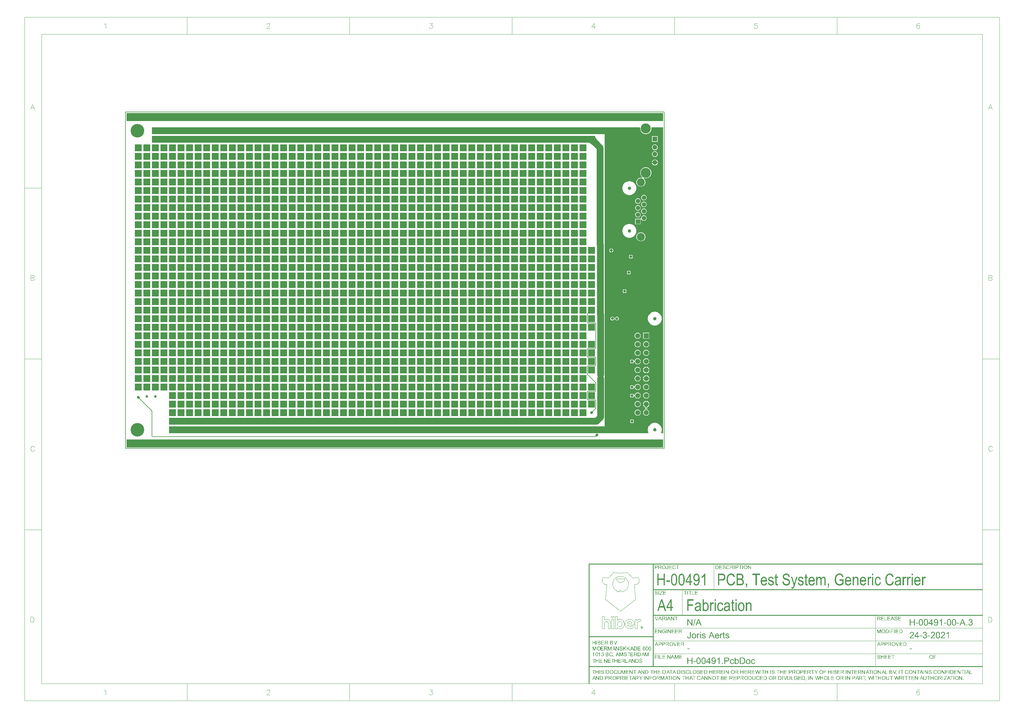
<source format=gbl>
G04*
G04 #@! TF.GenerationSoftware,Altium Limited,Altium Designer,21.2.2 (38)*
G04*
G04 Layer_Physical_Order=2*
G04 Layer_Color=16711680*
%FSLAX44Y44*%
%MOMM*%
G71*
G04*
G04 #@! TF.SameCoordinates,24F39D98-8D89-4310-BAB6-4DBB87F11CC4*
G04*
G04*
G04 #@! TF.FilePolarity,Positive*
G04*
G01*
G75*
%ADD14C,0.2000*%
%ADD15C,0.0991*%
%ADD16C,0.0423*%
%ADD17C,0.1000*%
%ADD18C,0.2539*%
%ADD19C,0.0127*%
%ADD29C,2.0000*%
%ADD33R,159.4000X2.4000*%
%ADD34R,1.3800X1.3800*%
%ADD35C,1.3800*%
%ADD36C,3.0000*%
%ADD38C,1.5000*%
%ADD39R,1.5000X1.5000*%
%ADD40R,2.0000X2.0000*%
%ADD41C,4.0500*%
%ADD43C,2.3600*%
%ADD44C,1.3400*%
%ADD45R,1.3400X1.3400*%
%ADD46C,0.8000*%
%ADD47C,0.7500*%
%ADD53C,1.0000*%
%ADD54C,0.2000*%
%ADD55R,0.2000X0.4000*%
G36*
X1597000Y-454500D02*
X1591873D01*
X1590844Y-452784D01*
X1591054Y-452392D01*
X1592228Y-448523D01*
X1592624Y-444499D01*
X1592228Y-440475D01*
X1591054Y-436606D01*
X1589149Y-433041D01*
X1586584Y-429915D01*
X1583458Y-427351D01*
X1579893Y-425445D01*
X1576024Y-424271D01*
X1572000Y-423875D01*
X1567976Y-424271D01*
X1564107Y-425445D01*
X1560542Y-427351D01*
X1557416Y-429915D01*
X1554852Y-433041D01*
X1552946Y-436606D01*
X1551772Y-440475D01*
X1551376Y-444499D01*
X1551772Y-448523D01*
X1552946Y-452392D01*
X1553156Y-452785D01*
X1552127Y-454500D01*
X1423000Y-454500D01*
X1422999Y454500D01*
X1527656Y454500D01*
X1528925Y452954D01*
X1528800Y452325D01*
Y449075D01*
X1529434Y445887D01*
X1530678Y442884D01*
X1532484Y440182D01*
X1534782Y437884D01*
X1537484Y436078D01*
X1540487Y434834D01*
X1543675Y434200D01*
X1546925D01*
X1550113Y434834D01*
X1553116Y436078D01*
X1555818Y437884D01*
X1558116Y440182D01*
X1559922Y442884D01*
X1561166Y445887D01*
X1561800Y449075D01*
Y452325D01*
X1561675Y452954D01*
X1562944Y454500D01*
X1597000Y454500D01*
X1597000Y-454500D01*
D02*
G37*
G36*
X1394411Y427827D02*
X1394835Y426417D01*
X1395542Y424840D01*
X1396532Y423097D01*
X1397805Y421186D01*
X1399361Y419109D01*
X1403320Y414454D01*
X1408412Y409131D01*
X1394270Y394988D01*
X1391525Y397675D01*
X1384291Y404039D01*
X1382214Y405595D01*
X1380303Y406868D01*
X1378560Y407858D01*
X1376983Y408565D01*
X1375573Y408989D01*
X1374330Y409131D01*
X1394270Y429070D01*
X1394411Y427827D01*
D02*
G37*
G36*
X1377159Y-98869D02*
X1377003Y-98756D01*
X1376819Y-98700D01*
X1376607D01*
X1376367Y-98756D01*
X1376098Y-98869D01*
X1375801Y-99039D01*
X1375476Y-99265D01*
X1375122Y-99548D01*
X1374330Y-100284D01*
X1372916Y-98869D01*
X1373312Y-98459D01*
X1373934Y-97724D01*
X1374161Y-97399D01*
X1374330Y-97102D01*
X1374444Y-96833D01*
X1374500Y-96593D01*
Y-96381D01*
X1374444Y-96197D01*
X1374330Y-96041D01*
X1377159Y-98869D01*
D02*
G37*
G36*
X42126Y-348531D02*
X42212Y-349431D01*
X42290Y-349840D01*
X42392Y-350222D01*
X42519Y-350578D01*
X42669Y-350906D01*
X42843Y-351207D01*
X43041Y-351481D01*
X43262Y-351729D01*
X41848Y-353143D01*
X41601Y-352921D01*
X41327Y-352723D01*
X41026Y-352549D01*
X40697Y-352399D01*
X40342Y-352273D01*
X39959Y-352171D01*
X39550Y-352092D01*
X39114Y-352037D01*
X38650Y-352007D01*
X38159Y-352000D01*
X42119Y-348040D01*
X42126Y-348531D01*
D02*
G37*
G36*
X1389443Y-389970D02*
X1389221Y-390218D01*
X1389023Y-390492D01*
X1388849Y-390793D01*
X1388699Y-391121D01*
X1388573Y-391477D01*
X1388471Y-391859D01*
X1388392Y-392268D01*
X1388338Y-392705D01*
X1388307Y-393168D01*
X1388300Y-393659D01*
X1384340Y-389699D01*
X1384831Y-389692D01*
X1385730Y-389607D01*
X1386140Y-389528D01*
X1386522Y-389426D01*
X1386878Y-389300D01*
X1387206Y-389150D01*
X1387507Y-388976D01*
X1387781Y-388778D01*
X1388029Y-388556D01*
X1389443Y-389970D01*
D02*
G37*
G36*
X1399960Y-464000D02*
X1399469Y-464007D01*
X1398569Y-464092D01*
X1398160Y-464171D01*
X1397778Y-464273D01*
X1397422Y-464399D01*
X1397094Y-464549D01*
X1396793Y-464723D01*
X1396519Y-464921D01*
X1396271Y-465143D01*
X1394857Y-463729D01*
X1395079Y-463481D01*
X1395277Y-463207D01*
X1395451Y-462906D01*
X1395601Y-462578D01*
X1395727Y-462222D01*
X1395829Y-461840D01*
X1395908Y-461431D01*
X1395963Y-460994D01*
X1395993Y-460531D01*
X1396000Y-460040D01*
X1399960Y-464000D01*
D02*
G37*
G36*
X1778394Y-847331D02*
X1778500D01*
X1778631Y-847348D01*
X1778770Y-847356D01*
X1778934Y-847372D01*
X1779097Y-847397D01*
X1779277Y-847421D01*
X1779645Y-847495D01*
X1779842Y-847544D01*
X1780030Y-847593D01*
X1780218Y-847659D01*
X1780398Y-847732D01*
X1780406Y-847740D01*
X1780439Y-847748D01*
X1780488Y-847773D01*
X1780553Y-847806D01*
X1780635Y-847847D01*
X1780725Y-847904D01*
X1780831Y-847961D01*
X1780938Y-848035D01*
X1781060Y-848108D01*
X1781175Y-848198D01*
X1781297Y-848297D01*
X1781420Y-848403D01*
X1781543Y-848517D01*
X1781657Y-848648D01*
X1781772Y-848779D01*
X1781870Y-848926D01*
X1781878Y-848934D01*
X1781895Y-848959D01*
X1781919Y-849008D01*
X1781952Y-849065D01*
X1781993Y-849139D01*
X1782042Y-849229D01*
X1782083Y-849327D01*
X1782140Y-849442D01*
X1782189Y-849564D01*
X1782238Y-849703D01*
X1782287Y-849850D01*
X1782328Y-850006D01*
X1782369Y-850170D01*
X1782402Y-850341D01*
X1782418Y-850521D01*
X1782434Y-850701D01*
X1780995Y-850807D01*
Y-850791D01*
X1780987Y-850758D01*
X1780979Y-850701D01*
X1780962Y-850628D01*
X1780946Y-850546D01*
X1780921Y-850439D01*
X1780889Y-850325D01*
X1780848Y-850202D01*
X1780807Y-850071D01*
X1780750Y-849940D01*
X1780684Y-849810D01*
X1780611Y-849671D01*
X1780529Y-849540D01*
X1780431Y-849417D01*
X1780324Y-849294D01*
X1780210Y-849188D01*
X1780202Y-849180D01*
X1780177Y-849164D01*
X1780144Y-849139D01*
X1780087Y-849098D01*
X1780013Y-849057D01*
X1779932Y-849016D01*
X1779834Y-848967D01*
X1779719Y-848910D01*
X1779588Y-848861D01*
X1779441Y-848812D01*
X1779277Y-848771D01*
X1779106Y-848722D01*
X1778909Y-848689D01*
X1778705Y-848665D01*
X1778484Y-848648D01*
X1778247Y-848640D01*
X1778116D01*
X1778026Y-848648D01*
X1777912Y-848656D01*
X1777789Y-848665D01*
X1777642Y-848681D01*
X1777494Y-848706D01*
X1777167Y-848763D01*
X1777004Y-848804D01*
X1776840Y-848853D01*
X1776685Y-848910D01*
X1776529Y-848975D01*
X1776390Y-849049D01*
X1776268Y-849139D01*
X1776259Y-849147D01*
X1776243Y-849164D01*
X1776210Y-849188D01*
X1776169Y-849229D01*
X1776129Y-849278D01*
X1776071Y-849335D01*
X1776022Y-849401D01*
X1775965Y-849474D01*
X1775908Y-849556D01*
X1775850Y-849654D01*
X1775752Y-849859D01*
X1775711Y-849965D01*
X1775679Y-850088D01*
X1775662Y-850210D01*
X1775654Y-850341D01*
Y-850349D01*
Y-850366D01*
Y-850398D01*
X1775662Y-850439D01*
X1775670Y-850497D01*
X1775679Y-850554D01*
X1775711Y-850693D01*
X1775760Y-850856D01*
X1775834Y-851020D01*
X1775883Y-851110D01*
X1775949Y-851192D01*
X1776014Y-851274D01*
X1776088Y-851347D01*
X1776096Y-851355D01*
X1776112Y-851364D01*
X1776137Y-851388D01*
X1776186Y-851413D01*
X1776243Y-851453D01*
X1776325Y-851494D01*
X1776415Y-851544D01*
X1776529Y-851601D01*
X1776668Y-851658D01*
X1776824Y-851723D01*
X1777012Y-851789D01*
X1777216Y-851862D01*
X1777453Y-851936D01*
X1777715Y-852010D01*
X1778010Y-852083D01*
X1778337Y-852165D01*
X1778345D01*
X1778361Y-852173D01*
X1778386D01*
X1778419Y-852181D01*
X1778459Y-852190D01*
X1778508Y-852206D01*
X1778631Y-852231D01*
X1778778Y-852271D01*
X1778950Y-852312D01*
X1779138Y-852353D01*
X1779335Y-852411D01*
X1779752Y-852517D01*
X1779956Y-852574D01*
X1780161Y-852639D01*
X1780357Y-852697D01*
X1780537Y-852762D01*
X1780701Y-852819D01*
X1780840Y-852877D01*
X1780848Y-852885D01*
X1780880Y-852901D01*
X1780938Y-852926D01*
X1781003Y-852958D01*
X1781085Y-853008D01*
X1781175Y-853057D01*
X1781281Y-853122D01*
X1781396Y-853196D01*
X1781510Y-853269D01*
X1781633Y-853359D01*
X1781878Y-853556D01*
X1782107Y-853784D01*
X1782205Y-853907D01*
X1782303Y-854038D01*
X1782312Y-854046D01*
X1782328Y-854071D01*
X1782344Y-854112D01*
X1782377Y-854161D01*
X1782410Y-854226D01*
X1782451Y-854308D01*
X1782500Y-854398D01*
X1782541Y-854496D01*
X1782582Y-854611D01*
X1782631Y-854733D01*
X1782672Y-854864D01*
X1782704Y-855011D01*
X1782737Y-855158D01*
X1782762Y-855314D01*
X1782770Y-855469D01*
X1782778Y-855641D01*
Y-855649D01*
Y-855682D01*
Y-855731D01*
X1782770Y-855797D01*
X1782762Y-855878D01*
X1782753Y-855968D01*
X1782737Y-856075D01*
X1782712Y-856197D01*
X1782688Y-856320D01*
X1782647Y-856459D01*
X1782606Y-856598D01*
X1782557Y-856745D01*
X1782500Y-856892D01*
X1782426Y-857048D01*
X1782344Y-857195D01*
X1782254Y-857350D01*
X1782246Y-857359D01*
X1782230Y-857383D01*
X1782197Y-857424D01*
X1782156Y-857481D01*
X1782107Y-857547D01*
X1782042Y-857628D01*
X1781968Y-857710D01*
X1781878Y-857800D01*
X1781780Y-857898D01*
X1781666Y-857997D01*
X1781543Y-858103D01*
X1781412Y-858209D01*
X1781273Y-858307D01*
X1781118Y-858406D01*
X1780954Y-858495D01*
X1780774Y-858586D01*
X1780766Y-858594D01*
X1780733Y-858602D01*
X1780676Y-858626D01*
X1780602Y-858651D01*
X1780512Y-858684D01*
X1780406Y-858725D01*
X1780283Y-858765D01*
X1780144Y-858806D01*
X1779989Y-858847D01*
X1779817Y-858888D01*
X1779637Y-858921D01*
X1779449Y-858962D01*
X1779253Y-858986D01*
X1779040Y-859011D01*
X1778819Y-859019D01*
X1778598Y-859027D01*
X1778451D01*
X1778345Y-859019D01*
X1778214Y-859011D01*
X1778059Y-859003D01*
X1777887Y-858986D01*
X1777699Y-858970D01*
X1777502Y-858945D01*
X1777298Y-858921D01*
X1776865Y-858839D01*
X1776644Y-858790D01*
X1776431Y-858733D01*
X1776219Y-858659D01*
X1776022Y-858586D01*
X1776014Y-858577D01*
X1775973Y-858561D01*
X1775924Y-858536D01*
X1775850Y-858504D01*
X1775760Y-858455D01*
X1775662Y-858397D01*
X1775548Y-858324D01*
X1775433Y-858250D01*
X1775302Y-858160D01*
X1775172Y-858062D01*
X1775033Y-857947D01*
X1774902Y-857825D01*
X1774763Y-857694D01*
X1774632Y-857555D01*
X1774509Y-857400D01*
X1774395Y-857236D01*
X1774386Y-857228D01*
X1774370Y-857195D01*
X1774337Y-857146D01*
X1774305Y-857081D01*
X1774256Y-856991D01*
X1774207Y-856892D01*
X1774149Y-856778D01*
X1774100Y-856647D01*
X1774043Y-856500D01*
X1773986Y-856345D01*
X1773937Y-856173D01*
X1773887Y-856001D01*
X1773847Y-855813D01*
X1773814Y-855617D01*
X1773789Y-855412D01*
X1773781Y-855199D01*
X1775196Y-855077D01*
Y-855085D01*
X1775204Y-855118D01*
Y-855158D01*
X1775221Y-855216D01*
X1775229Y-855289D01*
X1775245Y-855379D01*
X1775270Y-855469D01*
X1775294Y-855576D01*
X1775352Y-855797D01*
X1775433Y-856034D01*
X1775531Y-856263D01*
X1775654Y-856484D01*
X1775662Y-856492D01*
X1775670Y-856508D01*
X1775695Y-856533D01*
X1775728Y-856573D01*
X1775760Y-856622D01*
X1775809Y-856672D01*
X1775867Y-856729D01*
X1775932Y-856794D01*
X1776006Y-856860D01*
X1776096Y-856933D01*
X1776186Y-857007D01*
X1776292Y-857081D01*
X1776398Y-857154D01*
X1776521Y-857228D01*
X1776652Y-857293D01*
X1776791Y-857359D01*
X1776799D01*
X1776824Y-857375D01*
X1776873Y-857391D01*
X1776930Y-857408D01*
X1777004Y-857432D01*
X1777085Y-857465D01*
X1777192Y-857498D01*
X1777298Y-857522D01*
X1777421Y-857555D01*
X1777560Y-857588D01*
X1777699Y-857612D01*
X1777854Y-857645D01*
X1778181Y-857678D01*
X1778533Y-857694D01*
X1778615D01*
X1778680Y-857686D01*
X1778754D01*
X1778836Y-857678D01*
X1778934Y-857669D01*
X1779040Y-857661D01*
X1779277Y-857628D01*
X1779531Y-857588D01*
X1779784Y-857522D01*
X1780038Y-857440D01*
X1780046D01*
X1780071Y-857432D01*
X1780103Y-857416D01*
X1780144Y-857391D01*
X1780202Y-857367D01*
X1780259Y-857334D01*
X1780406Y-857261D01*
X1780561Y-857162D01*
X1780725Y-857040D01*
X1780880Y-856901D01*
X1781011Y-856745D01*
Y-856737D01*
X1781028Y-856721D01*
X1781044Y-856696D01*
X1781060Y-856663D01*
X1781085Y-856622D01*
X1781118Y-856573D01*
X1781175Y-856451D01*
X1781232Y-856312D01*
X1781289Y-856148D01*
X1781322Y-855960D01*
X1781338Y-855772D01*
Y-855764D01*
Y-855747D01*
Y-855723D01*
X1781330Y-855682D01*
Y-855633D01*
X1781322Y-855584D01*
X1781297Y-855453D01*
X1781265Y-855314D01*
X1781207Y-855158D01*
X1781126Y-855003D01*
X1781019Y-854848D01*
Y-854840D01*
X1781003Y-854831D01*
X1780962Y-854782D01*
X1780880Y-854709D01*
X1780831Y-854660D01*
X1780774Y-854611D01*
X1780709Y-854561D01*
X1780635Y-854504D01*
X1780553Y-854447D01*
X1780455Y-854390D01*
X1780357Y-854333D01*
X1780242Y-854275D01*
X1780128Y-854226D01*
X1779997Y-854169D01*
X1779989D01*
X1779973Y-854161D01*
X1779948Y-854153D01*
X1779899Y-854136D01*
X1779842Y-854120D01*
X1779776Y-854095D01*
X1779686Y-854071D01*
X1779580Y-854038D01*
X1779449Y-853997D01*
X1779310Y-853956D01*
X1779147Y-853915D01*
X1778958Y-853866D01*
X1778754Y-853809D01*
X1778517Y-853752D01*
X1778263Y-853686D01*
X1777985Y-853621D01*
X1777977D01*
X1777969Y-853613D01*
X1777944D01*
X1777920Y-853605D01*
X1777838Y-853580D01*
X1777731Y-853556D01*
X1777609Y-853523D01*
X1777462Y-853482D01*
X1777298Y-853441D01*
X1777135Y-853392D01*
X1776775Y-853286D01*
X1776415Y-853163D01*
X1776243Y-853098D01*
X1776079Y-853032D01*
X1775940Y-852975D01*
X1775809Y-852909D01*
X1775801Y-852901D01*
X1775777Y-852893D01*
X1775736Y-852868D01*
X1775679Y-852836D01*
X1775613Y-852795D01*
X1775531Y-852738D01*
X1775450Y-852680D01*
X1775352Y-852615D01*
X1775155Y-852468D01*
X1774959Y-852288D01*
X1774763Y-852083D01*
X1774681Y-851969D01*
X1774599Y-851854D01*
X1774591Y-851846D01*
X1774583Y-851822D01*
X1774566Y-851789D01*
X1774542Y-851740D01*
X1774509Y-851683D01*
X1774476Y-851617D01*
X1774444Y-851535D01*
X1774403Y-851445D01*
X1774370Y-851339D01*
X1774329Y-851233D01*
X1774272Y-850995D01*
X1774223Y-850734D01*
X1774215Y-850595D01*
X1774207Y-850447D01*
Y-850439D01*
Y-850407D01*
Y-850366D01*
X1774215Y-850300D01*
X1774223Y-850227D01*
X1774231Y-850137D01*
X1774247Y-850039D01*
X1774264Y-849924D01*
X1774297Y-849801D01*
X1774321Y-849679D01*
X1774362Y-849548D01*
X1774411Y-849409D01*
X1774468Y-849270D01*
X1774534Y-849131D01*
X1774607Y-848984D01*
X1774689Y-848845D01*
X1774697Y-848836D01*
X1774714Y-848812D01*
X1774738Y-848771D01*
X1774779Y-848722D01*
X1774828Y-848656D01*
X1774893Y-848591D01*
X1774967Y-848509D01*
X1775049Y-848427D01*
X1775139Y-848337D01*
X1775245Y-848239D01*
X1775360Y-848149D01*
X1775491Y-848051D01*
X1775630Y-847961D01*
X1775777Y-847871D01*
X1775932Y-847789D01*
X1776104Y-847716D01*
X1776112Y-847708D01*
X1776145Y-847700D01*
X1776194Y-847683D01*
X1776268Y-847650D01*
X1776358Y-847626D01*
X1776456Y-847593D01*
X1776578Y-847552D01*
X1776717Y-847520D01*
X1776865Y-847479D01*
X1777020Y-847446D01*
X1777192Y-847413D01*
X1777372Y-847381D01*
X1777568Y-847356D01*
X1777764Y-847340D01*
X1777969Y-847331D01*
X1778181Y-847323D01*
X1778304D01*
X1778394Y-847331D01*
D02*
G37*
G36*
X1629763D02*
X1629886Y-847340D01*
X1630033Y-847348D01*
X1630197Y-847372D01*
X1630385Y-847397D01*
X1630598Y-847430D01*
X1630818Y-847479D01*
X1631047Y-847536D01*
X1631284Y-847601D01*
X1631522Y-847691D01*
X1631759Y-847789D01*
X1632004Y-847904D01*
X1632233Y-848035D01*
X1632454Y-848190D01*
X1632470Y-848198D01*
X1632503Y-848231D01*
X1632569Y-848280D01*
X1632642Y-848354D01*
X1632740Y-848436D01*
X1632847Y-848550D01*
X1632961Y-848673D01*
X1633092Y-848820D01*
X1633223Y-848984D01*
X1633362Y-849164D01*
X1633493Y-849368D01*
X1633624Y-849581D01*
X1633754Y-849818D01*
X1633869Y-850071D01*
X1633983Y-850341D01*
X1634073Y-850628D01*
X1632601Y-850971D01*
X1632593Y-850955D01*
X1632585Y-850914D01*
X1632560Y-850856D01*
X1632528Y-850767D01*
X1632487Y-850668D01*
X1632438Y-850554D01*
X1632372Y-850423D01*
X1632307Y-850284D01*
X1632233Y-850137D01*
X1632143Y-849989D01*
X1632053Y-849842D01*
X1631947Y-849687D01*
X1631832Y-849548D01*
X1631718Y-849409D01*
X1631587Y-849286D01*
X1631448Y-849172D01*
X1631440Y-849164D01*
X1631415Y-849147D01*
X1631375Y-849123D01*
X1631317Y-849082D01*
X1631244Y-849041D01*
X1631154Y-848992D01*
X1631047Y-848943D01*
X1630933Y-848885D01*
X1630802Y-848836D01*
X1630663Y-848787D01*
X1630508Y-848738D01*
X1630344Y-848697D01*
X1630164Y-848656D01*
X1629976Y-848632D01*
X1629780Y-848615D01*
X1629567Y-848607D01*
X1629444D01*
X1629354Y-848615D01*
X1629240Y-848624D01*
X1629109Y-848640D01*
X1628962Y-848656D01*
X1628806Y-848689D01*
X1628635Y-848722D01*
X1628463Y-848763D01*
X1628283Y-848812D01*
X1628095Y-848869D01*
X1627915Y-848943D01*
X1627735Y-849033D01*
X1627555Y-849123D01*
X1627383Y-849237D01*
X1627375Y-849245D01*
X1627342Y-849262D01*
X1627301Y-849303D01*
X1627244Y-849352D01*
X1627171Y-849417D01*
X1627089Y-849491D01*
X1626999Y-849581D01*
X1626901Y-849679D01*
X1626803Y-849793D01*
X1626696Y-849916D01*
X1626598Y-850055D01*
X1626500Y-850210D01*
X1626402Y-850366D01*
X1626312Y-850537D01*
X1626230Y-850717D01*
X1626156Y-850914D01*
Y-850922D01*
X1626140Y-850963D01*
X1626124Y-851020D01*
X1626099Y-851094D01*
X1626075Y-851192D01*
X1626042Y-851306D01*
X1626017Y-851437D01*
X1625985Y-851584D01*
X1625952Y-851740D01*
X1625919Y-851912D01*
X1625887Y-852092D01*
X1625862Y-852280D01*
X1625821Y-852672D01*
X1625813Y-852877D01*
X1625805Y-853089D01*
Y-853106D01*
Y-853155D01*
Y-853228D01*
X1625813Y-853335D01*
X1625821Y-853457D01*
X1625829Y-853605D01*
X1625837Y-853768D01*
X1625854Y-853940D01*
X1625878Y-854136D01*
X1625903Y-854341D01*
X1625985Y-854758D01*
X1626026Y-854979D01*
X1626083Y-855191D01*
X1626148Y-855404D01*
X1626222Y-855608D01*
X1626230Y-855617D01*
X1626238Y-855657D01*
X1626263Y-855706D01*
X1626304Y-855780D01*
X1626344Y-855870D01*
X1626402Y-855976D01*
X1626467Y-856091D01*
X1626541Y-856214D01*
X1626631Y-856336D01*
X1626729Y-856467D01*
X1626835Y-856606D01*
X1626950Y-856737D01*
X1627081Y-856868D01*
X1627220Y-856991D01*
X1627367Y-857105D01*
X1627530Y-857211D01*
X1627539Y-857220D01*
X1627571Y-857236D01*
X1627620Y-857261D01*
X1627686Y-857293D01*
X1627768Y-857334D01*
X1627866Y-857383D01*
X1627980Y-857424D01*
X1628103Y-857473D01*
X1628242Y-857530D01*
X1628389Y-857571D01*
X1628553Y-857620D01*
X1628716Y-857661D01*
X1628896Y-857694D01*
X1629076Y-857719D01*
X1629264Y-857735D01*
X1629452Y-857743D01*
X1629510D01*
X1629575Y-857735D01*
X1629665D01*
X1629771Y-857719D01*
X1629894Y-857702D01*
X1630041Y-857686D01*
X1630188Y-857653D01*
X1630352Y-857612D01*
X1630524Y-857563D01*
X1630704Y-857506D01*
X1630884Y-857440D01*
X1631064Y-857359D01*
X1631244Y-857261D01*
X1631415Y-857146D01*
X1631587Y-857023D01*
X1631595Y-857015D01*
X1631628Y-856991D01*
X1631669Y-856950D01*
X1631726Y-856884D01*
X1631800Y-856811D01*
X1631882Y-856721D01*
X1631971Y-856606D01*
X1632061Y-856484D01*
X1632160Y-856336D01*
X1632258Y-856181D01*
X1632364Y-856001D01*
X1632454Y-855805D01*
X1632552Y-855600D01*
X1632634Y-855371D01*
X1632708Y-855134D01*
X1632773Y-854872D01*
X1634270Y-855248D01*
Y-855257D01*
X1634262Y-855273D01*
X1634253Y-855298D01*
X1634245Y-855330D01*
X1634237Y-855371D01*
X1634221Y-855428D01*
X1634180Y-855551D01*
X1634122Y-855706D01*
X1634057Y-855878D01*
X1633975Y-856075D01*
X1633877Y-856287D01*
X1633771Y-856516D01*
X1633648Y-856745D01*
X1633509Y-856974D01*
X1633354Y-857211D01*
X1633182Y-857440D01*
X1632994Y-857661D01*
X1632789Y-857866D01*
X1632569Y-858062D01*
X1632552Y-858070D01*
X1632511Y-858103D01*
X1632446Y-858152D01*
X1632348Y-858209D01*
X1632233Y-858283D01*
X1632086Y-858365D01*
X1631922Y-858455D01*
X1631734Y-858545D01*
X1631530Y-858634D01*
X1631301Y-858725D01*
X1631055Y-858806D01*
X1630794Y-858880D01*
X1630508Y-858937D01*
X1630213Y-858986D01*
X1629902Y-859019D01*
X1629575Y-859027D01*
X1629452D01*
X1629395Y-859019D01*
X1629272D01*
X1629117Y-859003D01*
X1628937Y-858986D01*
X1628733Y-858962D01*
X1628520Y-858937D01*
X1628283Y-858896D01*
X1628046Y-858847D01*
X1627792Y-858782D01*
X1627547Y-858716D01*
X1627301Y-858626D01*
X1627056Y-858528D01*
X1626819Y-858414D01*
X1626598Y-858283D01*
X1626582Y-858275D01*
X1626549Y-858250D01*
X1626492Y-858201D01*
X1626410Y-858144D01*
X1626312Y-858070D01*
X1626205Y-857972D01*
X1626083Y-857866D01*
X1625952Y-857735D01*
X1625813Y-857588D01*
X1625674Y-857432D01*
X1625527Y-857252D01*
X1625379Y-857064D01*
X1625240Y-856852D01*
X1625101Y-856631D01*
X1624971Y-856385D01*
X1624856Y-856132D01*
Y-856124D01*
X1624848Y-856115D01*
X1624831Y-856066D01*
X1624799Y-855993D01*
X1624766Y-855887D01*
X1624717Y-855756D01*
X1624668Y-855600D01*
X1624611Y-855420D01*
X1624561Y-855224D01*
X1624504Y-855003D01*
X1624447Y-854766D01*
X1624398Y-854521D01*
X1624349Y-854251D01*
X1624316Y-853981D01*
X1624283Y-853695D01*
X1624267Y-853400D01*
X1624259Y-853098D01*
Y-853089D01*
Y-853073D01*
Y-853048D01*
Y-853016D01*
Y-852975D01*
X1624267Y-852926D01*
Y-852803D01*
X1624283Y-852648D01*
X1624292Y-852468D01*
X1624316Y-852263D01*
X1624341Y-852042D01*
X1624382Y-851813D01*
X1624422Y-851568D01*
X1624480Y-851306D01*
X1624545Y-851045D01*
X1624619Y-850783D01*
X1624709Y-850521D01*
X1624815Y-850268D01*
X1624930Y-850014D01*
X1624938Y-849998D01*
X1624962Y-849957D01*
X1625003Y-849891D01*
X1625052Y-849793D01*
X1625126Y-849687D01*
X1625208Y-849564D01*
X1625314Y-849417D01*
X1625428Y-849270D01*
X1625551Y-849114D01*
X1625698Y-848943D01*
X1625854Y-848779D01*
X1626026Y-848615D01*
X1626214Y-848452D01*
X1626410Y-848297D01*
X1626623Y-848149D01*
X1626852Y-848010D01*
X1626868Y-848002D01*
X1626909Y-847978D01*
X1626974Y-847945D01*
X1627072Y-847904D01*
X1627187Y-847847D01*
X1627326Y-847789D01*
X1627489Y-847732D01*
X1627661Y-847667D01*
X1627858Y-847601D01*
X1628070Y-847544D01*
X1628299Y-847479D01*
X1628536Y-847430D01*
X1628790Y-847389D01*
X1629052Y-847356D01*
X1629322Y-847331D01*
X1629600Y-847323D01*
X1629714D01*
X1629763Y-847331D01*
D02*
G37*
G36*
X1789893D02*
X1790016Y-847340D01*
X1790163Y-847348D01*
X1790327Y-847372D01*
X1790515Y-847397D01*
X1790728Y-847430D01*
X1790948Y-847479D01*
X1791178Y-847536D01*
X1791415Y-847601D01*
X1791652Y-847691D01*
X1791889Y-847789D01*
X1792134Y-847904D01*
X1792363Y-848035D01*
X1792584Y-848190D01*
X1792601Y-848198D01*
X1792633Y-848231D01*
X1792699Y-848280D01*
X1792772Y-848354D01*
X1792870Y-848436D01*
X1792977Y-848550D01*
X1793091Y-848673D01*
X1793222Y-848820D01*
X1793353Y-848984D01*
X1793492Y-849164D01*
X1793623Y-849368D01*
X1793754Y-849581D01*
X1793885Y-849818D01*
X1793999Y-850071D01*
X1794114Y-850341D01*
X1794204Y-850628D01*
X1792731Y-850971D01*
X1792723Y-850955D01*
X1792715Y-850914D01*
X1792691Y-850856D01*
X1792658Y-850767D01*
X1792617Y-850668D01*
X1792568Y-850554D01*
X1792502Y-850423D01*
X1792437Y-850284D01*
X1792363Y-850137D01*
X1792274Y-849989D01*
X1792184Y-849842D01*
X1792077Y-849687D01*
X1791963Y-849548D01*
X1791848Y-849409D01*
X1791717Y-849286D01*
X1791578Y-849172D01*
X1791570Y-849164D01*
X1791546Y-849147D01*
X1791505Y-849123D01*
X1791447Y-849082D01*
X1791374Y-849041D01*
X1791284Y-848992D01*
X1791178Y-848943D01*
X1791063Y-848885D01*
X1790932Y-848836D01*
X1790793Y-848787D01*
X1790638Y-848738D01*
X1790474Y-848697D01*
X1790294Y-848656D01*
X1790106Y-848632D01*
X1789910Y-848615D01*
X1789697Y-848607D01*
X1789574D01*
X1789485Y-848615D01*
X1789370Y-848624D01*
X1789239Y-848640D01*
X1789092Y-848656D01*
X1788936Y-848689D01*
X1788765Y-848722D01*
X1788593Y-848763D01*
X1788413Y-848812D01*
X1788225Y-848869D01*
X1788045Y-848943D01*
X1787865Y-849033D01*
X1787685Y-849123D01*
X1787513Y-849237D01*
X1787505Y-849245D01*
X1787473Y-849262D01*
X1787432Y-849303D01*
X1787374Y-849352D01*
X1787301Y-849417D01*
X1787219Y-849491D01*
X1787129Y-849581D01*
X1787031Y-849679D01*
X1786933Y-849793D01*
X1786826Y-849916D01*
X1786728Y-850055D01*
X1786630Y-850210D01*
X1786532Y-850366D01*
X1786442Y-850537D01*
X1786360Y-850717D01*
X1786287Y-850914D01*
Y-850922D01*
X1786270Y-850963D01*
X1786254Y-851020D01*
X1786229Y-851094D01*
X1786205Y-851192D01*
X1786172Y-851306D01*
X1786147Y-851437D01*
X1786115Y-851584D01*
X1786082Y-851740D01*
X1786049Y-851912D01*
X1786017Y-852092D01*
X1785992Y-852280D01*
X1785951Y-852672D01*
X1785943Y-852877D01*
X1785935Y-853089D01*
Y-853106D01*
Y-853155D01*
Y-853228D01*
X1785943Y-853335D01*
X1785951Y-853457D01*
X1785959Y-853605D01*
X1785968Y-853768D01*
X1785984Y-853940D01*
X1786008Y-854136D01*
X1786033Y-854341D01*
X1786115Y-854758D01*
X1786156Y-854979D01*
X1786213Y-855191D01*
X1786278Y-855404D01*
X1786352Y-855608D01*
X1786360Y-855617D01*
X1786368Y-855657D01*
X1786393Y-855706D01*
X1786434Y-855780D01*
X1786475Y-855870D01*
X1786532Y-855976D01*
X1786597Y-856091D01*
X1786671Y-856214D01*
X1786761Y-856336D01*
X1786859Y-856467D01*
X1786965Y-856606D01*
X1787080Y-856737D01*
X1787211Y-856868D01*
X1787350Y-856991D01*
X1787497Y-857105D01*
X1787661Y-857211D01*
X1787669Y-857220D01*
X1787702Y-857236D01*
X1787751Y-857261D01*
X1787816Y-857293D01*
X1787898Y-857334D01*
X1787996Y-857383D01*
X1788110Y-857424D01*
X1788233Y-857473D01*
X1788372Y-857530D01*
X1788519Y-857571D01*
X1788683Y-857620D01*
X1788846Y-857661D01*
X1789026Y-857694D01*
X1789206Y-857719D01*
X1789395Y-857735D01*
X1789583Y-857743D01*
X1789640D01*
X1789705Y-857735D01*
X1789795D01*
X1789902Y-857719D01*
X1790024Y-857702D01*
X1790172Y-857686D01*
X1790319Y-857653D01*
X1790482Y-857612D01*
X1790654Y-857563D01*
X1790834Y-857506D01*
X1791014Y-857440D01*
X1791194Y-857359D01*
X1791374Y-857261D01*
X1791546Y-857146D01*
X1791717Y-857023D01*
X1791725Y-857015D01*
X1791758Y-856991D01*
X1791799Y-856950D01*
X1791856Y-856884D01*
X1791930Y-856811D01*
X1792012Y-856721D01*
X1792102Y-856606D01*
X1792192Y-856484D01*
X1792290Y-856336D01*
X1792388Y-856181D01*
X1792494Y-856001D01*
X1792584Y-855805D01*
X1792682Y-855600D01*
X1792764Y-855371D01*
X1792838Y-855134D01*
X1792903Y-854872D01*
X1794400Y-855248D01*
Y-855257D01*
X1794392Y-855273D01*
X1794384Y-855298D01*
X1794375Y-855330D01*
X1794367Y-855371D01*
X1794351Y-855428D01*
X1794310Y-855551D01*
X1794253Y-855706D01*
X1794187Y-855878D01*
X1794106Y-856075D01*
X1794007Y-856287D01*
X1793901Y-856516D01*
X1793778Y-856745D01*
X1793639Y-856974D01*
X1793484Y-857211D01*
X1793312Y-857440D01*
X1793124Y-857661D01*
X1792920Y-857866D01*
X1792699Y-858062D01*
X1792682Y-858070D01*
X1792641Y-858103D01*
X1792576Y-858152D01*
X1792478Y-858209D01*
X1792363Y-858283D01*
X1792216Y-858365D01*
X1792053Y-858455D01*
X1791864Y-858545D01*
X1791660Y-858634D01*
X1791431Y-858725D01*
X1791186Y-858806D01*
X1790924Y-858880D01*
X1790638Y-858937D01*
X1790343Y-858986D01*
X1790033Y-859019D01*
X1789705Y-859027D01*
X1789583D01*
X1789525Y-859019D01*
X1789403D01*
X1789247Y-859003D01*
X1789067Y-858986D01*
X1788863Y-858962D01*
X1788650Y-858937D01*
X1788413Y-858896D01*
X1788176Y-858847D01*
X1787922Y-858782D01*
X1787677Y-858716D01*
X1787432Y-858626D01*
X1787186Y-858528D01*
X1786949Y-858414D01*
X1786728Y-858283D01*
X1786712Y-858275D01*
X1786679Y-858250D01*
X1786622Y-858201D01*
X1786540Y-858144D01*
X1786442Y-858070D01*
X1786336Y-857972D01*
X1786213Y-857866D01*
X1786082Y-857735D01*
X1785943Y-857588D01*
X1785804Y-857432D01*
X1785657Y-857252D01*
X1785510Y-857064D01*
X1785370Y-856852D01*
X1785231Y-856631D01*
X1785101Y-856385D01*
X1784986Y-856132D01*
Y-856124D01*
X1784978Y-856115D01*
X1784962Y-856066D01*
X1784929Y-855993D01*
X1784896Y-855887D01*
X1784847Y-855756D01*
X1784798Y-855600D01*
X1784741Y-855420D01*
X1784692Y-855224D01*
X1784635Y-855003D01*
X1784577Y-854766D01*
X1784528Y-854521D01*
X1784479Y-854251D01*
X1784446Y-853981D01*
X1784414Y-853695D01*
X1784397Y-853400D01*
X1784389Y-853098D01*
Y-853089D01*
Y-853073D01*
Y-853048D01*
Y-853016D01*
Y-852975D01*
X1784397Y-852926D01*
Y-852803D01*
X1784414Y-852648D01*
X1784422Y-852468D01*
X1784446Y-852263D01*
X1784471Y-852042D01*
X1784512Y-851813D01*
X1784553Y-851568D01*
X1784610Y-851306D01*
X1784675Y-851045D01*
X1784749Y-850783D01*
X1784839Y-850521D01*
X1784945Y-850268D01*
X1785060Y-850014D01*
X1785068Y-849998D01*
X1785092Y-849957D01*
X1785133Y-849891D01*
X1785182Y-849793D01*
X1785256Y-849687D01*
X1785338Y-849564D01*
X1785444Y-849417D01*
X1785559Y-849270D01*
X1785681Y-849114D01*
X1785829Y-848943D01*
X1785984Y-848779D01*
X1786156Y-848615D01*
X1786344Y-848452D01*
X1786540Y-848297D01*
X1786753Y-848149D01*
X1786982Y-848010D01*
X1786998Y-848002D01*
X1787039Y-847978D01*
X1787104Y-847945D01*
X1787203Y-847904D01*
X1787317Y-847847D01*
X1787456Y-847789D01*
X1787620Y-847732D01*
X1787791Y-847667D01*
X1787988Y-847601D01*
X1788200Y-847544D01*
X1788429Y-847479D01*
X1788667Y-847430D01*
X1788920Y-847389D01*
X1789182Y-847356D01*
X1789452Y-847331D01*
X1789730Y-847323D01*
X1789844D01*
X1789893Y-847331D01*
D02*
G37*
G36*
X1857843Y-858839D02*
X1856297D01*
X1850367Y-849957D01*
Y-858839D01*
X1848928D01*
Y-847520D01*
X1850466D01*
X1856403Y-856410D01*
Y-847520D01*
X1857843D01*
Y-858839D01*
D02*
G37*
G36*
X1611704Y-855232D02*
Y-855248D01*
Y-855298D01*
Y-855371D01*
X1611696Y-855469D01*
Y-855584D01*
X1611688Y-855723D01*
X1611672Y-855878D01*
X1611664Y-856042D01*
X1611639Y-856214D01*
X1611623Y-856394D01*
X1611557Y-856762D01*
X1611516Y-856942D01*
X1611467Y-857113D01*
X1611418Y-857277D01*
X1611353Y-857432D01*
Y-857440D01*
X1611336Y-857465D01*
X1611320Y-857506D01*
X1611287Y-857563D01*
X1611255Y-857628D01*
X1611205Y-857702D01*
X1611148Y-857784D01*
X1611091Y-857874D01*
X1611017Y-857964D01*
X1610936Y-858062D01*
X1610846Y-858160D01*
X1610748Y-858258D01*
X1610641Y-858356D01*
X1610527Y-858446D01*
X1610404Y-858536D01*
X1610265Y-858618D01*
X1610257Y-858626D01*
X1610232Y-858634D01*
X1610191Y-858659D01*
X1610134Y-858684D01*
X1610060Y-858716D01*
X1609979Y-858749D01*
X1609881Y-858782D01*
X1609766Y-858823D01*
X1609643Y-858864D01*
X1609512Y-858896D01*
X1609365Y-858929D01*
X1609218Y-858962D01*
X1609055Y-858986D01*
X1608883Y-859011D01*
X1608711Y-859019D01*
X1608523Y-859027D01*
X1608457D01*
X1608384Y-859019D01*
X1608277Y-859011D01*
X1608155Y-859003D01*
X1608008Y-858978D01*
X1607844Y-858953D01*
X1607672Y-858921D01*
X1607492Y-858872D01*
X1607304Y-858823D01*
X1607116Y-858749D01*
X1606928Y-858667D01*
X1606740Y-858569D01*
X1606560Y-858455D01*
X1606388Y-858324D01*
X1606233Y-858176D01*
X1606225Y-858168D01*
X1606200Y-858136D01*
X1606159Y-858086D01*
X1606110Y-858013D01*
X1606053Y-857923D01*
X1605988Y-857817D01*
X1605914Y-857686D01*
X1605848Y-857539D01*
X1605775Y-857367D01*
X1605701Y-857179D01*
X1605644Y-856966D01*
X1605587Y-856737D01*
X1605538Y-856492D01*
X1605505Y-856222D01*
X1605480Y-855936D01*
Y-855633D01*
X1606830Y-855445D01*
Y-855461D01*
Y-855502D01*
X1606838Y-855567D01*
X1606846Y-855657D01*
X1606854Y-855764D01*
X1606871Y-855878D01*
X1606887Y-856009D01*
X1606912Y-856156D01*
X1606969Y-856451D01*
X1607051Y-856745D01*
X1607108Y-856876D01*
X1607165Y-857007D01*
X1607239Y-857122D01*
X1607312Y-857220D01*
X1607321Y-857228D01*
X1607329Y-857236D01*
X1607361Y-857261D01*
X1607394Y-857293D01*
X1607435Y-857326D01*
X1607492Y-857367D01*
X1607550Y-857416D01*
X1607623Y-857457D01*
X1607705Y-857498D01*
X1607795Y-857547D01*
X1607893Y-857588D01*
X1608000Y-857620D01*
X1608122Y-857653D01*
X1608245Y-857669D01*
X1608376Y-857686D01*
X1608515Y-857694D01*
X1608572D01*
X1608613Y-857686D01*
X1608662D01*
X1608719Y-857678D01*
X1608850Y-857661D01*
X1608997Y-857628D01*
X1609161Y-857588D01*
X1609333Y-857522D01*
X1609488Y-857440D01*
X1609496D01*
X1609504Y-857424D01*
X1609553Y-857391D01*
X1609627Y-857334D01*
X1609709Y-857252D01*
X1609807Y-857154D01*
X1609897Y-857031D01*
X1609987Y-856892D01*
X1610052Y-856737D01*
Y-856729D01*
X1610060Y-856712D01*
X1610069Y-856688D01*
X1610077Y-856655D01*
X1610085Y-856606D01*
X1610101Y-856549D01*
X1610118Y-856475D01*
X1610134Y-856394D01*
X1610142Y-856304D01*
X1610159Y-856197D01*
X1610175Y-856083D01*
X1610183Y-855952D01*
X1610191Y-855813D01*
X1610199Y-855666D01*
X1610208Y-855502D01*
Y-855322D01*
Y-847520D01*
X1611704D01*
Y-855232D01*
D02*
G37*
G36*
X1834002Y-858839D02*
X1832505D01*
Y-847520D01*
X1834002D01*
Y-858839D01*
D02*
G37*
G36*
X1830714Y-848853D02*
X1826968D01*
Y-858839D01*
X1825471D01*
Y-848853D01*
X1821742Y-848853D01*
Y-847520D01*
X1830714Y-847520D01*
Y-848853D01*
D02*
G37*
G36*
X1644232Y-848853D02*
X1640486D01*
Y-858839D01*
X1638989D01*
Y-848853D01*
X1635259D01*
Y-847520D01*
X1644232D01*
Y-848853D01*
D02*
G37*
G36*
X1816703Y-847528D02*
X1816818D01*
X1816949Y-847536D01*
X1817227Y-847544D01*
X1817513Y-847569D01*
X1817791Y-847593D01*
X1817922Y-847618D01*
X1818037Y-847634D01*
X1818045D01*
X1818078Y-847642D01*
X1818118Y-847650D01*
X1818176Y-847659D01*
X1818249Y-847675D01*
X1818331Y-847700D01*
X1818421Y-847724D01*
X1818527Y-847748D01*
X1818748Y-847822D01*
X1818977Y-847920D01*
X1819214Y-848027D01*
X1819435Y-848166D01*
X1819443Y-848174D01*
X1819460Y-848182D01*
X1819492Y-848207D01*
X1819525Y-848239D01*
X1819574Y-848272D01*
X1819632Y-848321D01*
X1819697Y-848378D01*
X1819762Y-848444D01*
X1819828Y-848517D01*
X1819901Y-848599D01*
X1820057Y-848787D01*
X1820204Y-849008D01*
X1820343Y-849253D01*
X1820351Y-849262D01*
X1820359Y-849286D01*
X1820376Y-849327D01*
X1820400Y-849376D01*
X1820425Y-849442D01*
X1820449Y-849523D01*
X1820482Y-849613D01*
X1820515Y-849712D01*
X1820548Y-849818D01*
X1820580Y-849940D01*
X1820605Y-850063D01*
X1820629Y-850202D01*
X1820670Y-850488D01*
X1820687Y-850799D01*
Y-850816D01*
Y-850865D01*
X1820678Y-850938D01*
X1820670Y-851036D01*
X1820662Y-851167D01*
X1820638Y-851306D01*
X1820613Y-851470D01*
X1820572Y-851642D01*
X1820523Y-851830D01*
X1820458Y-852026D01*
X1820384Y-852231D01*
X1820294Y-852435D01*
X1820188Y-852639D01*
X1820065Y-852844D01*
X1819926Y-853048D01*
X1819762Y-853236D01*
X1819754Y-853245D01*
X1819722Y-853277D01*
X1819664Y-853326D01*
X1819583Y-853392D01*
X1819476Y-853465D01*
X1819345Y-853556D01*
X1819190Y-853645D01*
X1819002Y-853735D01*
X1818789Y-853825D01*
X1818552Y-853915D01*
X1818274Y-854005D01*
X1817979Y-854079D01*
X1817644Y-854144D01*
X1817464Y-854169D01*
X1817276Y-854193D01*
X1817080Y-854210D01*
X1816875Y-854226D01*
X1816663Y-854234D01*
X1813546D01*
Y-858839D01*
X1812050D01*
Y-847520D01*
X1816589D01*
X1816703Y-847528D01*
D02*
G37*
G36*
X1809408Y-858839D02*
X1807911D01*
Y-847520D01*
X1809408D01*
Y-858839D01*
D02*
G37*
G36*
X1801524Y-847528D02*
X1801655D01*
X1801802Y-847536D01*
X1801957Y-847544D01*
X1802137Y-847560D01*
X1802317Y-847577D01*
X1802505Y-847593D01*
X1802890Y-847650D01*
X1803069Y-847683D01*
X1803249Y-847724D01*
X1803421Y-847773D01*
X1803577Y-847830D01*
X1803585D01*
X1803609Y-847847D01*
X1803650Y-847863D01*
X1803707Y-847888D01*
X1803773Y-847920D01*
X1803846Y-847969D01*
X1803936Y-848018D01*
X1804026Y-848076D01*
X1804124Y-848149D01*
X1804231Y-848223D01*
X1804337Y-848313D01*
X1804444Y-848411D01*
X1804542Y-848525D01*
X1804648Y-848640D01*
X1804746Y-848771D01*
X1804836Y-848910D01*
X1804844Y-848918D01*
X1804861Y-848943D01*
X1804877Y-848984D01*
X1804910Y-849041D01*
X1804942Y-849114D01*
X1804983Y-849204D01*
X1805032Y-849303D01*
X1805073Y-849409D01*
X1805114Y-849531D01*
X1805163Y-849662D01*
X1805204Y-849801D01*
X1805237Y-849949D01*
X1805270Y-850104D01*
X1805294Y-850268D01*
X1805302Y-850439D01*
X1805311Y-850611D01*
Y-850628D01*
Y-850660D01*
X1805302Y-850726D01*
Y-850816D01*
X1805286Y-850914D01*
X1805270Y-851036D01*
X1805245Y-851167D01*
X1805212Y-851314D01*
X1805171Y-851470D01*
X1805122Y-851634D01*
X1805057Y-851805D01*
X1804983Y-851977D01*
X1804893Y-852149D01*
X1804787Y-852312D01*
X1804664Y-852484D01*
X1804525Y-852639D01*
X1804517Y-852648D01*
X1804493Y-852672D01*
X1804444Y-852713D01*
X1804378Y-852770D01*
X1804296Y-852836D01*
X1804190Y-852909D01*
X1804075Y-852991D01*
X1803936Y-853081D01*
X1803773Y-853171D01*
X1803601Y-853261D01*
X1803397Y-853343D01*
X1803184Y-853433D01*
X1802947Y-853506D01*
X1802693Y-853580D01*
X1802415Y-853637D01*
X1802121Y-853686D01*
X1802129D01*
X1802145Y-853703D01*
X1802178Y-853711D01*
X1802219Y-853735D01*
X1802268Y-853760D01*
X1802325Y-853793D01*
X1802456Y-853866D01*
X1802603Y-853948D01*
X1802751Y-854046D01*
X1802890Y-854144D01*
X1803020Y-854251D01*
X1803029Y-854259D01*
X1803053Y-854275D01*
X1803086Y-854316D01*
X1803135Y-854357D01*
X1803192Y-854422D01*
X1803258Y-854488D01*
X1803339Y-854570D01*
X1803421Y-854668D01*
X1803511Y-854774D01*
X1803609Y-854889D01*
X1803716Y-855011D01*
X1803822Y-855142D01*
X1803928Y-855289D01*
X1804043Y-855437D01*
X1804264Y-855764D01*
X1806218Y-858839D01*
X1804345D01*
X1802849Y-856484D01*
X1802841Y-856475D01*
X1802816Y-856443D01*
X1802783Y-856385D01*
X1802742Y-856320D01*
X1802685Y-856230D01*
X1802620Y-856132D01*
X1802546Y-856025D01*
X1802472Y-855911D01*
X1802301Y-855657D01*
X1802121Y-855396D01*
X1801941Y-855150D01*
X1801851Y-855036D01*
X1801769Y-854930D01*
X1801761Y-854921D01*
X1801753Y-854905D01*
X1801728Y-854881D01*
X1801695Y-854840D01*
X1801614Y-854741D01*
X1801516Y-854627D01*
X1801393Y-854504D01*
X1801270Y-854373D01*
X1801139Y-854259D01*
X1801008Y-854169D01*
X1800992Y-854161D01*
X1800951Y-854136D01*
X1800886Y-854095D01*
X1800796Y-854054D01*
X1800698Y-854005D01*
X1800583Y-853948D01*
X1800460Y-853907D01*
X1800330Y-853866D01*
X1800321D01*
X1800280Y-853858D01*
X1800215Y-853850D01*
X1800133Y-853834D01*
X1800019Y-853825D01*
X1799872Y-853817D01*
X1799700Y-853809D01*
X1797761D01*
Y-858839D01*
X1796265D01*
Y-847520D01*
X1801425D01*
X1801524Y-847528D01*
D02*
G37*
G36*
X1622361Y-848853D02*
X1615679D01*
Y-852320D01*
X1621936D01*
Y-853654D01*
X1615679D01*
Y-857506D01*
X1622623D01*
Y-858839D01*
X1614183D01*
Y-847520D01*
X1622361D01*
Y-848853D01*
D02*
G37*
G36*
X1587806Y-847528D02*
X1587937D01*
X1588084Y-847536D01*
X1588239Y-847544D01*
X1588419Y-847560D01*
X1588599Y-847577D01*
X1588787Y-847593D01*
X1589172Y-847650D01*
X1589352Y-847683D01*
X1589532Y-847724D01*
X1589704Y-847773D01*
X1589859Y-847830D01*
X1589867D01*
X1589892Y-847847D01*
X1589933Y-847863D01*
X1589990Y-847888D01*
X1590055Y-847920D01*
X1590129Y-847969D01*
X1590219Y-848018D01*
X1590309Y-848076D01*
X1590407Y-848149D01*
X1590513Y-848223D01*
X1590620Y-848313D01*
X1590726Y-848411D01*
X1590824Y-848525D01*
X1590930Y-848640D01*
X1591028Y-848771D01*
X1591118Y-848910D01*
X1591127Y-848918D01*
X1591143Y-848943D01*
X1591159Y-848984D01*
X1591192Y-849041D01*
X1591225Y-849114D01*
X1591266Y-849204D01*
X1591315Y-849303D01*
X1591356Y-849409D01*
X1591396Y-849531D01*
X1591446Y-849662D01*
X1591487Y-849801D01*
X1591519Y-849949D01*
X1591552Y-850104D01*
X1591576Y-850268D01*
X1591585Y-850439D01*
X1591593Y-850611D01*
Y-850628D01*
Y-850660D01*
X1591585Y-850726D01*
Y-850816D01*
X1591568Y-850914D01*
X1591552Y-851036D01*
X1591527Y-851167D01*
X1591495Y-851314D01*
X1591454Y-851470D01*
X1591405Y-851634D01*
X1591339Y-851805D01*
X1591266Y-851977D01*
X1591176Y-852149D01*
X1591069Y-852312D01*
X1590947Y-852484D01*
X1590808Y-852639D01*
X1590799Y-852648D01*
X1590775Y-852672D01*
X1590726Y-852713D01*
X1590660Y-852770D01*
X1590579Y-852836D01*
X1590472Y-852909D01*
X1590358Y-852991D01*
X1590219Y-853081D01*
X1590055Y-853171D01*
X1589883Y-853261D01*
X1589679Y-853343D01*
X1589466Y-853433D01*
X1589229Y-853506D01*
X1588976Y-853580D01*
X1588698Y-853637D01*
X1588403Y-853686D01*
X1588411D01*
X1588428Y-853703D01*
X1588460Y-853711D01*
X1588501Y-853735D01*
X1588550Y-853760D01*
X1588607Y-853793D01*
X1588738Y-853866D01*
X1588886Y-853948D01*
X1589033Y-854046D01*
X1589172Y-854144D01*
X1589303Y-854251D01*
X1589311Y-854259D01*
X1589335Y-854275D01*
X1589368Y-854316D01*
X1589417Y-854357D01*
X1589474Y-854422D01*
X1589540Y-854488D01*
X1589622Y-854570D01*
X1589704Y-854668D01*
X1589793Y-854774D01*
X1589892Y-854889D01*
X1589998Y-855011D01*
X1590104Y-855142D01*
X1590211Y-855289D01*
X1590325Y-855437D01*
X1590546Y-855764D01*
X1592501Y-858839D01*
X1590628D01*
X1589131Y-856484D01*
X1589123Y-856475D01*
X1589098Y-856443D01*
X1589066Y-856385D01*
X1589025Y-856320D01*
X1588967Y-856230D01*
X1588902Y-856132D01*
X1588828Y-856025D01*
X1588755Y-855911D01*
X1588583Y-855657D01*
X1588403Y-855396D01*
X1588223Y-855150D01*
X1588133Y-855036D01*
X1588051Y-854930D01*
X1588043Y-854921D01*
X1588035Y-854905D01*
X1588011Y-854881D01*
X1587978Y-854840D01*
X1587896Y-854741D01*
X1587798Y-854627D01*
X1587675Y-854504D01*
X1587552Y-854373D01*
X1587422Y-854259D01*
X1587291Y-854169D01*
X1587274Y-854161D01*
X1587233Y-854136D01*
X1587168Y-854095D01*
X1587078Y-854054D01*
X1586980Y-854005D01*
X1586865Y-853948D01*
X1586743Y-853907D01*
X1586612Y-853866D01*
X1586604D01*
X1586563Y-853858D01*
X1586497Y-853850D01*
X1586416Y-853834D01*
X1586301Y-853825D01*
X1586154Y-853817D01*
X1585982Y-853809D01*
X1584044D01*
Y-858839D01*
X1582547D01*
Y-847520D01*
X1587708D01*
X1587806Y-847528D01*
D02*
G37*
G36*
X1771949Y-848853D02*
X1765267D01*
Y-852320D01*
X1771524D01*
Y-853654D01*
X1765267D01*
Y-857506D01*
X1772211D01*
Y-858839D01*
X1763770D01*
Y-847520D01*
X1771949D01*
Y-848853D01*
D02*
G37*
G36*
X1756540Y-847528D02*
X1756671D01*
X1756810Y-847536D01*
X1756966D01*
X1757293Y-847560D01*
X1757628Y-847585D01*
X1757792Y-847609D01*
X1757947Y-847626D01*
X1758094Y-847650D01*
X1758233Y-847683D01*
X1758241D01*
X1758274Y-847691D01*
X1758323Y-847708D01*
X1758397Y-847724D01*
X1758479Y-847757D01*
X1758577Y-847789D01*
X1758683Y-847822D01*
X1758806Y-847871D01*
X1759059Y-847978D01*
X1759337Y-848125D01*
X1759615Y-848288D01*
X1759754Y-848387D01*
X1759885Y-848493D01*
X1759894Y-848501D01*
X1759926Y-848525D01*
X1759975Y-848575D01*
X1760033Y-848632D01*
X1760106Y-848706D01*
X1760196Y-848795D01*
X1760286Y-848902D01*
X1760392Y-849016D01*
X1760499Y-849155D01*
X1760605Y-849303D01*
X1760720Y-849458D01*
X1760834Y-849630D01*
X1760941Y-849818D01*
X1761039Y-850006D01*
X1761137Y-850219D01*
X1761227Y-850431D01*
X1761235Y-850447D01*
X1761243Y-850488D01*
X1761268Y-850546D01*
X1761300Y-850636D01*
X1761333Y-850750D01*
X1761366Y-850881D01*
X1761407Y-851036D01*
X1761456Y-851208D01*
X1761497Y-851396D01*
X1761537Y-851609D01*
X1761570Y-851830D01*
X1761603Y-852067D01*
X1761636Y-852312D01*
X1761660Y-852574D01*
X1761668Y-852844D01*
X1761677Y-853122D01*
Y-853138D01*
Y-853179D01*
Y-853245D01*
X1761668Y-853343D01*
Y-853449D01*
X1761660Y-853580D01*
X1761652Y-853727D01*
X1761636Y-853891D01*
X1761619Y-854063D01*
X1761603Y-854251D01*
X1761546Y-854635D01*
X1761472Y-855028D01*
X1761374Y-855412D01*
Y-855420D01*
X1761358Y-855453D01*
X1761341Y-855510D01*
X1761317Y-855576D01*
X1761292Y-855657D01*
X1761251Y-855756D01*
X1761210Y-855870D01*
X1761161Y-855985D01*
X1761055Y-856246D01*
X1760916Y-856524D01*
X1760769Y-856794D01*
X1760597Y-857056D01*
X1760589Y-857064D01*
X1760572Y-857081D01*
X1760548Y-857122D01*
X1760515Y-857162D01*
X1760474Y-857220D01*
X1760417Y-857285D01*
X1760294Y-857432D01*
X1760139Y-857596D01*
X1759967Y-857768D01*
X1759771Y-857931D01*
X1759566Y-858086D01*
X1759558D01*
X1759542Y-858103D01*
X1759509Y-858119D01*
X1759468Y-858144D01*
X1759411Y-858176D01*
X1759346Y-858209D01*
X1759272Y-858250D01*
X1759190Y-858291D01*
X1759092Y-858340D01*
X1758994Y-858389D01*
X1758879Y-858430D01*
X1758765Y-858479D01*
X1758503Y-858569D01*
X1758217Y-858651D01*
X1758209D01*
X1758184Y-858659D01*
X1758135Y-858667D01*
X1758078Y-858684D01*
X1758004Y-858692D01*
X1757914Y-858708D01*
X1757808Y-858725D01*
X1757693Y-858741D01*
X1757563Y-858765D01*
X1757424Y-858782D01*
X1757276Y-858798D01*
X1757113Y-858806D01*
X1756949Y-858823D01*
X1756769Y-858831D01*
X1756401Y-858839D01*
X1752320D01*
Y-847520D01*
X1756434D01*
X1756540Y-847528D01*
D02*
G37*
G36*
X1576634D02*
X1576748D01*
X1576879Y-847536D01*
X1577157Y-847544D01*
X1577444Y-847569D01*
X1577722Y-847593D01*
X1577852Y-847618D01*
X1577967Y-847634D01*
X1577975D01*
X1578008Y-847642D01*
X1578049Y-847650D01*
X1578106Y-847659D01*
X1578179Y-847675D01*
X1578261Y-847700D01*
X1578351Y-847724D01*
X1578458Y-847748D01*
X1578678Y-847822D01*
X1578907Y-847920D01*
X1579145Y-848027D01*
X1579366Y-848166D01*
X1579374Y-848174D01*
X1579390Y-848182D01*
X1579423Y-848207D01*
X1579455Y-848239D01*
X1579505Y-848272D01*
X1579562Y-848321D01*
X1579627Y-848378D01*
X1579693Y-848444D01*
X1579758Y-848517D01*
X1579832Y-848599D01*
X1579987Y-848787D01*
X1580134Y-849008D01*
X1580273Y-849253D01*
X1580282Y-849262D01*
X1580290Y-849286D01*
X1580306Y-849327D01*
X1580331Y-849376D01*
X1580355Y-849442D01*
X1580380Y-849523D01*
X1580412Y-849613D01*
X1580445Y-849712D01*
X1580478Y-849818D01*
X1580511Y-849940D01*
X1580535Y-850063D01*
X1580560Y-850202D01*
X1580600Y-850488D01*
X1580617Y-850799D01*
Y-850816D01*
Y-850865D01*
X1580609Y-850938D01*
X1580600Y-851036D01*
X1580592Y-851167D01*
X1580568Y-851306D01*
X1580543Y-851470D01*
X1580502Y-851642D01*
X1580453Y-851830D01*
X1580388Y-852026D01*
X1580314Y-852231D01*
X1580224Y-852435D01*
X1580118Y-852639D01*
X1579995Y-852844D01*
X1579856Y-853048D01*
X1579693Y-853236D01*
X1579684Y-853245D01*
X1579652Y-853277D01*
X1579595Y-853326D01*
X1579513Y-853392D01*
X1579406Y-853465D01*
X1579276Y-853556D01*
X1579120Y-853645D01*
X1578932Y-853735D01*
X1578719Y-853825D01*
X1578482Y-853915D01*
X1578204Y-854005D01*
X1577910Y-854079D01*
X1577574Y-854144D01*
X1577394Y-854169D01*
X1577206Y-854193D01*
X1577010Y-854210D01*
X1576806Y-854226D01*
X1576593Y-854234D01*
X1573477D01*
Y-858839D01*
X1571980D01*
Y-847520D01*
X1576519D01*
X1576634Y-847528D01*
D02*
G37*
G36*
X1841755Y-847331D02*
X1841862D01*
X1842001Y-847348D01*
X1842164Y-847364D01*
X1842344Y-847389D01*
X1842540Y-847413D01*
X1842753Y-847454D01*
X1842982Y-847503D01*
X1843219Y-847569D01*
X1843456Y-847642D01*
X1843702Y-847724D01*
X1843947Y-847830D01*
X1844193Y-847945D01*
X1844430Y-848076D01*
X1844446Y-848084D01*
X1844487Y-848108D01*
X1844552Y-848149D01*
X1844634Y-848215D01*
X1844740Y-848288D01*
X1844863Y-848378D01*
X1844994Y-848493D01*
X1845141Y-848615D01*
X1845297Y-848755D01*
X1845452Y-848910D01*
X1845616Y-849082D01*
X1845771Y-849270D01*
X1845926Y-849474D01*
X1846082Y-849687D01*
X1846221Y-849916D01*
X1846352Y-850161D01*
X1846360Y-850178D01*
X1846384Y-850219D01*
X1846417Y-850292D01*
X1846458Y-850398D01*
X1846507Y-850521D01*
X1846564Y-850676D01*
X1846622Y-850848D01*
X1846687Y-851045D01*
X1846744Y-851257D01*
X1846801Y-851494D01*
X1846859Y-851740D01*
X1846908Y-852010D01*
X1846957Y-852288D01*
X1846990Y-852582D01*
X1847006Y-852885D01*
X1847014Y-853196D01*
Y-853204D01*
Y-853212D01*
Y-853236D01*
Y-853269D01*
Y-853310D01*
X1847006Y-853367D01*
Y-853490D01*
X1846990Y-853637D01*
X1846981Y-853809D01*
X1846957Y-854014D01*
X1846924Y-854226D01*
X1846891Y-854463D01*
X1846842Y-854709D01*
X1846785Y-854962D01*
X1846720Y-855224D01*
X1846638Y-855494D01*
X1846548Y-855756D01*
X1846442Y-856017D01*
X1846319Y-856279D01*
X1846311Y-856295D01*
X1846286Y-856336D01*
X1846245Y-856410D01*
X1846188Y-856500D01*
X1846123Y-856614D01*
X1846033Y-856745D01*
X1845926Y-856892D01*
X1845812Y-857048D01*
X1845681Y-857211D01*
X1845534Y-857375D01*
X1845370Y-857547D01*
X1845199Y-857719D01*
X1845002Y-857882D01*
X1844798Y-858046D01*
X1844577Y-858193D01*
X1844348Y-858332D01*
X1844332Y-858340D01*
X1844291Y-858365D01*
X1844217Y-858397D01*
X1844127Y-858438D01*
X1844004Y-858495D01*
X1843865Y-858553D01*
X1843710Y-858618D01*
X1843530Y-858675D01*
X1843326Y-858741D01*
X1843113Y-858806D01*
X1842892Y-858864D01*
X1842647Y-858921D01*
X1842401Y-858962D01*
X1842140Y-858994D01*
X1841870Y-859019D01*
X1841600Y-859027D01*
X1841526D01*
X1841444Y-859019D01*
X1841330Y-859011D01*
X1841191Y-859003D01*
X1841027Y-858986D01*
X1840839Y-858962D01*
X1840643Y-858929D01*
X1840422Y-858888D01*
X1840193Y-858839D01*
X1839956Y-858773D01*
X1839719Y-858700D01*
X1839473Y-858618D01*
X1839220Y-858512D01*
X1838974Y-858397D01*
X1838737Y-858258D01*
X1838721Y-858250D01*
X1838680Y-858226D01*
X1838615Y-858176D01*
X1838533Y-858119D01*
X1838426Y-858037D01*
X1838304Y-857947D01*
X1838173Y-857833D01*
X1838026Y-857710D01*
X1837878Y-857563D01*
X1837715Y-857408D01*
X1837560Y-857236D01*
X1837404Y-857048D01*
X1837249Y-856843D01*
X1837101Y-856631D01*
X1836962Y-856402D01*
X1836832Y-856156D01*
X1836823Y-856140D01*
X1836807Y-856099D01*
X1836774Y-856025D01*
X1836733Y-855919D01*
X1836684Y-855797D01*
X1836627Y-855649D01*
X1836570Y-855486D01*
X1836513Y-855298D01*
X1836447Y-855093D01*
X1836390Y-854872D01*
X1836333Y-854643D01*
X1836284Y-854398D01*
X1836243Y-854136D01*
X1836210Y-853874D01*
X1836194Y-853605D01*
X1836185Y-853326D01*
Y-853318D01*
Y-853294D01*
Y-853253D01*
Y-853204D01*
X1836194Y-853138D01*
Y-853057D01*
X1836202Y-852967D01*
X1836210Y-852860D01*
X1836218Y-852746D01*
X1836234Y-852623D01*
X1836251Y-852492D01*
X1836267Y-852353D01*
X1836316Y-852051D01*
X1836373Y-851723D01*
X1836455Y-851372D01*
X1836553Y-851012D01*
X1836676Y-850644D01*
X1836823Y-850276D01*
X1836995Y-849916D01*
X1837200Y-849564D01*
X1837314Y-849392D01*
X1837429Y-849229D01*
X1837560Y-849073D01*
X1837699Y-848918D01*
X1837707Y-848910D01*
X1837715Y-848902D01*
X1837739Y-848877D01*
X1837772Y-848853D01*
X1837805Y-848812D01*
X1837854Y-848771D01*
X1837977Y-848664D01*
X1838124Y-848550D01*
X1838304Y-848411D01*
X1838516Y-848272D01*
X1838754Y-848117D01*
X1839023Y-847969D01*
X1839318Y-847830D01*
X1839637Y-847691D01*
X1839980Y-847569D01*
X1840357Y-847470D01*
X1840749Y-847389D01*
X1840954Y-847364D01*
X1841166Y-847340D01*
X1841379Y-847331D01*
X1841600Y-847323D01*
X1841673D01*
X1841755Y-847331D01*
D02*
G37*
G36*
X1599052Y-847331D02*
X1599158D01*
X1599297Y-847348D01*
X1599461Y-847364D01*
X1599641Y-847389D01*
X1599837Y-847413D01*
X1600050Y-847454D01*
X1600279Y-847503D01*
X1600516Y-847569D01*
X1600753Y-847642D01*
X1600998Y-847724D01*
X1601244Y-847830D01*
X1601489Y-847945D01*
X1601726Y-848076D01*
X1601743Y-848084D01*
X1601784Y-848108D01*
X1601849Y-848149D01*
X1601931Y-848215D01*
X1602037Y-848288D01*
X1602160Y-848378D01*
X1602291Y-848493D01*
X1602438Y-848615D01*
X1602593Y-848755D01*
X1602749Y-848910D01*
X1602912Y-849082D01*
X1603068Y-849270D01*
X1603223Y-849474D01*
X1603378Y-849687D01*
X1603517Y-849916D01*
X1603648Y-850161D01*
X1603656Y-850178D01*
X1603681Y-850219D01*
X1603714Y-850292D01*
X1603755Y-850398D01*
X1603804Y-850521D01*
X1603861Y-850677D01*
X1603918Y-850848D01*
X1603984Y-851045D01*
X1604041Y-851257D01*
X1604098Y-851494D01*
X1604155Y-851740D01*
X1604205Y-852010D01*
X1604254Y-852288D01*
X1604286Y-852582D01*
X1604303Y-852885D01*
X1604311Y-853196D01*
Y-853204D01*
Y-853212D01*
Y-853236D01*
Y-853269D01*
Y-853310D01*
X1604303Y-853367D01*
Y-853490D01*
X1604286Y-853637D01*
X1604278Y-853809D01*
X1604254Y-854014D01*
X1604221Y-854226D01*
X1604188Y-854463D01*
X1604139Y-854709D01*
X1604082Y-854962D01*
X1604016Y-855224D01*
X1603935Y-855494D01*
X1603845Y-855756D01*
X1603738Y-856017D01*
X1603616Y-856279D01*
X1603607Y-856295D01*
X1603583Y-856336D01*
X1603542Y-856410D01*
X1603485Y-856500D01*
X1603419Y-856614D01*
X1603329Y-856745D01*
X1603223Y-856892D01*
X1603109Y-857048D01*
X1602978Y-857211D01*
X1602830Y-857375D01*
X1602667Y-857547D01*
X1602495Y-857719D01*
X1602299Y-857882D01*
X1602094Y-858046D01*
X1601873Y-858193D01*
X1601644Y-858332D01*
X1601628Y-858340D01*
X1601587Y-858365D01*
X1601514Y-858397D01*
X1601424Y-858438D01*
X1601301Y-858495D01*
X1601162Y-858553D01*
X1601007Y-858618D01*
X1600827Y-858675D01*
X1600622Y-858741D01*
X1600410Y-858806D01*
X1600189Y-858864D01*
X1599943Y-858921D01*
X1599698Y-858962D01*
X1599436Y-858994D01*
X1599166Y-859019D01*
X1598896Y-859027D01*
X1598823D01*
X1598741Y-859019D01*
X1598627Y-859011D01*
X1598488Y-859003D01*
X1598324Y-858986D01*
X1598136Y-858962D01*
X1597939Y-858929D01*
X1597719Y-858888D01*
X1597490Y-858839D01*
X1597253Y-858774D01*
X1597015Y-858700D01*
X1596770Y-858618D01*
X1596516Y-858512D01*
X1596271Y-858397D01*
X1596034Y-858258D01*
X1596017Y-858250D01*
X1595977Y-858226D01*
X1595911Y-858176D01*
X1595829Y-858119D01*
X1595723Y-858037D01*
X1595600Y-857947D01*
X1595470Y-857833D01*
X1595322Y-857710D01*
X1595175Y-857563D01*
X1595011Y-857408D01*
X1594856Y-857236D01*
X1594701Y-857048D01*
X1594545Y-856843D01*
X1594398Y-856631D01*
X1594259Y-856402D01*
X1594128Y-856156D01*
X1594120Y-856140D01*
X1594104Y-856099D01*
X1594071Y-856025D01*
X1594030Y-855919D01*
X1593981Y-855797D01*
X1593924Y-855649D01*
X1593866Y-855486D01*
X1593809Y-855298D01*
X1593744Y-855093D01*
X1593687Y-854872D01*
X1593629Y-854643D01*
X1593580Y-854398D01*
X1593539Y-854136D01*
X1593507Y-853875D01*
X1593490Y-853605D01*
X1593482Y-853326D01*
Y-853318D01*
Y-853294D01*
Y-853253D01*
Y-853204D01*
X1593490Y-853138D01*
Y-853057D01*
X1593498Y-852967D01*
X1593507Y-852860D01*
X1593515Y-852746D01*
X1593531Y-852623D01*
X1593548Y-852492D01*
X1593564Y-852353D01*
X1593613Y-852051D01*
X1593670Y-851723D01*
X1593752Y-851372D01*
X1593850Y-851012D01*
X1593973Y-850644D01*
X1594120Y-850276D01*
X1594292Y-849916D01*
X1594496Y-849564D01*
X1594611Y-849392D01*
X1594725Y-849229D01*
X1594856Y-849073D01*
X1594995Y-848918D01*
X1595003Y-848910D01*
X1595011Y-848902D01*
X1595036Y-848877D01*
X1595069Y-848853D01*
X1595101Y-848812D01*
X1595151Y-848771D01*
X1595273Y-848665D01*
X1595421Y-848550D01*
X1595600Y-848411D01*
X1595813Y-848272D01*
X1596050Y-848117D01*
X1596320Y-847969D01*
X1596615Y-847830D01*
X1596933Y-847691D01*
X1597277Y-847569D01*
X1597653Y-847470D01*
X1598046Y-847389D01*
X1598250Y-847364D01*
X1598463Y-847340D01*
X1598676Y-847331D01*
X1598896Y-847323D01*
X1598970D01*
X1599052Y-847331D01*
D02*
G37*
G36*
X2338335Y-877245D02*
X2334848D01*
Y-872333D01*
X2338335D01*
Y-877245D01*
D02*
G37*
G36*
X2221083Y-877245D02*
X2217596D01*
Y-872333D01*
X2221083D01*
Y-877245D01*
D02*
G37*
G36*
X1962885Y-871748D02*
X1963165D01*
X1963470Y-871799D01*
X1963852Y-871824D01*
X1964234Y-871875D01*
X1964666Y-871951D01*
X1965099Y-872028D01*
X1966041Y-872257D01*
X1966499Y-872410D01*
X1966982Y-872562D01*
X1967440Y-872766D01*
X1967899Y-872995D01*
X1967924Y-873020D01*
X1968000Y-873046D01*
X1968128Y-873122D01*
X1968306Y-873224D01*
X1968484Y-873351D01*
X1968713Y-873504D01*
X1968993Y-873708D01*
X1969247Y-873911D01*
X1969553Y-874166D01*
X1969858Y-874420D01*
X1970164Y-874726D01*
X1970469Y-875056D01*
X1970774Y-875387D01*
X1971054Y-875769D01*
X1971334Y-876176D01*
X1971589Y-876609D01*
X1971614Y-876634D01*
X1971640Y-876711D01*
X1971716Y-876838D01*
X1971792Y-877016D01*
X1971894Y-877245D01*
X1972021Y-877525D01*
X1972149Y-877831D01*
X1972276Y-878161D01*
X1972403Y-878569D01*
X1972531Y-878976D01*
X1972632Y-879434D01*
X1972760Y-879918D01*
X1972836Y-880426D01*
X1972912Y-880961D01*
X1972989Y-881521D01*
X1973014Y-882106D01*
X1969375Y-882437D01*
Y-882386D01*
X1969349Y-882284D01*
X1969324Y-882106D01*
X1969298Y-881877D01*
X1969247Y-881597D01*
X1969196Y-881292D01*
X1969095Y-880936D01*
X1969018Y-880528D01*
X1968738Y-879714D01*
X1968586Y-879307D01*
X1968382Y-878900D01*
X1968179Y-878492D01*
X1967924Y-878111D01*
X1967644Y-877754D01*
X1967339Y-877423D01*
X1967313Y-877398D01*
X1967262Y-877347D01*
X1967160Y-877271D01*
X1967008Y-877169D01*
X1966855Y-877042D01*
X1966626Y-876889D01*
X1966371Y-876762D01*
X1966091Y-876583D01*
X1965761Y-876431D01*
X1965404Y-876303D01*
X1964997Y-876151D01*
X1964564Y-876023D01*
X1964081Y-875922D01*
X1963597Y-875845D01*
X1963037Y-875795D01*
X1962478Y-875769D01*
X1962172D01*
X1961943Y-875795D01*
X1961689Y-875820D01*
X1961383Y-875845D01*
X1961027Y-875896D01*
X1960670Y-875947D01*
X1959881Y-876125D01*
X1959474Y-876227D01*
X1959067Y-876380D01*
X1958660Y-876558D01*
X1958278Y-876736D01*
X1957922Y-876965D01*
X1957591Y-877220D01*
X1957565Y-877245D01*
X1957515Y-877296D01*
X1957438Y-877372D01*
X1957336Y-877474D01*
X1957209Y-877627D01*
X1957056Y-877780D01*
X1956929Y-877983D01*
X1956776Y-878212D01*
X1956598Y-878467D01*
X1956471Y-878747D01*
X1956191Y-879383D01*
X1956089Y-879739D01*
X1956013Y-880121D01*
X1955962Y-880503D01*
X1955937Y-880936D01*
Y-880961D01*
Y-881037D01*
Y-881139D01*
X1955962Y-881292D01*
Y-881470D01*
X1956013Y-881674D01*
X1956089Y-882132D01*
X1956242Y-882666D01*
X1956446Y-883201D01*
X1956751Y-883735D01*
X1956955Y-883964D01*
X1957158Y-884193D01*
X1957184D01*
X1957209Y-884244D01*
X1957311Y-884321D01*
X1957413Y-884397D01*
X1957565Y-884499D01*
X1957769Y-884626D01*
X1958024Y-884779D01*
X1958304Y-884931D01*
X1958660Y-885109D01*
X1959042Y-885288D01*
X1959500Y-885491D01*
X1960009Y-885695D01*
X1960594Y-885899D01*
X1961230Y-886102D01*
X1961943Y-886331D01*
X1962706Y-886560D01*
X1962757D01*
X1962885Y-886611D01*
X1963114Y-886662D01*
X1963394Y-886764D01*
X1963725Y-886840D01*
X1964132Y-886967D01*
X1964564Y-887095D01*
X1965023Y-887247D01*
X1965990Y-887553D01*
X1966982Y-887884D01*
X1967440Y-888062D01*
X1967873Y-888240D01*
X1968255Y-888393D01*
X1968611Y-888571D01*
X1968637Y-888596D01*
X1968738Y-888622D01*
X1968866Y-888698D01*
X1969044Y-888825D01*
X1969247Y-888953D01*
X1969502Y-889105D01*
X1969782Y-889309D01*
X1970087Y-889512D01*
X1970698Y-890022D01*
X1971360Y-890632D01*
X1971971Y-891320D01*
X1972276Y-891676D01*
X1972531Y-892083D01*
X1972556Y-892109D01*
X1972581Y-892185D01*
X1972658Y-892312D01*
X1972734Y-892465D01*
X1972836Y-892668D01*
X1972963Y-892923D01*
X1973091Y-893203D01*
X1973218Y-893534D01*
X1973320Y-893890D01*
X1973447Y-894297D01*
X1973574Y-894730D01*
X1973676Y-895163D01*
X1973752Y-895646D01*
X1973828Y-896155D01*
X1973854Y-896690D01*
X1973879Y-897250D01*
Y-897275D01*
Y-897377D01*
Y-897530D01*
X1973854Y-897758D01*
X1973828Y-898013D01*
X1973803Y-898318D01*
X1973752Y-898675D01*
X1973701Y-899056D01*
X1973625Y-899464D01*
X1973549Y-899896D01*
X1973294Y-900813D01*
X1973141Y-901271D01*
X1972938Y-901754D01*
X1972734Y-902238D01*
X1972480Y-902696D01*
X1972454Y-902721D01*
X1972403Y-902798D01*
X1972327Y-902925D01*
X1972225Y-903103D01*
X1972072Y-903307D01*
X1971920Y-903536D01*
X1971716Y-903790D01*
X1971487Y-904070D01*
X1971207Y-904376D01*
X1970927Y-904681D01*
X1970622Y-904987D01*
X1970291Y-905292D01*
X1969909Y-905597D01*
X1969527Y-905877D01*
X1969095Y-906157D01*
X1968662Y-906412D01*
X1968637Y-906437D01*
X1968560Y-906463D01*
X1968407Y-906539D01*
X1968229Y-906615D01*
X1968000Y-906717D01*
X1967720Y-906819D01*
X1967415Y-906921D01*
X1967033Y-907048D01*
X1966651Y-907175D01*
X1966193Y-907277D01*
X1965735Y-907379D01*
X1965226Y-907481D01*
X1964666Y-907557D01*
X1964106Y-907633D01*
X1963495Y-907659D01*
X1962885Y-907684D01*
X1962656D01*
X1962528Y-907659D01*
X1962376D01*
X1962019Y-907633D01*
X1961561Y-907582D01*
X1961052Y-907506D01*
X1960467Y-907430D01*
X1959856Y-907277D01*
X1959194Y-907124D01*
X1958507Y-906921D01*
X1957794Y-906666D01*
X1957082Y-906361D01*
X1956395Y-905979D01*
X1955708Y-905572D01*
X1955046Y-905088D01*
X1954435Y-904528D01*
X1954410Y-904503D01*
X1954308Y-904376D01*
X1954155Y-904198D01*
X1953952Y-903943D01*
X1953697Y-903612D01*
X1953442Y-903231D01*
X1953163Y-902772D01*
X1952857Y-902263D01*
X1952552Y-901678D01*
X1952272Y-901016D01*
X1951992Y-900304D01*
X1951763Y-899540D01*
X1951534Y-898726D01*
X1951381Y-897835D01*
X1951254Y-896893D01*
X1951203Y-895901D01*
X1954766Y-895519D01*
Y-895544D01*
X1954791Y-895646D01*
Y-895799D01*
X1954817Y-896002D01*
X1954868Y-896232D01*
X1954919Y-896511D01*
X1954969Y-896817D01*
X1955020Y-897148D01*
X1955199Y-897886D01*
X1955428Y-898624D01*
X1955708Y-899336D01*
X1955860Y-899693D01*
X1956038Y-899998D01*
Y-900024D01*
X1956089Y-900075D01*
X1956140Y-900151D01*
X1956217Y-900253D01*
X1956471Y-900558D01*
X1956776Y-900914D01*
X1957184Y-901322D01*
X1957693Y-901754D01*
X1958253Y-902187D01*
X1958914Y-902569D01*
X1958940D01*
X1958991Y-902620D01*
X1959093Y-902645D01*
X1959245Y-902721D01*
X1959423Y-902798D01*
X1959627Y-902874D01*
X1959881Y-902951D01*
X1960161Y-903052D01*
X1960441Y-903154D01*
X1960772Y-903231D01*
X1961485Y-903383D01*
X1962274Y-903485D01*
X1963139Y-903536D01*
X1963470D01*
X1963699Y-903510D01*
X1963979Y-903485D01*
X1964310Y-903459D01*
X1964666Y-903409D01*
X1965048Y-903332D01*
X1965888Y-903129D01*
X1966321Y-903001D01*
X1966753Y-902849D01*
X1967186Y-902671D01*
X1967593Y-902441D01*
X1968000Y-902187D01*
X1968357Y-901907D01*
X1968382Y-901882D01*
X1968433Y-901831D01*
X1968535Y-901729D01*
X1968662Y-901602D01*
X1968789Y-901449D01*
X1968942Y-901245D01*
X1969120Y-901016D01*
X1969298Y-900762D01*
X1969476Y-900456D01*
X1969655Y-900126D01*
X1969807Y-899795D01*
X1969935Y-899413D01*
X1970062Y-899006D01*
X1970164Y-898573D01*
X1970215Y-898115D01*
X1970240Y-897631D01*
Y-897606D01*
Y-897555D01*
Y-897479D01*
Y-897377D01*
X1970215Y-897097D01*
X1970164Y-896715D01*
X1970062Y-896308D01*
X1969960Y-895850D01*
X1969782Y-895392D01*
X1969553Y-894959D01*
Y-894933D01*
X1969527Y-894908D01*
X1969426Y-894755D01*
X1969273Y-894552D01*
X1969044Y-894297D01*
X1968738Y-893992D01*
X1968382Y-893686D01*
X1967975Y-893355D01*
X1967491Y-893076D01*
X1967466D01*
X1967415Y-893050D01*
X1967339Y-892999D01*
X1967211Y-892948D01*
X1967033Y-892872D01*
X1966830Y-892770D01*
X1966575Y-892668D01*
X1966244Y-892541D01*
X1965888Y-892388D01*
X1965481Y-892236D01*
X1964997Y-892058D01*
X1964463Y-891879D01*
X1963852Y-891676D01*
X1963190Y-891472D01*
X1962452Y-891243D01*
X1961638Y-890989D01*
X1961587Y-890963D01*
X1961460Y-890938D01*
X1961256Y-890861D01*
X1960976Y-890785D01*
X1960645Y-890683D01*
X1960263Y-890556D01*
X1959856Y-890403D01*
X1959423Y-890250D01*
X1958456Y-889869D01*
X1957515Y-889462D01*
X1957056Y-889258D01*
X1956624Y-889054D01*
X1956242Y-888825D01*
X1955886Y-888596D01*
X1955860Y-888571D01*
X1955809Y-888545D01*
X1955733Y-888469D01*
X1955606Y-888367D01*
X1955453Y-888265D01*
X1955300Y-888113D01*
X1954919Y-887756D01*
X1954486Y-887298D01*
X1954053Y-886789D01*
X1953621Y-886178D01*
X1953239Y-885517D01*
Y-885491D01*
X1953188Y-885440D01*
X1953163Y-885339D01*
X1953086Y-885186D01*
X1953010Y-885008D01*
X1952933Y-884804D01*
X1952857Y-884575D01*
X1952781Y-884295D01*
X1952679Y-883990D01*
X1952603Y-883684D01*
X1952450Y-882972D01*
X1952348Y-882157D01*
X1952297Y-881317D01*
Y-881266D01*
Y-881139D01*
X1952323Y-880910D01*
X1952348Y-880605D01*
X1952374Y-880248D01*
X1952450Y-879841D01*
X1952526Y-879383D01*
X1952628Y-878874D01*
X1952781Y-878340D01*
X1952959Y-877780D01*
X1953163Y-877194D01*
X1953442Y-876634D01*
X1953748Y-876049D01*
X1954104Y-875489D01*
X1954511Y-874929D01*
X1954995Y-874420D01*
X1955020Y-874395D01*
X1955122Y-874293D01*
X1955275Y-874166D01*
X1955504Y-873988D01*
X1955759Y-873784D01*
X1956089Y-873555D01*
X1956496Y-873326D01*
X1956929Y-873071D01*
X1957438Y-872817D01*
X1957998Y-872588D01*
X1958584Y-872359D01*
X1959245Y-872155D01*
X1959958Y-871977D01*
X1960696Y-871850D01*
X1961510Y-871748D01*
X1962350Y-871722D01*
X1962656D01*
X1962885Y-871748D01*
D02*
G37*
G36*
X2270636Y-871748D02*
X2270916Y-871773D01*
X2271272Y-871799D01*
X2271679Y-871850D01*
X2272163Y-871926D01*
X2272672Y-872053D01*
X2273206Y-872180D01*
X2273766Y-872359D01*
X2274352Y-872562D01*
X2274962Y-872817D01*
X2275548Y-873097D01*
X2276159Y-873453D01*
X2276744Y-873835D01*
X2277304Y-874293D01*
X2277329Y-874318D01*
X2277431Y-874420D01*
X2277584Y-874573D01*
X2277787Y-874776D01*
X2278042Y-875031D01*
X2278322Y-875362D01*
X2278627Y-875743D01*
X2278933Y-876202D01*
X2279289Y-876711D01*
X2279620Y-877271D01*
X2279976Y-877881D01*
X2280332Y-878543D01*
X2280638Y-879281D01*
X2280943Y-880070D01*
X2281223Y-880936D01*
X2281478Y-881826D01*
X2277787Y-882895D01*
Y-882870D01*
X2277762Y-882819D01*
X2277737Y-882717D01*
X2277686Y-882590D01*
X2277635Y-882412D01*
X2277584Y-882234D01*
X2277482Y-882004D01*
X2277406Y-881775D01*
X2277177Y-881215D01*
X2276871Y-880605D01*
X2276540Y-879943D01*
X2276108Y-879281D01*
X2275624Y-878594D01*
X2275090Y-877958D01*
X2274453Y-877347D01*
X2273766Y-876787D01*
X2273385Y-876558D01*
X2272977Y-876329D01*
X2272570Y-876151D01*
X2272137Y-875973D01*
X2271654Y-875845D01*
X2271170Y-875743D01*
X2270687Y-875693D01*
X2270152Y-875667D01*
X2269872D01*
X2269669Y-875693D01*
X2269440Y-875718D01*
X2269134Y-875743D01*
X2268829Y-875794D01*
X2268472Y-875845D01*
X2267684Y-876023D01*
X2267276Y-876151D01*
X2266869Y-876278D01*
X2266436Y-876456D01*
X2266029Y-876660D01*
X2265622Y-876889D01*
X2265215Y-877143D01*
X2265189Y-877169D01*
X2265113Y-877220D01*
X2265011Y-877296D01*
X2264858Y-877423D01*
X2264706Y-877576D01*
X2264502Y-877754D01*
X2264273Y-877983D01*
X2264019Y-878263D01*
X2263764Y-878543D01*
X2263484Y-878874D01*
X2263204Y-879256D01*
X2262924Y-879663D01*
X2262644Y-880121D01*
X2262390Y-880605D01*
X2262135Y-881114D01*
X2261881Y-881674D01*
X2261855Y-881699D01*
X2261830Y-881826D01*
X2261779Y-881979D01*
X2261703Y-882234D01*
X2261601Y-882539D01*
X2261499Y-882895D01*
X2261397Y-883328D01*
X2261270Y-883811D01*
X2261168Y-884346D01*
X2261041Y-884931D01*
X2260939Y-885567D01*
X2260863Y-886280D01*
X2260761Y-887018D01*
X2260710Y-887782D01*
X2260685Y-888622D01*
X2260659Y-889487D01*
Y-889512D01*
Y-889563D01*
Y-889665D01*
Y-889792D01*
Y-889970D01*
X2260685Y-890174D01*
Y-890403D01*
X2260710Y-890658D01*
Y-890938D01*
X2260735Y-891243D01*
X2260786Y-891930D01*
X2260863Y-892694D01*
X2260965Y-893483D01*
X2261092Y-894348D01*
X2261270Y-895239D01*
X2261474Y-896130D01*
X2261703Y-896995D01*
X2262008Y-897860D01*
X2262339Y-898700D01*
X2262721Y-899464D01*
X2263153Y-900176D01*
X2263179Y-900227D01*
X2263280Y-900329D01*
X2263408Y-900507D01*
X2263611Y-900736D01*
X2263866Y-900991D01*
X2264171Y-901296D01*
X2264528Y-901627D01*
X2264935Y-901958D01*
X2265393Y-902289D01*
X2265902Y-902620D01*
X2266436Y-902899D01*
X2267047Y-903179D01*
X2267684Y-903409D01*
X2268371Y-903587D01*
X2269083Y-903689D01*
X2269847Y-903739D01*
X2269974D01*
X2270152Y-903714D01*
X2270356D01*
X2270636Y-903663D01*
X2270941Y-903612D01*
X2271297Y-903561D01*
X2271679Y-903459D01*
X2272061Y-903358D01*
X2272494Y-903205D01*
X2272952Y-903027D01*
X2273385Y-902823D01*
X2273843Y-902569D01*
X2274301Y-902263D01*
X2274733Y-901932D01*
X2275166Y-901551D01*
X2275191Y-901525D01*
X2275268Y-901449D01*
X2275370Y-901322D01*
X2275522Y-901143D01*
X2275701Y-900914D01*
X2275904Y-900634D01*
X2276133Y-900278D01*
X2276388Y-899896D01*
X2276642Y-899464D01*
X2276897Y-898955D01*
X2277126Y-898420D01*
X2277380Y-897835D01*
X2277609Y-897173D01*
X2277813Y-896460D01*
X2278017Y-895722D01*
X2278169Y-894908D01*
X2281961Y-896079D01*
Y-896104D01*
X2281936Y-896155D01*
Y-896231D01*
X2281911Y-896333D01*
X2281860Y-896460D01*
X2281834Y-896639D01*
X2281707Y-897046D01*
X2281580Y-897529D01*
X2281402Y-898089D01*
X2281172Y-898700D01*
X2280943Y-899362D01*
X2280638Y-900074D01*
X2280332Y-900787D01*
X2279951Y-901500D01*
X2279569Y-902238D01*
X2279111Y-902925D01*
X2278627Y-903612D01*
X2278093Y-904223D01*
X2277533Y-904808D01*
X2277507Y-904834D01*
X2277380Y-904936D01*
X2277227Y-905063D01*
X2276973Y-905266D01*
X2276668Y-905470D01*
X2276311Y-905725D01*
X2275879Y-905979D01*
X2275395Y-906234D01*
X2274886Y-906514D01*
X2274301Y-906768D01*
X2273664Y-907022D01*
X2273003Y-907226D01*
X2272265Y-907430D01*
X2271526Y-907557D01*
X2270738Y-907659D01*
X2269898Y-907684D01*
X2269720D01*
X2269516Y-907659D01*
X2269236D01*
X2268905Y-907633D01*
X2268498Y-907582D01*
X2268065Y-907532D01*
X2267582Y-907455D01*
X2267047Y-907353D01*
X2266513Y-907226D01*
X2265953Y-907074D01*
X2265367Y-906870D01*
X2264807Y-906666D01*
X2264222Y-906412D01*
X2263662Y-906106D01*
X2263128Y-905776D01*
X2263102Y-905750D01*
X2263000Y-905674D01*
X2262848Y-905572D01*
X2262670Y-905394D01*
X2262415Y-905190D01*
X2262161Y-904936D01*
X2261830Y-904630D01*
X2261499Y-904274D01*
X2261143Y-903867D01*
X2260786Y-903409D01*
X2260405Y-902899D01*
X2260023Y-902340D01*
X2259641Y-901729D01*
X2259259Y-901067D01*
X2258903Y-900329D01*
X2258547Y-899566D01*
X2258521Y-899515D01*
X2258470Y-899362D01*
X2258394Y-899133D01*
X2258267Y-898802D01*
X2258139Y-898395D01*
X2257987Y-897911D01*
X2257834Y-897351D01*
X2257656Y-896690D01*
X2257503Y-896002D01*
X2257325Y-895213D01*
X2257172Y-894399D01*
X2257045Y-893508D01*
X2256918Y-892567D01*
X2256841Y-891574D01*
X2256790Y-890556D01*
X2256765Y-889487D01*
Y-889462D01*
Y-889411D01*
Y-889334D01*
Y-889232D01*
Y-889105D01*
Y-888927D01*
X2256790Y-888520D01*
X2256816Y-888036D01*
X2256867Y-887451D01*
X2256918Y-886815D01*
X2256994Y-886102D01*
X2257070Y-885364D01*
X2257198Y-884575D01*
X2257350Y-883786D01*
X2257529Y-882946D01*
X2257732Y-882132D01*
X2257961Y-881317D01*
X2258241Y-880528D01*
X2258547Y-879765D01*
X2258572Y-879714D01*
X2258623Y-879587D01*
X2258725Y-879383D01*
X2258878Y-879103D01*
X2259056Y-878772D01*
X2259285Y-878390D01*
X2259539Y-877983D01*
X2259819Y-877525D01*
X2260150Y-877041D01*
X2260506Y-876558D01*
X2260914Y-876049D01*
X2261346Y-875565D01*
X2261804Y-875056D01*
X2262288Y-874598D01*
X2262822Y-874166D01*
X2263382Y-873758D01*
X2263408Y-873733D01*
X2263535Y-873682D01*
X2263688Y-873580D01*
X2263917Y-873428D01*
X2264222Y-873275D01*
X2264553Y-873122D01*
X2264960Y-872918D01*
X2265393Y-872740D01*
X2265876Y-872562D01*
X2266411Y-872359D01*
X2266971Y-872206D01*
X2267582Y-872028D01*
X2268192Y-871900D01*
X2268854Y-871799D01*
X2269541Y-871748D01*
X2270229Y-871722D01*
X2270407D01*
X2270636Y-871748D01*
D02*
G37*
G36*
X1799211Y-871748D02*
X1799491Y-871773D01*
X1799847Y-871799D01*
X1800254Y-871850D01*
X1800738Y-871926D01*
X1801247Y-872053D01*
X1801781Y-872180D01*
X1802341Y-872359D01*
X1802926Y-872562D01*
X1803537Y-872817D01*
X1804123Y-873097D01*
X1804733Y-873453D01*
X1805319Y-873835D01*
X1805879Y-874293D01*
X1805904Y-874318D01*
X1806006Y-874420D01*
X1806159Y-874573D01*
X1806362Y-874777D01*
X1806617Y-875031D01*
X1806897Y-875362D01*
X1807202Y-875744D01*
X1807508Y-876202D01*
X1807864Y-876711D01*
X1808195Y-877271D01*
X1808551Y-877881D01*
X1808907Y-878543D01*
X1809213Y-879281D01*
X1809518Y-880070D01*
X1809798Y-880936D01*
X1810053Y-881826D01*
X1806362Y-882895D01*
Y-882870D01*
X1806337Y-882819D01*
X1806311Y-882717D01*
X1806261Y-882590D01*
X1806210Y-882412D01*
X1806159Y-882234D01*
X1806057Y-882004D01*
X1805981Y-881776D01*
X1805751Y-881216D01*
X1805446Y-880605D01*
X1805115Y-879943D01*
X1804682Y-879281D01*
X1804199Y-878594D01*
X1803665Y-877958D01*
X1803028Y-877347D01*
X1802341Y-876787D01*
X1801959Y-876558D01*
X1801552Y-876329D01*
X1801145Y-876151D01*
X1800712Y-875973D01*
X1800229Y-875845D01*
X1799745Y-875744D01*
X1799261Y-875693D01*
X1798727Y-875667D01*
X1798447D01*
X1798244Y-875693D01*
X1798014Y-875718D01*
X1797709Y-875744D01*
X1797404Y-875795D01*
X1797047Y-875845D01*
X1796258Y-876024D01*
X1795851Y-876151D01*
X1795444Y-876278D01*
X1795011Y-876456D01*
X1794604Y-876660D01*
X1794197Y-876889D01*
X1793790Y-877143D01*
X1793764Y-877169D01*
X1793688Y-877220D01*
X1793586Y-877296D01*
X1793433Y-877423D01*
X1793281Y-877576D01*
X1793077Y-877754D01*
X1792848Y-877983D01*
X1792593Y-878263D01*
X1792339Y-878543D01*
X1792059Y-878874D01*
X1791779Y-879256D01*
X1791499Y-879663D01*
X1791219Y-880121D01*
X1790965Y-880605D01*
X1790710Y-881114D01*
X1790455Y-881674D01*
X1790430Y-881699D01*
X1790405Y-881826D01*
X1790354Y-881979D01*
X1790277Y-882234D01*
X1790176Y-882539D01*
X1790074Y-882895D01*
X1789972Y-883328D01*
X1789845Y-883811D01*
X1789743Y-884346D01*
X1789616Y-884931D01*
X1789514Y-885568D01*
X1789438Y-886280D01*
X1789336Y-887018D01*
X1789285Y-887782D01*
X1789259Y-888622D01*
X1789234Y-889487D01*
Y-889512D01*
Y-889563D01*
Y-889665D01*
Y-889792D01*
Y-889971D01*
X1789259Y-890174D01*
Y-890403D01*
X1789285Y-890658D01*
Y-890938D01*
X1789310Y-891243D01*
X1789361Y-891930D01*
X1789438Y-892694D01*
X1789539Y-893483D01*
X1789667Y-894348D01*
X1789845Y-895239D01*
X1790048Y-896130D01*
X1790277Y-896995D01*
X1790583Y-897860D01*
X1790914Y-898700D01*
X1791295Y-899464D01*
X1791728Y-900176D01*
X1791754Y-900227D01*
X1791855Y-900329D01*
X1791983Y-900507D01*
X1792186Y-900736D01*
X1792441Y-900991D01*
X1792746Y-901296D01*
X1793102Y-901627D01*
X1793510Y-901958D01*
X1793968Y-902289D01*
X1794477Y-902620D01*
X1795011Y-902900D01*
X1795622Y-903180D01*
X1796258Y-903409D01*
X1796945Y-903587D01*
X1797658Y-903689D01*
X1798422Y-903739D01*
X1798549D01*
X1798727Y-903714D01*
X1798931D01*
X1799211Y-903663D01*
X1799516Y-903612D01*
X1799872Y-903561D01*
X1800254Y-903459D01*
X1800636Y-903358D01*
X1801069Y-903205D01*
X1801527Y-903027D01*
X1801959Y-902823D01*
X1802417Y-902569D01*
X1802876Y-902263D01*
X1803308Y-901933D01*
X1803741Y-901551D01*
X1803766Y-901525D01*
X1803843Y-901449D01*
X1803944Y-901322D01*
X1804097Y-901143D01*
X1804275Y-900915D01*
X1804479Y-900635D01*
X1804708Y-900278D01*
X1804962Y-899896D01*
X1805217Y-899464D01*
X1805471Y-898955D01*
X1805701Y-898420D01*
X1805955Y-897835D01*
X1806184Y-897173D01*
X1806388Y-896461D01*
X1806591Y-895723D01*
X1806744Y-894908D01*
X1810536Y-896079D01*
Y-896104D01*
X1810511Y-896155D01*
Y-896232D01*
X1810485Y-896333D01*
X1810434Y-896461D01*
X1810409Y-896639D01*
X1810282Y-897046D01*
X1810154Y-897530D01*
X1809976Y-898089D01*
X1809747Y-898700D01*
X1809518Y-899362D01*
X1809213Y-900075D01*
X1808907Y-900787D01*
X1808526Y-901500D01*
X1808144Y-902238D01*
X1807686Y-902925D01*
X1807202Y-903612D01*
X1806668Y-904223D01*
X1806108Y-904808D01*
X1806082Y-904834D01*
X1805955Y-904936D01*
X1805802Y-905063D01*
X1805548Y-905266D01*
X1805242Y-905470D01*
X1804886Y-905725D01*
X1804453Y-905979D01*
X1803970Y-906234D01*
X1803461Y-906514D01*
X1802876Y-906768D01*
X1802239Y-907023D01*
X1801577Y-907226D01*
X1800840Y-907430D01*
X1800101Y-907557D01*
X1799312Y-907659D01*
X1798472Y-907684D01*
X1798294D01*
X1798091Y-907659D01*
X1797811D01*
X1797480Y-907634D01*
X1797073Y-907583D01*
X1796640Y-907532D01*
X1796156Y-907455D01*
X1795622Y-907354D01*
X1795088Y-907226D01*
X1794528Y-907074D01*
X1793942Y-906870D01*
X1793382Y-906666D01*
X1792797Y-906412D01*
X1792237Y-906106D01*
X1791703Y-905776D01*
X1791677Y-905750D01*
X1791575Y-905674D01*
X1791423Y-905572D01*
X1791245Y-905394D01*
X1790990Y-905190D01*
X1790735Y-904936D01*
X1790405Y-904630D01*
X1790074Y-904274D01*
X1789718Y-903867D01*
X1789361Y-903409D01*
X1788979Y-902900D01*
X1788598Y-902340D01*
X1788216Y-901729D01*
X1787834Y-901067D01*
X1787478Y-900329D01*
X1787121Y-899566D01*
X1787096Y-899515D01*
X1787045Y-899362D01*
X1786969Y-899133D01*
X1786841Y-898802D01*
X1786714Y-898395D01*
X1786562Y-897911D01*
X1786409Y-897351D01*
X1786231Y-896690D01*
X1786078Y-896002D01*
X1785900Y-895213D01*
X1785747Y-894399D01*
X1785620Y-893508D01*
X1785493Y-892567D01*
X1785416Y-891574D01*
X1785365Y-890556D01*
X1785340Y-889487D01*
Y-889462D01*
Y-889411D01*
Y-889334D01*
Y-889232D01*
Y-889105D01*
Y-888927D01*
X1785365Y-888520D01*
X1785391Y-888036D01*
X1785442Y-887451D01*
X1785493Y-886815D01*
X1785569Y-886102D01*
X1785645Y-885364D01*
X1785773Y-884575D01*
X1785925Y-883786D01*
X1786103Y-882946D01*
X1786307Y-882132D01*
X1786536Y-881317D01*
X1786816Y-880528D01*
X1787121Y-879765D01*
X1787147Y-879714D01*
X1787198Y-879587D01*
X1787300Y-879383D01*
X1787452Y-879103D01*
X1787630Y-878772D01*
X1787859Y-878391D01*
X1788114Y-877983D01*
X1788394Y-877525D01*
X1788725Y-877042D01*
X1789081Y-876558D01*
X1789488Y-876049D01*
X1789921Y-875565D01*
X1790379Y-875056D01*
X1790863Y-874598D01*
X1791397Y-874166D01*
X1791957Y-873758D01*
X1791983Y-873733D01*
X1792110Y-873682D01*
X1792263Y-873580D01*
X1792492Y-873428D01*
X1792797Y-873275D01*
X1793128Y-873122D01*
X1793535Y-872919D01*
X1793968Y-872740D01*
X1794451Y-872562D01*
X1794986Y-872359D01*
X1795546Y-872206D01*
X1796156Y-872028D01*
X1796767Y-871900D01*
X1797429Y-871799D01*
X1798116Y-871748D01*
X1798803Y-871722D01*
X1798981D01*
X1799211Y-871748D01*
D02*
G37*
G36*
X2121341Y-871748D02*
X2121596D01*
X2121927Y-871773D01*
X2122283Y-871824D01*
X2122665Y-871875D01*
X2123072Y-871926D01*
X2123530Y-872002D01*
X2124446Y-872206D01*
X2125363Y-872511D01*
X2125821Y-872689D01*
X2126279Y-872893D01*
X2126304Y-872918D01*
X2126381Y-872944D01*
X2126508Y-873020D01*
X2126661Y-873097D01*
X2126864Y-873224D01*
X2127093Y-873377D01*
X2127348Y-873555D01*
X2127653Y-873733D01*
X2128264Y-874217D01*
X2128900Y-874776D01*
X2129536Y-875438D01*
X2130147Y-876202D01*
X2130173Y-876227D01*
X2130224Y-876303D01*
X2130300Y-876431D01*
X2130402Y-876583D01*
X2130529Y-876813D01*
X2130682Y-877067D01*
X2130835Y-877372D01*
X2131013Y-877729D01*
X2131191Y-878111D01*
X2131369Y-878543D01*
X2131573Y-879027D01*
X2131751Y-879561D01*
X2131954Y-880121D01*
X2132133Y-880706D01*
X2132285Y-881343D01*
X2132438Y-882030D01*
X2129053Y-883175D01*
Y-883150D01*
X2129028Y-883048D01*
X2128977Y-882895D01*
X2128926Y-882692D01*
X2128875Y-882462D01*
X2128773Y-882183D01*
X2128697Y-881852D01*
X2128569Y-881521D01*
X2128340Y-880808D01*
X2128035Y-880096D01*
X2127704Y-879408D01*
X2127526Y-879078D01*
X2127322Y-878798D01*
Y-878772D01*
X2127271Y-878721D01*
X2127220Y-878645D01*
X2127144Y-878569D01*
X2126890Y-878289D01*
X2126584Y-877958D01*
X2126177Y-877601D01*
X2125719Y-877220D01*
X2125159Y-876838D01*
X2124548Y-876507D01*
X2124523D01*
X2124472Y-876482D01*
X2124370Y-876431D01*
X2124243Y-876380D01*
X2124090Y-876303D01*
X2123887Y-876253D01*
X2123683Y-876176D01*
X2123428Y-876074D01*
X2122868Y-875922D01*
X2122207Y-875795D01*
X2121494Y-875693D01*
X2120731Y-875667D01*
X2120425D01*
X2120222Y-875693D01*
X2119942Y-875718D01*
X2119636Y-875744D01*
X2119280Y-875795D01*
X2118898Y-875845D01*
X2118491Y-875947D01*
X2118058Y-876049D01*
X2117626Y-876151D01*
X2117167Y-876303D01*
X2116709Y-876482D01*
X2116251Y-876685D01*
X2115819Y-876914D01*
X2115386Y-877194D01*
X2115360Y-877220D01*
X2115284Y-877271D01*
X2115182Y-877347D01*
X2115004Y-877474D01*
X2114826Y-877627D01*
X2114597Y-877831D01*
X2114368Y-878060D01*
X2114088Y-878339D01*
X2113808Y-878645D01*
X2113528Y-879001D01*
X2113223Y-879383D01*
X2112917Y-879790D01*
X2112612Y-880274D01*
X2112332Y-880757D01*
X2112052Y-881292D01*
X2111772Y-881877D01*
X2111746Y-881903D01*
X2111721Y-882030D01*
X2111645Y-882208D01*
X2111568Y-882437D01*
X2111467Y-882742D01*
X2111339Y-883124D01*
X2111212Y-883557D01*
X2111110Y-884041D01*
X2110983Y-884575D01*
X2110856Y-885160D01*
X2110728Y-885797D01*
X2110627Y-886484D01*
X2110550Y-887196D01*
X2110474Y-887985D01*
X2110448Y-888774D01*
X2110423Y-889614D01*
Y-889640D01*
Y-889691D01*
Y-889792D01*
Y-889920D01*
Y-890072D01*
X2110448Y-890276D01*
Y-890505D01*
X2110474Y-890760D01*
X2110499Y-891040D01*
X2110525Y-891345D01*
X2110576Y-892007D01*
X2110677Y-892745D01*
X2110779Y-893534D01*
X2110932Y-894373D01*
X2111136Y-895239D01*
X2111365Y-896104D01*
X2111645Y-896970D01*
X2111976Y-897809D01*
X2112357Y-898624D01*
X2112815Y-899387D01*
X2113324Y-900074D01*
X2113350Y-900100D01*
X2113452Y-900227D01*
X2113630Y-900405D01*
X2113859Y-900609D01*
X2114139Y-900889D01*
X2114495Y-901169D01*
X2114902Y-901474D01*
X2115360Y-901805D01*
X2115895Y-902136D01*
X2116455Y-902441D01*
X2117091Y-902721D01*
X2117753Y-903001D01*
X2118491Y-903205D01*
X2119254Y-903383D01*
X2120069Y-903485D01*
X2120909Y-903536D01*
X2121138D01*
X2121290Y-903510D01*
X2121494D01*
X2121749Y-903485D01*
X2122003Y-903459D01*
X2122309Y-903409D01*
X2122639Y-903358D01*
X2122996Y-903281D01*
X2123785Y-903103D01*
X2124599Y-902849D01*
X2125464Y-902492D01*
X2125490Y-902467D01*
X2125566Y-902441D01*
X2125694Y-902391D01*
X2125846Y-902289D01*
X2126050Y-902187D01*
X2126279Y-902085D01*
X2126533Y-901932D01*
X2126813Y-901780D01*
X2127399Y-901398D01*
X2128035Y-900965D01*
X2128646Y-900482D01*
X2129206Y-899947D01*
Y-893457D01*
X2120832Y-893457D01*
Y-889360D01*
X2132896Y-889334D01*
Y-902263D01*
X2132871Y-902289D01*
X2132769Y-902391D01*
X2132616Y-902518D01*
X2132413Y-902696D01*
X2132158Y-902925D01*
X2131853Y-903179D01*
X2131522Y-903485D01*
X2131140Y-903790D01*
X2130733Y-904096D01*
X2130275Y-904452D01*
X2129791Y-904783D01*
X2129308Y-905114D01*
X2128239Y-905776D01*
X2127704Y-906055D01*
X2127144Y-906335D01*
X2127119Y-906361D01*
X2127017Y-906386D01*
X2126864Y-906463D01*
X2126635Y-906539D01*
X2126355Y-906641D01*
X2126050Y-906768D01*
X2125694Y-906895D01*
X2125286Y-906997D01*
X2124828Y-907124D01*
X2124370Y-907252D01*
X2123861Y-907379D01*
X2123327Y-907481D01*
X2122232Y-907633D01*
X2121647Y-907659D01*
X2121061Y-907684D01*
X2120883D01*
X2120654Y-907659D01*
X2120349D01*
X2119993Y-907608D01*
X2119560Y-907582D01*
X2119102Y-907506D01*
X2118567Y-907430D01*
X2118007Y-907303D01*
X2117397Y-907175D01*
X2116786Y-906997D01*
X2116149Y-906794D01*
X2115513Y-906564D01*
X2114877Y-906284D01*
X2114241Y-905954D01*
X2113604Y-905597D01*
X2113579Y-905572D01*
X2113452Y-905496D01*
X2113299Y-905368D01*
X2113070Y-905216D01*
X2112790Y-904986D01*
X2112484Y-904732D01*
X2112128Y-904401D01*
X2111746Y-904045D01*
X2111339Y-903638D01*
X2110907Y-903205D01*
X2110474Y-902696D01*
X2110041Y-902161D01*
X2109634Y-901551D01*
X2109201Y-900914D01*
X2108820Y-900253D01*
X2108438Y-899515D01*
X2108412Y-899464D01*
X2108362Y-899336D01*
X2108260Y-899107D01*
X2108132Y-898802D01*
X2108005Y-898420D01*
X2107827Y-897937D01*
X2107674Y-897402D01*
X2107496Y-896791D01*
X2107318Y-896130D01*
X2107140Y-895392D01*
X2106962Y-894603D01*
X2106834Y-893763D01*
X2106707Y-892872D01*
X2106605Y-891905D01*
X2106555Y-890912D01*
X2106529Y-889894D01*
Y-889869D01*
Y-889818D01*
Y-889742D01*
Y-889640D01*
Y-889512D01*
X2106555Y-889334D01*
Y-889156D01*
Y-888927D01*
X2106580Y-888444D01*
X2106631Y-887858D01*
X2106682Y-887222D01*
X2106758Y-886509D01*
X2106860Y-885771D01*
X2106987Y-884957D01*
X2107140Y-884142D01*
X2107343Y-883302D01*
X2107547Y-882463D01*
X2107802Y-881597D01*
X2108107Y-880783D01*
X2108438Y-879968D01*
X2108463Y-879918D01*
X2108514Y-879790D01*
X2108641Y-879561D01*
X2108794Y-879281D01*
X2108972Y-878925D01*
X2109201Y-878518D01*
X2109481Y-878085D01*
X2109787Y-877601D01*
X2110118Y-877093D01*
X2110499Y-876583D01*
X2110907Y-876074D01*
X2111365Y-875565D01*
X2111848Y-875056D01*
X2112357Y-874573D01*
X2112892Y-874140D01*
X2113452Y-873733D01*
X2113477Y-873708D01*
X2113604Y-873657D01*
X2113757Y-873555D01*
X2114012Y-873428D01*
X2114292Y-873275D01*
X2114648Y-873097D01*
X2115081Y-872918D01*
X2115539Y-872715D01*
X2116048Y-872537D01*
X2116608Y-872359D01*
X2117218Y-872180D01*
X2117855Y-872028D01*
X2118542Y-871900D01*
X2119280Y-871799D01*
X2120018Y-871748D01*
X2120807Y-871722D01*
X2121112D01*
X2121341Y-871748D01*
D02*
G37*
G36*
X2170181Y-881394D02*
X2170334D01*
X2170741Y-881444D01*
X2171225Y-881521D01*
X2171734Y-881648D01*
X2172268Y-881801D01*
X2172803Y-882030D01*
X2172828D01*
X2172879Y-882055D01*
X2172930Y-882106D01*
X2173032Y-882157D01*
X2173312Y-882284D01*
X2173617Y-882488D01*
X2173999Y-882742D01*
X2174381Y-883048D01*
X2174737Y-883379D01*
X2175094Y-883761D01*
X2175144Y-883811D01*
X2175246Y-883939D01*
X2175399Y-884168D01*
X2175577Y-884499D01*
X2175781Y-884880D01*
X2176010Y-885339D01*
X2176213Y-885873D01*
X2176391Y-886484D01*
Y-886509D01*
X2176417Y-886560D01*
X2176442Y-886662D01*
X2176468Y-886789D01*
X2176493Y-886967D01*
X2176519Y-887196D01*
X2176570Y-887451D01*
X2176620Y-887756D01*
X2176646Y-888113D01*
X2176697Y-888494D01*
X2176722Y-888902D01*
X2176748Y-889360D01*
X2176773Y-889869D01*
X2176799Y-890429D01*
X2176824Y-891014D01*
Y-891650D01*
Y-907099D01*
X2173337D01*
Y-891777D01*
Y-891752D01*
Y-891650D01*
Y-891523D01*
Y-891319D01*
X2173312Y-891090D01*
Y-890836D01*
X2173286Y-890530D01*
Y-890225D01*
X2173210Y-889563D01*
X2173134Y-888902D01*
X2173006Y-888265D01*
X2172930Y-887985D01*
X2172854Y-887731D01*
Y-887705D01*
X2172828Y-887680D01*
X2172752Y-887527D01*
X2172650Y-887273D01*
X2172498Y-886993D01*
X2172268Y-886687D01*
X2172014Y-886357D01*
X2171709Y-886026D01*
X2171352Y-885746D01*
X2171301Y-885720D01*
X2171174Y-885644D01*
X2170970Y-885517D01*
X2170690Y-885389D01*
X2170360Y-885262D01*
X2169952Y-885135D01*
X2169520Y-885059D01*
X2169036Y-885033D01*
X2168807D01*
X2168629Y-885059D01*
X2168400Y-885084D01*
X2168171Y-885135D01*
X2167891Y-885186D01*
X2167585Y-885262D01*
X2167280Y-885364D01*
X2166949Y-885491D01*
X2166618Y-885644D01*
X2166288Y-885822D01*
X2165957Y-886051D01*
X2165626Y-886306D01*
X2165320Y-886586D01*
X2165015Y-886916D01*
X2164989Y-886942D01*
X2164964Y-886993D01*
X2164888Y-887120D01*
X2164786Y-887273D01*
X2164684Y-887502D01*
X2164557Y-887756D01*
X2164404Y-888062D01*
X2164277Y-888418D01*
X2164150Y-888851D01*
X2163997Y-889309D01*
X2163870Y-889843D01*
X2163768Y-890429D01*
X2163666Y-891065D01*
X2163615Y-891777D01*
X2163564Y-892541D01*
X2163539Y-893355D01*
Y-907099D01*
X2160052D01*
Y-881928D01*
X2163208D01*
Y-885491D01*
X2163233Y-885466D01*
X2163259Y-885389D01*
X2163335Y-885288D01*
X2163412Y-885160D01*
X2163513Y-884982D01*
X2163641Y-884779D01*
X2163972Y-884321D01*
X2164379Y-883837D01*
X2164837Y-883328D01*
X2165371Y-882844D01*
X2165957Y-882412D01*
X2165982D01*
X2166033Y-882361D01*
X2166135Y-882310D01*
X2166262Y-882259D01*
X2166415Y-882157D01*
X2166593Y-882081D01*
X2166822Y-881979D01*
X2167051Y-881877D01*
X2167611Y-881699D01*
X2168247Y-881521D01*
X2168985Y-881419D01*
X2169749Y-881368D01*
X2170029D01*
X2170181Y-881394D01*
D02*
G37*
G36*
X2073698Y-881394D02*
X2073952Y-881419D01*
X2074257Y-881470D01*
X2074563Y-881546D01*
X2074919Y-881623D01*
X2075275Y-881724D01*
X2075657Y-881852D01*
X2076064Y-882030D01*
X2076446Y-882234D01*
X2076828Y-882463D01*
X2077210Y-882742D01*
X2077566Y-883048D01*
X2077897Y-883404D01*
X2077922Y-883430D01*
X2077973Y-883506D01*
X2078050Y-883608D01*
X2078177Y-883786D01*
X2078304Y-884015D01*
X2078457Y-884270D01*
X2078609Y-884600D01*
X2078762Y-884957D01*
X2078915Y-885389D01*
X2079093Y-885847D01*
X2079220Y-886382D01*
X2079348Y-886967D01*
X2079475Y-887604D01*
X2079551Y-888291D01*
X2079602Y-889029D01*
X2079628Y-889843D01*
Y-907099D01*
X2076141D01*
Y-891243D01*
Y-891218D01*
Y-891116D01*
Y-890989D01*
Y-890810D01*
Y-890581D01*
X2076115Y-890327D01*
Y-890047D01*
X2076090Y-889742D01*
X2076039Y-889131D01*
X2075963Y-888494D01*
X2075861Y-887909D01*
X2075810Y-887654D01*
X2075733Y-887426D01*
Y-887400D01*
X2075708Y-887375D01*
X2075657Y-887247D01*
X2075555Y-887018D01*
X2075428Y-886764D01*
X2075250Y-886484D01*
X2075046Y-886204D01*
X2074766Y-885924D01*
X2074461Y-885669D01*
X2074410Y-885644D01*
X2074308Y-885568D01*
X2074130Y-885466D01*
X2073876Y-885339D01*
X2073596Y-885237D01*
X2073239Y-885135D01*
X2072883Y-885059D01*
X2072476Y-885033D01*
X2072247D01*
X2072094Y-885059D01*
X2071916Y-885084D01*
X2071687Y-885135D01*
X2071432Y-885186D01*
X2071178Y-885262D01*
X2070872Y-885364D01*
X2070592Y-885466D01*
X2070262Y-885619D01*
X2069956Y-885797D01*
X2069651Y-886000D01*
X2069345Y-886255D01*
X2069065Y-886509D01*
X2068786Y-886840D01*
X2068760Y-886866D01*
X2068735Y-886917D01*
X2068658Y-887018D01*
X2068556Y-887171D01*
X2068455Y-887375D01*
X2068327Y-887604D01*
X2068200Y-887884D01*
X2068073Y-888214D01*
X2067946Y-888571D01*
X2067818Y-889003D01*
X2067691Y-889462D01*
X2067589Y-889971D01*
X2067487Y-890530D01*
X2067411Y-891116D01*
X2067386Y-891778D01*
X2067360Y-892465D01*
Y-907099D01*
X2063873D01*
Y-890734D01*
Y-890709D01*
Y-890607D01*
Y-890429D01*
X2063848Y-890225D01*
Y-889971D01*
X2063823Y-889665D01*
X2063797Y-889360D01*
X2063746Y-889003D01*
X2063644Y-888291D01*
X2063466Y-887553D01*
X2063365Y-887222D01*
X2063237Y-886891D01*
X2063085Y-886586D01*
X2062906Y-886331D01*
Y-886306D01*
X2062855Y-886280D01*
X2062728Y-886127D01*
X2062525Y-885924D01*
X2062219Y-885669D01*
X2061837Y-885440D01*
X2061379Y-885237D01*
X2060845Y-885084D01*
X2060565Y-885059D01*
X2060260Y-885033D01*
X2060030D01*
X2059852Y-885059D01*
X2059674Y-885084D01*
X2059420Y-885135D01*
X2059165Y-885186D01*
X2058885Y-885262D01*
X2058580Y-885364D01*
X2058274Y-885517D01*
X2057969Y-885669D01*
X2057664Y-885847D01*
X2057333Y-886077D01*
X2057027Y-886331D01*
X2056747Y-886637D01*
X2056467Y-886967D01*
X2056442Y-886993D01*
X2056416Y-887069D01*
X2056340Y-887171D01*
X2056264Y-887349D01*
X2056162Y-887578D01*
X2056035Y-887858D01*
X2055907Y-888189D01*
X2055780Y-888571D01*
X2055653Y-889029D01*
X2055526Y-889538D01*
X2055424Y-890123D01*
X2055296Y-890760D01*
X2055220Y-891472D01*
X2055144Y-892261D01*
X2055118Y-893127D01*
X2055093Y-894043D01*
Y-907099D01*
X2051606D01*
Y-881928D01*
X2054737D01*
Y-885415D01*
X2054787Y-885364D01*
X2054838Y-885262D01*
X2054915Y-885109D01*
X2055017Y-884957D01*
X2055144Y-884779D01*
X2055449Y-884346D01*
X2055831Y-883862D01*
X2056289Y-883353D01*
X2056798Y-882870D01*
X2057384Y-882437D01*
X2057409Y-882412D01*
X2057460Y-882386D01*
X2057562Y-882335D01*
X2057664Y-882259D01*
X2057816Y-882183D01*
X2058020Y-882106D01*
X2058223Y-882004D01*
X2058452Y-881903D01*
X2058987Y-881699D01*
X2059598Y-881546D01*
X2060260Y-881419D01*
X2060972Y-881368D01*
X2061176D01*
X2061328Y-881394D01*
X2061532D01*
X2061736Y-881419D01*
X2061990Y-881470D01*
X2062245Y-881495D01*
X2062830Y-881648D01*
X2063441Y-881852D01*
X2064077Y-882106D01*
X2064382Y-882284D01*
X2064662Y-882488D01*
X2064688D01*
X2064739Y-882539D01*
X2064815Y-882615D01*
X2064917Y-882692D01*
X2065019Y-882819D01*
X2065172Y-882946D01*
X2065502Y-883302D01*
X2065833Y-883786D01*
X2066190Y-884346D01*
X2066520Y-884982D01*
X2066800Y-885746D01*
X2066826Y-885720D01*
X2066851Y-885644D01*
X2066928Y-885542D01*
X2067029Y-885389D01*
X2067131Y-885211D01*
X2067284Y-884982D01*
X2067615Y-884524D01*
X2068047Y-883990D01*
X2068531Y-883430D01*
X2069065Y-882921D01*
X2069345Y-882692D01*
X2069651Y-882463D01*
X2069676Y-882437D01*
X2069727Y-882412D01*
X2069803Y-882361D01*
X2069931Y-882284D01*
X2070083Y-882208D01*
X2070262Y-882106D01*
X2070465Y-882004D01*
X2070694Y-881903D01*
X2071229Y-881724D01*
X2071840Y-881546D01*
X2072501Y-881419D01*
X2072858Y-881368D01*
X2073494D01*
X2073698Y-881394D01*
D02*
G37*
G36*
X2373788Y-881394D02*
X2373941Y-881419D01*
X2374144Y-881444D01*
X2374348Y-881470D01*
X2374602Y-881546D01*
X2375137Y-881699D01*
X2375748Y-881954D01*
X2376053Y-882106D01*
X2376384Y-882284D01*
X2376740Y-882488D01*
X2377071Y-882742D01*
X2375875Y-886713D01*
X2375849D01*
X2375824Y-886662D01*
X2375748Y-886637D01*
X2375646Y-886560D01*
X2375391Y-886407D01*
X2375060Y-886229D01*
X2374679Y-886077D01*
X2374246Y-885924D01*
X2373788Y-885822D01*
X2373330Y-885771D01*
X2373152D01*
X2372923Y-885822D01*
X2372643Y-885873D01*
X2372337Y-885975D01*
X2371981Y-886102D01*
X2371624Y-886306D01*
X2371268Y-886560D01*
X2371217Y-886586D01*
X2371116Y-886713D01*
X2370963Y-886891D01*
X2370759Y-887120D01*
X2370556Y-887451D01*
X2370352Y-887807D01*
X2370148Y-888240D01*
X2369996Y-888749D01*
Y-888774D01*
X2369970Y-888851D01*
X2369945Y-889003D01*
X2369894Y-889182D01*
X2369843Y-889411D01*
X2369792Y-889665D01*
X2369716Y-889970D01*
X2369665Y-890301D01*
X2369614Y-890683D01*
X2369538Y-891090D01*
X2369487Y-891523D01*
X2369436Y-891981D01*
X2369359Y-892923D01*
X2369334Y-893941D01*
Y-907099D01*
X2365847D01*
Y-881928D01*
X2369003D01*
Y-885771D01*
X2369029Y-885746D01*
X2369054Y-885644D01*
X2369130Y-885517D01*
X2369207Y-885339D01*
X2369308Y-885135D01*
X2369436Y-884880D01*
X2369716Y-884320D01*
X2370072Y-883735D01*
X2370428Y-883150D01*
X2370632Y-882870D01*
X2370810Y-882641D01*
X2371014Y-882412D01*
X2371192Y-882234D01*
X2371243Y-882208D01*
X2371370Y-882106D01*
X2371574Y-881954D01*
X2371854Y-881801D01*
X2372210Y-881648D01*
X2372592Y-881495D01*
X2373024Y-881394D01*
X2373483Y-881368D01*
X2373661D01*
X2373788Y-881394D01*
D02*
G37*
G36*
X2329529D02*
X2329682Y-881419D01*
X2329885Y-881444D01*
X2330089Y-881470D01*
X2330343Y-881546D01*
X2330878Y-881699D01*
X2331489Y-881954D01*
X2331794Y-882106D01*
X2332125Y-882284D01*
X2332481Y-882488D01*
X2332812Y-882742D01*
X2331616Y-886713D01*
X2331590D01*
X2331565Y-886662D01*
X2331489Y-886637D01*
X2331387Y-886560D01*
X2331132Y-886407D01*
X2330802Y-886229D01*
X2330420Y-886077D01*
X2329987Y-885924D01*
X2329529Y-885822D01*
X2329071Y-885771D01*
X2328893D01*
X2328664Y-885822D01*
X2328384Y-885873D01*
X2328078Y-885975D01*
X2327722Y-886102D01*
X2327366Y-886306D01*
X2327009Y-886560D01*
X2326958Y-886586D01*
X2326857Y-886713D01*
X2326704Y-886891D01*
X2326500Y-887120D01*
X2326297Y-887451D01*
X2326093Y-887807D01*
X2325889Y-888240D01*
X2325737Y-888749D01*
Y-888774D01*
X2325711Y-888851D01*
X2325686Y-889003D01*
X2325635Y-889182D01*
X2325584Y-889411D01*
X2325533Y-889665D01*
X2325457Y-889970D01*
X2325406Y-890301D01*
X2325355Y-890683D01*
X2325279Y-891090D01*
X2325228Y-891523D01*
X2325177Y-891981D01*
X2325101Y-892923D01*
X2325075Y-893941D01*
Y-907099D01*
X2321588D01*
Y-881928D01*
X2324744D01*
Y-885771D01*
X2324770Y-885746D01*
X2324795Y-885644D01*
X2324871Y-885517D01*
X2324948Y-885339D01*
X2325050Y-885135D01*
X2325177Y-884880D01*
X2325457Y-884320D01*
X2325813Y-883735D01*
X2326169Y-883150D01*
X2326373Y-882870D01*
X2326551Y-882641D01*
X2326755Y-882412D01*
X2326933Y-882234D01*
X2326984Y-882208D01*
X2327111Y-882106D01*
X2327315Y-881954D01*
X2327595Y-881801D01*
X2327951Y-881648D01*
X2328333Y-881495D01*
X2328765Y-881394D01*
X2329223Y-881368D01*
X2329402D01*
X2329529Y-881394D01*
D02*
G37*
G36*
X2316269D02*
X2316422Y-881419D01*
X2316625Y-881444D01*
X2316829Y-881470D01*
X2317083Y-881546D01*
X2317618Y-881699D01*
X2318229Y-881954D01*
X2318534Y-882106D01*
X2318865Y-882284D01*
X2319221Y-882488D01*
X2319552Y-882742D01*
X2318356Y-886713D01*
X2318331D01*
X2318305Y-886662D01*
X2318229Y-886637D01*
X2318127Y-886560D01*
X2317872Y-886407D01*
X2317542Y-886229D01*
X2317160Y-886077D01*
X2316727Y-885924D01*
X2316269Y-885822D01*
X2315811Y-885771D01*
X2315633D01*
X2315404Y-885822D01*
X2315124Y-885873D01*
X2314818Y-885975D01*
X2314462Y-886102D01*
X2314106Y-886306D01*
X2313749Y-886560D01*
X2313698Y-886586D01*
X2313597Y-886713D01*
X2313444Y-886891D01*
X2313240Y-887120D01*
X2313037Y-887451D01*
X2312833Y-887807D01*
X2312630Y-888240D01*
X2312477Y-888749D01*
Y-888774D01*
X2312451Y-888851D01*
X2312426Y-889003D01*
X2312375Y-889182D01*
X2312324Y-889411D01*
X2312273Y-889665D01*
X2312197Y-889970D01*
X2312146Y-890301D01*
X2312095Y-890683D01*
X2312019Y-891090D01*
X2311968Y-891523D01*
X2311917Y-891981D01*
X2311841Y-892923D01*
X2311815Y-893941D01*
Y-907099D01*
X2308328D01*
Y-881928D01*
X2311484D01*
Y-885771D01*
X2311510Y-885746D01*
X2311535Y-885644D01*
X2311612Y-885517D01*
X2311688Y-885339D01*
X2311790Y-885135D01*
X2311917Y-884880D01*
X2312197Y-884320D01*
X2312553Y-883735D01*
X2312910Y-883150D01*
X2313113Y-882870D01*
X2313291Y-882641D01*
X2313495Y-882412D01*
X2313673Y-882234D01*
X2313724Y-882208D01*
X2313851Y-882106D01*
X2314055Y-881954D01*
X2314335Y-881801D01*
X2314691Y-881648D01*
X2315073Y-881495D01*
X2315506Y-881394D01*
X2315964Y-881368D01*
X2316142D01*
X2316269Y-881394D01*
D02*
G37*
G36*
X2212277Y-881394D02*
X2212430Y-881419D01*
X2212633Y-881444D01*
X2212837Y-881470D01*
X2213091Y-881546D01*
X2213626Y-881699D01*
X2214237Y-881954D01*
X2214542Y-882106D01*
X2214873Y-882284D01*
X2215229Y-882488D01*
X2215560Y-882742D01*
X2214364Y-886713D01*
X2214339D01*
X2214313Y-886662D01*
X2214237Y-886637D01*
X2214135Y-886560D01*
X2213880Y-886407D01*
X2213550Y-886229D01*
X2213168Y-886077D01*
X2212735Y-885924D01*
X2212277Y-885822D01*
X2211819Y-885771D01*
X2211641D01*
X2211412Y-885822D01*
X2211132Y-885873D01*
X2210826Y-885975D01*
X2210470Y-886102D01*
X2210114Y-886306D01*
X2209758Y-886560D01*
X2209707Y-886586D01*
X2209605Y-886713D01*
X2209452Y-886891D01*
X2209248Y-887120D01*
X2209045Y-887451D01*
X2208841Y-887807D01*
X2208638Y-888240D01*
X2208485Y-888749D01*
Y-888774D01*
X2208459Y-888851D01*
X2208434Y-889003D01*
X2208383Y-889182D01*
X2208332Y-889411D01*
X2208281Y-889665D01*
X2208205Y-889970D01*
X2208154Y-890301D01*
X2208103Y-890683D01*
X2208027Y-891090D01*
X2207976Y-891523D01*
X2207925Y-891981D01*
X2207849Y-892923D01*
X2207823Y-893941D01*
Y-907099D01*
X2204336D01*
Y-881928D01*
X2207492D01*
Y-885771D01*
X2207518Y-885746D01*
X2207543Y-885644D01*
X2207620Y-885517D01*
X2207696Y-885339D01*
X2207798Y-885135D01*
X2207925Y-884880D01*
X2208205Y-884321D01*
X2208561Y-883735D01*
X2208918Y-883150D01*
X2209121Y-882870D01*
X2209299Y-882641D01*
X2209503Y-882412D01*
X2209681Y-882234D01*
X2209732Y-882208D01*
X2209859Y-882106D01*
X2210063Y-881954D01*
X2210343Y-881801D01*
X2210699Y-881648D01*
X2211081Y-881495D01*
X2211514Y-881394D01*
X2211972Y-881368D01*
X2212150D01*
X2212277Y-881394D01*
D02*
G37*
G36*
X1601946Y-907099D02*
X1598179D01*
Y-890709D01*
X1583367D01*
Y-907099D01*
X1579600D01*
Y-872333D01*
X1583367D01*
Y-886611D01*
X1598179D01*
Y-872333D01*
X1601946D01*
Y-907099D01*
D02*
G37*
G36*
X2006024Y-881394D02*
X2006253Y-881419D01*
X2006533Y-881444D01*
X2006813Y-881470D01*
X2007449Y-881572D01*
X2008136Y-881724D01*
X2008823Y-881928D01*
X2009485Y-882208D01*
X2009511D01*
X2009561Y-882234D01*
X2009663Y-882284D01*
X2009765Y-882361D01*
X2009918Y-882437D01*
X2010096Y-882539D01*
X2010478Y-882793D01*
X2010910Y-883124D01*
X2011343Y-883506D01*
X2011776Y-883939D01*
X2012157Y-884448D01*
Y-884473D01*
X2012208Y-884524D01*
X2012259Y-884600D01*
X2012310Y-884702D01*
X2012386Y-884855D01*
X2012463Y-885033D01*
X2012565Y-885237D01*
X2012666Y-885466D01*
X2012768Y-885746D01*
X2012896Y-886026D01*
X2012997Y-886357D01*
X2013099Y-886713D01*
X2013201Y-887120D01*
X2013303Y-887527D01*
X2013379Y-887960D01*
X2013455Y-888444D01*
X2010045Y-889003D01*
Y-888952D01*
X2010020Y-888825D01*
X2009969Y-888622D01*
X2009918Y-888367D01*
X2009816Y-888036D01*
X2009689Y-887705D01*
X2009511Y-887324D01*
X2009307Y-886942D01*
X2009052Y-886560D01*
X2008722Y-886178D01*
X2008365Y-885847D01*
X2007933Y-885517D01*
X2007449Y-885262D01*
X2006889Y-885059D01*
X2006253Y-884931D01*
X2005540Y-884880D01*
X2005311D01*
X2005159Y-884906D01*
X2004980D01*
X2004751Y-884931D01*
X2004268Y-884982D01*
X2003708Y-885109D01*
X2003148Y-885262D01*
X2002588Y-885491D01*
X2002359Y-885644D01*
X2002130Y-885797D01*
X2002079Y-885847D01*
X2001952Y-885949D01*
X2001774Y-886153D01*
X2001595Y-886433D01*
X2001392Y-886764D01*
X2001214Y-887171D01*
X2001086Y-887629D01*
X2001061Y-887884D01*
X2001035Y-888138D01*
Y-888164D01*
Y-888189D01*
Y-888265D01*
X2001061Y-888367D01*
X2001086Y-888622D01*
X2001163Y-888927D01*
X2001290Y-889283D01*
X2001494Y-889640D01*
X2001748Y-889996D01*
X2002104Y-890327D01*
X2002130Y-890352D01*
X2002181Y-890378D01*
X2002257Y-890429D01*
X2002359Y-890480D01*
X2002486Y-890530D01*
X2002639Y-890607D01*
X2002817Y-890683D01*
X2003046Y-890785D01*
X2003326Y-890912D01*
X2003631Y-891040D01*
X2003988Y-891167D01*
X2004395Y-891320D01*
X2004853Y-891472D01*
X2005362Y-891650D01*
X2005922Y-891829D01*
X2005947D01*
X2005973Y-891854D01*
X2006100Y-891879D01*
X2006329Y-891956D01*
X2006635Y-892057D01*
X2006965Y-892159D01*
X2007373Y-892312D01*
X2007805Y-892465D01*
X2008264Y-892617D01*
X2009205Y-892974D01*
X2009689Y-893152D01*
X2010121Y-893330D01*
X2010554Y-893508D01*
X2010936Y-893686D01*
X2011267Y-893865D01*
X2011547Y-894017D01*
X2011572D01*
X2011597Y-894043D01*
X2011750Y-894170D01*
X2011979Y-894348D01*
X2012285Y-894603D01*
X2012590Y-894933D01*
X2012921Y-895315D01*
X2013252Y-895748D01*
X2013532Y-896257D01*
Y-896282D01*
X2013557Y-896308D01*
X2013608Y-896410D01*
X2013634Y-896511D01*
X2013710Y-896639D01*
X2013761Y-896791D01*
X2013888Y-897199D01*
X2014015Y-897682D01*
X2014143Y-898268D01*
X2014219Y-898904D01*
X2014244Y-899616D01*
Y-899667D01*
Y-899769D01*
X2014219Y-899973D01*
Y-900227D01*
X2014168Y-900533D01*
X2014117Y-900889D01*
X2014041Y-901271D01*
X2013965Y-901703D01*
X2013837Y-902161D01*
X2013685Y-902645D01*
X2013506Y-903129D01*
X2013277Y-903612D01*
X2013023Y-904096D01*
X2012717Y-904579D01*
X2012361Y-905037D01*
X2011954Y-905470D01*
X2011928Y-905496D01*
X2011852Y-905572D01*
X2011725Y-905674D01*
X2011547Y-905826D01*
X2011292Y-905979D01*
X2011012Y-906157D01*
X2010681Y-906361D01*
X2010325Y-906564D01*
X2009892Y-906794D01*
X2009409Y-906972D01*
X2008900Y-907175D01*
X2008340Y-907328D01*
X2007755Y-907481D01*
X2007093Y-907582D01*
X2006431Y-907659D01*
X2005693Y-907684D01*
X2005515D01*
X2005362Y-907659D01*
X2005209D01*
X2005006Y-907633D01*
X2004777Y-907608D01*
X2004522Y-907557D01*
X2003937Y-907430D01*
X2003275Y-907252D01*
X2002563Y-906997D01*
X2001824Y-906666D01*
X2001443Y-906463D01*
X2001086Y-906234D01*
X2000705Y-905979D01*
X2000323Y-905699D01*
X1999966Y-905394D01*
X1999610Y-905037D01*
X1999254Y-904681D01*
X1998923Y-904249D01*
X1998618Y-903816D01*
X1998312Y-903332D01*
X1998058Y-902798D01*
X1997803Y-902238D01*
X1997574Y-901653D01*
X1997370Y-900991D01*
X1997218Y-900304D01*
X1997091Y-899566D01*
X2000577Y-898904D01*
Y-898929D01*
X2000603Y-899031D01*
Y-899158D01*
X2000654Y-899336D01*
X2000679Y-899566D01*
X2000755Y-899820D01*
X2000806Y-900100D01*
X2000908Y-900405D01*
X2001112Y-901042D01*
X2001417Y-901703D01*
X2001774Y-902340D01*
X2002003Y-902620D01*
X2002232Y-902874D01*
X2002257Y-902900D01*
X2002308Y-902925D01*
X2002384Y-903001D01*
X2002486Y-903078D01*
X2002613Y-903179D01*
X2002791Y-903281D01*
X2002995Y-903409D01*
X2003199Y-903510D01*
X2003453Y-903638D01*
X2003733Y-903765D01*
X2004039Y-903867D01*
X2004370Y-903969D01*
X2005082Y-904121D01*
X2005489Y-904147D01*
X2005896Y-904172D01*
X2006126D01*
X2006278Y-904147D01*
X2006456D01*
X2006685Y-904121D01*
X2007195Y-904019D01*
X2007755Y-903892D01*
X2008340Y-903689D01*
X2008900Y-903409D01*
X2009154Y-903256D01*
X2009409Y-903052D01*
X2009434Y-903027D01*
X2009460Y-903001D01*
X2009612Y-902849D01*
X2009816Y-902594D01*
X2010045Y-902263D01*
X2010274Y-901856D01*
X2010452Y-901373D01*
X2010605Y-900813D01*
X2010630Y-900507D01*
X2010656Y-900202D01*
Y-900176D01*
Y-900125D01*
Y-900049D01*
X2010630Y-899947D01*
X2010605Y-899693D01*
X2010529Y-899336D01*
X2010401Y-898980D01*
X2010198Y-898598D01*
X2009943Y-898217D01*
X2009587Y-897886D01*
X2009561Y-897860D01*
X2009434Y-897784D01*
X2009332Y-897733D01*
X2009205Y-897657D01*
X2009052Y-897580D01*
X2008874Y-897478D01*
X2008645Y-897377D01*
X2008391Y-897275D01*
X2008111Y-897173D01*
X2007780Y-897046D01*
X2007398Y-896893D01*
X2006991Y-896766D01*
X2006533Y-896613D01*
X2006024Y-896460D01*
X2005973Y-896435D01*
X2005846Y-896410D01*
X2005642Y-896333D01*
X2005362Y-896257D01*
X2005031Y-896155D01*
X2004675Y-896028D01*
X2004242Y-895875D01*
X2003810Y-895722D01*
X2002893Y-895392D01*
X2002003Y-895035D01*
X2001570Y-894857D01*
X2001188Y-894679D01*
X2000857Y-894526D01*
X2000552Y-894348D01*
X2000526D01*
X2000501Y-894297D01*
X2000425Y-894246D01*
X2000323Y-894195D01*
X2000068Y-893992D01*
X1999763Y-893712D01*
X1999432Y-893381D01*
X1999076Y-892974D01*
X1998719Y-892516D01*
X1998414Y-891981D01*
Y-891956D01*
X1998389Y-891905D01*
X1998338Y-891829D01*
X1998312Y-891727D01*
X1998236Y-891574D01*
X1998185Y-891421D01*
X1998058Y-891014D01*
X1997905Y-890505D01*
X1997803Y-889945D01*
X1997701Y-889334D01*
X1997676Y-888647D01*
Y-888622D01*
Y-888494D01*
X1997701Y-888342D01*
Y-888113D01*
X1997752Y-887833D01*
X1997778Y-887527D01*
X1997854Y-887171D01*
X1997930Y-886789D01*
X1998032Y-886382D01*
X1998185Y-885949D01*
X1998338Y-885517D01*
X1998541Y-885059D01*
X1998770Y-884626D01*
X1999050Y-884219D01*
X1999381Y-883786D01*
X1999738Y-883404D01*
X1999763Y-883379D01*
X1999839Y-883328D01*
X1999941Y-883226D01*
X2000119Y-883073D01*
X2000323Y-882921D01*
X2000577Y-882768D01*
X2000883Y-882564D01*
X2001214Y-882386D01*
X2001621Y-882208D01*
X2002028Y-882004D01*
X2002512Y-881852D01*
X2003021Y-881674D01*
X2003555Y-881546D01*
X2004140Y-881444D01*
X2004777Y-881394D01*
X2005438Y-881368D01*
X2005820D01*
X2006024Y-881394D01*
D02*
G37*
G36*
X1917480Y-881394D02*
X1917710Y-881419D01*
X1917990Y-881445D01*
X1918269Y-881470D01*
X1918906Y-881572D01*
X1919593Y-881724D01*
X1920280Y-881928D01*
X1920942Y-882208D01*
X1920967D01*
X1921018Y-882234D01*
X1921120Y-882284D01*
X1921222Y-882361D01*
X1921374Y-882437D01*
X1921553Y-882539D01*
X1921934Y-882794D01*
X1922367Y-883124D01*
X1922800Y-883506D01*
X1923232Y-883939D01*
X1923614Y-884448D01*
Y-884473D01*
X1923665Y-884524D01*
X1923716Y-884601D01*
X1923767Y-884702D01*
X1923843Y-884855D01*
X1923920Y-885033D01*
X1924021Y-885237D01*
X1924123Y-885466D01*
X1924225Y-885746D01*
X1924352Y-886026D01*
X1924454Y-886357D01*
X1924556Y-886713D01*
X1924658Y-887120D01*
X1924759Y-887527D01*
X1924836Y-887960D01*
X1924912Y-888444D01*
X1921502Y-889004D01*
Y-888953D01*
X1921476Y-888825D01*
X1921425Y-888622D01*
X1921374Y-888367D01*
X1921273Y-888036D01*
X1921145Y-887706D01*
X1920967Y-887324D01*
X1920764Y-886942D01*
X1920509Y-886560D01*
X1920178Y-886178D01*
X1919822Y-885848D01*
X1919389Y-885517D01*
X1918906Y-885262D01*
X1918346Y-885059D01*
X1917710Y-884931D01*
X1916997Y-884880D01*
X1916768D01*
X1916615Y-884906D01*
X1916437D01*
X1916208Y-884931D01*
X1915724Y-884982D01*
X1915164Y-885109D01*
X1914604Y-885262D01*
X1914045Y-885491D01*
X1913816Y-885644D01*
X1913586Y-885797D01*
X1913536Y-885848D01*
X1913408Y-885949D01*
X1913230Y-886153D01*
X1913052Y-886433D01*
X1912848Y-886764D01*
X1912670Y-887171D01*
X1912543Y-887629D01*
X1912518Y-887884D01*
X1912492Y-888138D01*
Y-888164D01*
Y-888189D01*
Y-888265D01*
X1912518Y-888367D01*
X1912543Y-888622D01*
X1912619Y-888927D01*
X1912747Y-889283D01*
X1912950Y-889640D01*
X1913205Y-889996D01*
X1913561Y-890327D01*
X1913586Y-890352D01*
X1913637Y-890378D01*
X1913714Y-890429D01*
X1913816Y-890480D01*
X1913943Y-890530D01*
X1914095Y-890607D01*
X1914274Y-890683D01*
X1914503Y-890785D01*
X1914783Y-890912D01*
X1915088Y-891040D01*
X1915444Y-891167D01*
X1915852Y-891320D01*
X1916310Y-891472D01*
X1916819Y-891650D01*
X1917379Y-891829D01*
X1917404D01*
X1917430Y-891854D01*
X1917557Y-891879D01*
X1917786Y-891956D01*
X1918091Y-892058D01*
X1918422Y-892159D01*
X1918829Y-892312D01*
X1919262Y-892465D01*
X1919720Y-892617D01*
X1920662Y-892974D01*
X1921145Y-893152D01*
X1921578Y-893330D01*
X1922011Y-893508D01*
X1922392Y-893686D01*
X1922723Y-893865D01*
X1923003Y-894017D01*
X1923029D01*
X1923054Y-894043D01*
X1923207Y-894170D01*
X1923436Y-894348D01*
X1923741Y-894603D01*
X1924047Y-894933D01*
X1924378Y-895315D01*
X1924709Y-895748D01*
X1924989Y-896257D01*
Y-896282D01*
X1925014Y-896308D01*
X1925065Y-896410D01*
X1925090Y-896511D01*
X1925167Y-896639D01*
X1925217Y-896791D01*
X1925345Y-897199D01*
X1925472Y-897682D01*
X1925599Y-898268D01*
X1925676Y-898904D01*
X1925701Y-899616D01*
Y-899667D01*
Y-899769D01*
X1925676Y-899973D01*
Y-900227D01*
X1925625Y-900533D01*
X1925574Y-900889D01*
X1925497Y-901271D01*
X1925421Y-901703D01*
X1925294Y-902161D01*
X1925141Y-902645D01*
X1924963Y-903129D01*
X1924734Y-903612D01*
X1924479Y-904096D01*
X1924174Y-904579D01*
X1923818Y-905038D01*
X1923410Y-905470D01*
X1923385Y-905496D01*
X1923309Y-905572D01*
X1923181Y-905674D01*
X1923003Y-905826D01*
X1922749Y-905979D01*
X1922469Y-906157D01*
X1922138Y-906361D01*
X1921782Y-906564D01*
X1921349Y-906794D01*
X1920865Y-906972D01*
X1920356Y-907175D01*
X1919796Y-907328D01*
X1919211Y-907481D01*
X1918549Y-907582D01*
X1917888Y-907659D01*
X1917150Y-907684D01*
X1916971D01*
X1916819Y-907659D01*
X1916666D01*
X1916462Y-907633D01*
X1916233Y-907608D01*
X1915979Y-907557D01*
X1915394Y-907430D01*
X1914732Y-907252D01*
X1914019Y-906997D01*
X1913281Y-906666D01*
X1912899Y-906463D01*
X1912543Y-906234D01*
X1912161Y-905979D01*
X1911779Y-905699D01*
X1911423Y-905394D01*
X1911067Y-905038D01*
X1910711Y-904681D01*
X1910380Y-904249D01*
X1910074Y-903816D01*
X1909769Y-903332D01*
X1909514Y-902798D01*
X1909260Y-902238D01*
X1909031Y-901653D01*
X1908827Y-900991D01*
X1908674Y-900304D01*
X1908547Y-899566D01*
X1912034Y-898904D01*
Y-898929D01*
X1912059Y-899031D01*
Y-899158D01*
X1912110Y-899336D01*
X1912136Y-899566D01*
X1912212Y-899820D01*
X1912263Y-900100D01*
X1912365Y-900405D01*
X1912569Y-901042D01*
X1912874Y-901703D01*
X1913230Y-902340D01*
X1913459Y-902620D01*
X1913688Y-902874D01*
X1913714Y-902900D01*
X1913765Y-902925D01*
X1913841Y-903001D01*
X1913943Y-903078D01*
X1914070Y-903179D01*
X1914248Y-903281D01*
X1914452Y-903409D01*
X1914655Y-903510D01*
X1914910Y-903638D01*
X1915190Y-903765D01*
X1915495Y-903867D01*
X1915826Y-903969D01*
X1916539Y-904121D01*
X1916946Y-904147D01*
X1917353Y-904172D01*
X1917582D01*
X1917735Y-904147D01*
X1917913D01*
X1918142Y-904121D01*
X1918651Y-904019D01*
X1919211Y-903892D01*
X1919796Y-903689D01*
X1920356Y-903409D01*
X1920611Y-903256D01*
X1920865Y-903052D01*
X1920891Y-903027D01*
X1920916Y-903001D01*
X1921069Y-902849D01*
X1921273Y-902594D01*
X1921502Y-902263D01*
X1921731Y-901856D01*
X1921909Y-901373D01*
X1922062Y-900813D01*
X1922087Y-900507D01*
X1922112Y-900202D01*
Y-900176D01*
Y-900126D01*
Y-900049D01*
X1922087Y-899947D01*
X1922062Y-899693D01*
X1921985Y-899336D01*
X1921858Y-898980D01*
X1921654Y-898598D01*
X1921400Y-898217D01*
X1921044Y-897886D01*
X1921018Y-897860D01*
X1920891Y-897784D01*
X1920789Y-897733D01*
X1920662Y-897657D01*
X1920509Y-897580D01*
X1920331Y-897479D01*
X1920102Y-897377D01*
X1919847Y-897275D01*
X1919567Y-897173D01*
X1919237Y-897046D01*
X1918855Y-896893D01*
X1918448Y-896766D01*
X1917990Y-896613D01*
X1917480Y-896460D01*
X1917430Y-896435D01*
X1917302Y-896410D01*
X1917099Y-896333D01*
X1916819Y-896257D01*
X1916488Y-896155D01*
X1916132Y-896028D01*
X1915699Y-895875D01*
X1915266Y-895723D01*
X1914350Y-895392D01*
X1913459Y-895035D01*
X1913027Y-894857D01*
X1912645Y-894679D01*
X1912314Y-894526D01*
X1912009Y-894348D01*
X1911983D01*
X1911958Y-894297D01*
X1911881Y-894246D01*
X1911779Y-894195D01*
X1911525Y-893992D01*
X1911220Y-893712D01*
X1910889Y-893381D01*
X1910532Y-892974D01*
X1910176Y-892516D01*
X1909871Y-891981D01*
Y-891956D01*
X1909845Y-891905D01*
X1909794Y-891829D01*
X1909769Y-891727D01*
X1909693Y-891574D01*
X1909642Y-891421D01*
X1909514Y-891014D01*
X1909362Y-890505D01*
X1909260Y-889945D01*
X1909158Y-889334D01*
X1909133Y-888647D01*
Y-888622D01*
Y-888494D01*
X1909158Y-888342D01*
Y-888113D01*
X1909209Y-887833D01*
X1909234Y-887527D01*
X1909311Y-887171D01*
X1909387Y-886789D01*
X1909489Y-886382D01*
X1909642Y-885949D01*
X1909794Y-885517D01*
X1909998Y-885059D01*
X1910227Y-884626D01*
X1910507Y-884219D01*
X1910838Y-883786D01*
X1911194Y-883404D01*
X1911220Y-883379D01*
X1911296Y-883328D01*
X1911398Y-883226D01*
X1911576Y-883073D01*
X1911779Y-882921D01*
X1912034Y-882768D01*
X1912339Y-882564D01*
X1912670Y-882386D01*
X1913078Y-882208D01*
X1913485Y-882004D01*
X1913968Y-881852D01*
X1914477Y-881674D01*
X1915012Y-881546D01*
X1915597Y-881445D01*
X1916233Y-881394D01*
X1916895Y-881368D01*
X1917277D01*
X1917480Y-881394D01*
D02*
G37*
G36*
X2235361Y-881394D02*
X2235641Y-881419D01*
X2235946Y-881470D01*
X2236303Y-881546D01*
X2236710Y-881623D01*
X2237117Y-881724D01*
X2237550Y-881852D01*
X2238008Y-882030D01*
X2238466Y-882208D01*
X2238924Y-882437D01*
X2239357Y-882717D01*
X2239789Y-883023D01*
X2240222Y-883379D01*
X2240247Y-883404D01*
X2240324Y-883481D01*
X2240426Y-883582D01*
X2240578Y-883761D01*
X2240757Y-883964D01*
X2240960Y-884219D01*
X2241164Y-884524D01*
X2241393Y-884855D01*
X2241647Y-885262D01*
X2241876Y-885695D01*
X2242105Y-886204D01*
X2242334Y-886738D01*
X2242563Y-887298D01*
X2242742Y-887934D01*
X2242920Y-888622D01*
X2243047Y-889334D01*
X2239662Y-889945D01*
Y-889920D01*
X2239637Y-889843D01*
X2239611Y-889716D01*
X2239560Y-889538D01*
X2239509Y-889309D01*
X2239433Y-889080D01*
X2239357Y-888825D01*
X2239255Y-888520D01*
X2239000Y-887909D01*
X2238695Y-887273D01*
X2238339Y-886687D01*
X2238135Y-886407D01*
X2237906Y-886153D01*
X2237881Y-886127D01*
X2237855Y-886102D01*
X2237779Y-886026D01*
X2237677Y-885949D01*
X2237422Y-885746D01*
X2237092Y-885517D01*
X2236659Y-885288D01*
X2236150Y-885084D01*
X2235590Y-884931D01*
X2235285Y-884906D01*
X2234954Y-884880D01*
X2234852D01*
X2234699Y-884906D01*
X2234521D01*
X2234317Y-884957D01*
X2234063Y-885008D01*
X2233758Y-885084D01*
X2233452Y-885160D01*
X2233121Y-885288D01*
X2232790Y-885440D01*
X2232434Y-885618D01*
X2232078Y-885847D01*
X2231696Y-886102D01*
X2231340Y-886407D01*
X2231009Y-886764D01*
X2230678Y-887171D01*
X2230653Y-887196D01*
X2230602Y-887273D01*
X2230525Y-887426D01*
X2230423Y-887604D01*
X2230296Y-887858D01*
X2230143Y-888164D01*
X2229991Y-888520D01*
X2229838Y-888927D01*
X2229685Y-889411D01*
X2229533Y-889945D01*
X2229380Y-890556D01*
X2229253Y-891218D01*
X2229151Y-891930D01*
X2229075Y-892694D01*
X2229024Y-893534D01*
X2228998Y-894450D01*
Y-894475D01*
Y-894501D01*
Y-894577D01*
Y-894679D01*
Y-894933D01*
X2229024Y-895290D01*
X2229049Y-895722D01*
X2229075Y-896206D01*
X2229126Y-896740D01*
X2229202Y-897300D01*
X2229278Y-897911D01*
X2229380Y-898522D01*
X2229533Y-899133D01*
X2229685Y-899744D01*
X2229864Y-900355D01*
X2230067Y-900914D01*
X2230322Y-901423D01*
X2230602Y-901881D01*
X2230627Y-901907D01*
X2230678Y-901983D01*
X2230780Y-902085D01*
X2230907Y-902238D01*
X2231060Y-902416D01*
X2231263Y-902594D01*
X2231467Y-902823D01*
X2231747Y-903027D01*
X2232027Y-903230D01*
X2232332Y-903434D01*
X2232689Y-903638D01*
X2233045Y-903816D01*
X2233452Y-903969D01*
X2233859Y-904070D01*
X2234317Y-904147D01*
X2234776Y-904172D01*
X2234979D01*
X2235107Y-904147D01*
X2235285Y-904121D01*
X2235488Y-904096D01*
X2235946Y-903994D01*
X2236481Y-903816D01*
X2236761Y-903689D01*
X2237041Y-903536D01*
X2237321Y-903358D01*
X2237626Y-903154D01*
X2237881Y-902925D01*
X2238161Y-902671D01*
X2238186Y-902645D01*
X2238211Y-902594D01*
X2238288Y-902518D01*
X2238390Y-902391D01*
X2238491Y-902212D01*
X2238644Y-902009D01*
X2238771Y-901780D01*
X2238924Y-901500D01*
X2239077Y-901194D01*
X2239229Y-900838D01*
X2239382Y-900456D01*
X2239535Y-900024D01*
X2239662Y-899540D01*
X2239789Y-899031D01*
X2239891Y-898497D01*
X2239968Y-897911D01*
X2243403Y-898446D01*
Y-898497D01*
X2243378Y-898649D01*
X2243327Y-898878D01*
X2243276Y-899184D01*
X2243200Y-899566D01*
X2243073Y-899998D01*
X2242945Y-900482D01*
X2242793Y-900991D01*
X2242614Y-901551D01*
X2242411Y-902111D01*
X2242156Y-902671D01*
X2241876Y-903256D01*
X2241571Y-903816D01*
X2241215Y-904350D01*
X2240833Y-904859D01*
X2240400Y-905317D01*
X2240375Y-905343D01*
X2240298Y-905419D01*
X2240171Y-905546D01*
X2239968Y-905674D01*
X2239738Y-905877D01*
X2239484Y-906055D01*
X2239153Y-906284D01*
X2238797Y-906488D01*
X2238415Y-906717D01*
X2237957Y-906946D01*
X2237499Y-907124D01*
X2236990Y-907302D01*
X2236455Y-907455D01*
X2235895Y-907582D01*
X2235310Y-907659D01*
X2234699Y-907684D01*
X2234521D01*
X2234317Y-907659D01*
X2234012Y-907633D01*
X2233681Y-907582D01*
X2233274Y-907506D01*
X2232816Y-907404D01*
X2232332Y-907277D01*
X2231823Y-907099D01*
X2231289Y-906870D01*
X2230729Y-906615D01*
X2230169Y-906284D01*
X2229609Y-905903D01*
X2229049Y-905470D01*
X2228515Y-904961D01*
X2228006Y-904376D01*
X2227980Y-904325D01*
X2227904Y-904223D01*
X2227777Y-904019D01*
X2227599Y-903739D01*
X2227395Y-903409D01*
X2227191Y-902976D01*
X2226962Y-902467D01*
X2226708Y-901881D01*
X2226479Y-901245D01*
X2226224Y-900507D01*
X2226021Y-899693D01*
X2225817Y-898802D01*
X2225639Y-897860D01*
X2225511Y-896817D01*
X2225435Y-895722D01*
X2225410Y-894526D01*
Y-894501D01*
Y-894450D01*
Y-894348D01*
Y-894246D01*
Y-894094D01*
X2225435Y-893890D01*
Y-893686D01*
X2225461Y-893457D01*
X2225486Y-892897D01*
X2225537Y-892287D01*
X2225639Y-891574D01*
X2225741Y-890836D01*
X2225868Y-890047D01*
X2226046Y-889232D01*
X2226275Y-888418D01*
X2226504Y-887604D01*
X2226810Y-886815D01*
X2227166Y-886051D01*
X2227573Y-885339D01*
X2228031Y-884677D01*
X2228057Y-884651D01*
X2228158Y-884524D01*
X2228311Y-884371D01*
X2228515Y-884168D01*
X2228769Y-883913D01*
X2229100Y-883633D01*
X2229456Y-883328D01*
X2229864Y-883023D01*
X2230347Y-882717D01*
X2230856Y-882412D01*
X2231416Y-882132D01*
X2232027Y-881877D01*
X2232663Y-881674D01*
X2233350Y-881521D01*
X2234063Y-881394D01*
X2234827Y-881368D01*
X2235132D01*
X2235361Y-881394D01*
D02*
G37*
G36*
X1617267Y-896664D02*
X1606527D01*
Y-892363D01*
X1617267D01*
Y-896664D01*
D02*
G37*
G36*
X1987648Y-907506D02*
Y-907532D01*
X1987623Y-907557D01*
X1987597Y-907633D01*
X1987572Y-907735D01*
X1987496Y-907964D01*
X1987394Y-908321D01*
X1987267Y-908702D01*
X1987114Y-909161D01*
X1986936Y-909669D01*
X1986758Y-910204D01*
X1986376Y-911324D01*
X1986172Y-911884D01*
X1985969Y-912418D01*
X1985765Y-912927D01*
X1985561Y-913385D01*
X1985383Y-913792D01*
X1985205Y-914149D01*
Y-914174D01*
X1985154Y-914225D01*
X1985129Y-914302D01*
X1985052Y-914429D01*
X1984874Y-914709D01*
X1984620Y-915090D01*
X1984314Y-915472D01*
X1983983Y-915880D01*
X1983602Y-916261D01*
X1983194Y-916567D01*
X1983143Y-916592D01*
X1982991Y-916668D01*
X1982762Y-916796D01*
X1982456Y-916923D01*
X1982075Y-917076D01*
X1981642Y-917178D01*
X1981158Y-917279D01*
X1980649Y-917305D01*
X1980471D01*
X1980268Y-917279D01*
X1979988Y-917228D01*
X1979657Y-917178D01*
X1979275Y-917101D01*
X1978868Y-916974D01*
X1978410Y-916796D01*
X1978028Y-912775D01*
X1978053D01*
X1978079Y-912800D01*
X1978232Y-912825D01*
X1978435Y-912902D01*
X1978715Y-912953D01*
X1979021Y-913029D01*
X1979351Y-913105D01*
X1979682Y-913131D01*
X1979988Y-913156D01*
X1980166D01*
X1980369Y-913131D01*
X1980649Y-913105D01*
X1980929Y-913054D01*
X1981235Y-912953D01*
X1981540Y-912851D01*
X1981820Y-912698D01*
X1981846Y-912673D01*
X1981947Y-912622D01*
X1982075Y-912495D01*
X1982253Y-912342D01*
X1982431Y-912164D01*
X1982634Y-911909D01*
X1982838Y-911629D01*
X1983016Y-911298D01*
Y-911273D01*
X1983042Y-911247D01*
X1983067Y-911197D01*
X1983093Y-911095D01*
X1983143Y-910993D01*
X1983194Y-910840D01*
X1983245Y-910637D01*
X1983347Y-910408D01*
X1983423Y-910128D01*
X1983551Y-909771D01*
X1983678Y-909364D01*
X1983831Y-908906D01*
X1983983Y-908372D01*
X1984187Y-907761D01*
X1984391Y-907074D01*
X1976577Y-881928D01*
X1980344Y-881928D01*
X1984645Y-896460D01*
Y-896486D01*
X1984671Y-896588D01*
X1984722Y-896740D01*
X1984772Y-896944D01*
X1984849Y-897199D01*
X1984951Y-897478D01*
X1985027Y-897835D01*
X1985129Y-898217D01*
X1985256Y-898624D01*
X1985358Y-899082D01*
X1985485Y-899566D01*
X1985612Y-900074D01*
X1985892Y-901143D01*
X1986147Y-902289D01*
Y-902263D01*
X1986172Y-902161D01*
X1986198Y-902009D01*
X1986248Y-901780D01*
X1986299Y-901525D01*
X1986376Y-901220D01*
X1986452Y-900863D01*
X1986554Y-900482D01*
X1986630Y-900049D01*
X1986758Y-899591D01*
X1986987Y-898649D01*
X1987241Y-897606D01*
X1987547Y-896562D01*
X1991975Y-881928D01*
X1995487D01*
X1987648Y-907506D01*
D02*
G37*
G36*
X1695986Y-872231D02*
X1696216Y-872257D01*
X1696496Y-872308D01*
X1696801Y-872359D01*
X1697132Y-872435D01*
X1697514Y-872511D01*
X1697895Y-872639D01*
X1698302Y-872766D01*
X1698735Y-872944D01*
X1699168Y-873148D01*
X1699601Y-873377D01*
X1700033Y-873657D01*
X1700466Y-873962D01*
X1700491Y-873988D01*
X1700568Y-874038D01*
X1700695Y-874140D01*
X1700848Y-874293D01*
X1701051Y-874471D01*
X1701255Y-874700D01*
X1701509Y-874955D01*
X1701789Y-875260D01*
X1702069Y-875616D01*
X1702349Y-875998D01*
X1702655Y-876431D01*
X1702935Y-876889D01*
X1703240Y-877372D01*
X1703520Y-877932D01*
X1703775Y-878518D01*
X1704029Y-879128D01*
X1704054Y-879179D01*
X1704080Y-879281D01*
X1704156Y-879485D01*
X1704233Y-879765D01*
X1704334Y-880121D01*
X1704436Y-880554D01*
X1704538Y-881063D01*
X1704665Y-881648D01*
X1704792Y-882284D01*
X1704894Y-883023D01*
X1704996Y-883837D01*
X1705098Y-884728D01*
X1705174Y-885669D01*
X1705251Y-886713D01*
X1705276Y-887807D01*
X1705302Y-888978D01*
Y-889004D01*
Y-889054D01*
Y-889156D01*
Y-889283D01*
Y-889462D01*
Y-889665D01*
X1705276Y-889894D01*
Y-890149D01*
Y-890454D01*
X1705251Y-890760D01*
X1705225Y-891447D01*
X1705200Y-892210D01*
X1705123Y-893050D01*
X1705047Y-893915D01*
X1704971Y-894832D01*
X1704716Y-896690D01*
X1704563Y-897606D01*
X1704385Y-898471D01*
X1704182Y-899311D01*
X1703927Y-900100D01*
X1703902Y-900151D01*
X1703876Y-900278D01*
X1703800Y-900482D01*
X1703673Y-900736D01*
X1703545Y-901067D01*
X1703367Y-901449D01*
X1703189Y-901856D01*
X1702960Y-902289D01*
X1702706Y-902772D01*
X1702451Y-903256D01*
X1702146Y-903714D01*
X1701815Y-904198D01*
X1701458Y-904656D01*
X1701077Y-905114D01*
X1700695Y-905521D01*
X1700262Y-905877D01*
X1700237Y-905903D01*
X1700161Y-905954D01*
X1700033Y-906056D01*
X1699855Y-906157D01*
X1699651Y-906284D01*
X1699397Y-906437D01*
X1699091Y-906615D01*
X1698761Y-906768D01*
X1698404Y-906946D01*
X1697997Y-907124D01*
X1697565Y-907277D01*
X1697106Y-907404D01*
X1696648Y-907506D01*
X1696139Y-907608D01*
X1695630Y-907659D01*
X1695096Y-907684D01*
X1694943D01*
X1694790Y-907659D01*
X1694561D01*
X1694281Y-907608D01*
X1693951Y-907557D01*
X1693594Y-907506D01*
X1693212Y-907404D01*
X1692780Y-907277D01*
X1692347Y-907150D01*
X1691914Y-906972D01*
X1691456Y-906743D01*
X1690998Y-906488D01*
X1690540Y-906208D01*
X1690107Y-905852D01*
X1689675Y-905470D01*
X1689649Y-905445D01*
X1689573Y-905368D01*
X1689471Y-905241D01*
X1689318Y-905063D01*
X1689166Y-904834D01*
X1688962Y-904554D01*
X1688759Y-904223D01*
X1688529Y-903841D01*
X1688300Y-903409D01*
X1688071Y-902925D01*
X1687868Y-902416D01*
X1687664Y-901831D01*
X1687460Y-901194D01*
X1687308Y-900533D01*
X1687180Y-899820D01*
X1687079Y-899056D01*
X1690438Y-898675D01*
Y-898700D01*
Y-898726D01*
X1690464Y-898802D01*
X1690489Y-898904D01*
X1690540Y-899184D01*
X1690616Y-899540D01*
X1690744Y-899947D01*
X1690896Y-900405D01*
X1691100Y-900914D01*
X1691329Y-901423D01*
X1691609Y-901933D01*
X1691940Y-902441D01*
X1692322Y-902900D01*
X1692780Y-903307D01*
X1693263Y-903663D01*
X1693849Y-903943D01*
X1694154Y-904045D01*
X1694460Y-904121D01*
X1694816Y-904147D01*
X1695172Y-904172D01*
X1695350D01*
X1695477Y-904147D01*
X1695630D01*
X1695808Y-904096D01*
X1696241Y-904019D01*
X1696725Y-903867D01*
X1697259Y-903663D01*
X1697819Y-903358D01*
X1698073Y-903179D01*
X1698353Y-902976D01*
X1698379Y-902951D01*
X1698430Y-902925D01*
X1698481Y-902849D01*
X1698582Y-902747D01*
X1698710Y-902594D01*
X1698862Y-902441D01*
X1699015Y-902238D01*
X1699193Y-901983D01*
X1699371Y-901729D01*
X1699575Y-901423D01*
X1699779Y-901067D01*
X1699982Y-900685D01*
X1700186Y-900253D01*
X1700390Y-899795D01*
X1700593Y-899286D01*
X1700771Y-898726D01*
Y-898700D01*
X1700822Y-898573D01*
X1700873Y-898420D01*
X1700924Y-898191D01*
X1701000Y-897886D01*
X1701077Y-897555D01*
X1701178Y-897148D01*
X1701280Y-896690D01*
X1701357Y-896181D01*
X1701458Y-895646D01*
X1701535Y-895061D01*
X1701611Y-894425D01*
X1701662Y-893763D01*
X1701713Y-893076D01*
X1701764Y-892337D01*
Y-891599D01*
Y-890785D01*
X1701713Y-890861D01*
X1701662Y-890963D01*
X1701560Y-891116D01*
X1701458Y-891294D01*
X1701331Y-891498D01*
X1701000Y-891956D01*
X1700568Y-892490D01*
X1700084Y-893050D01*
X1699499Y-893610D01*
X1698837Y-894094D01*
X1698812Y-894119D01*
X1698761Y-894145D01*
X1698659Y-894195D01*
X1698506Y-894272D01*
X1698353Y-894374D01*
X1698150Y-894475D01*
X1697921Y-894577D01*
X1697666Y-894704D01*
X1697106Y-894933D01*
X1696470Y-895112D01*
X1695783Y-895264D01*
X1695427Y-895290D01*
X1695070Y-895315D01*
X1694918D01*
X1694739Y-895290D01*
X1694485Y-895264D01*
X1694180Y-895213D01*
X1693823Y-895163D01*
X1693441Y-895061D01*
X1693009Y-894933D01*
X1692551Y-894781D01*
X1692067Y-894577D01*
X1691584Y-894323D01*
X1691075Y-894043D01*
X1690565Y-893686D01*
X1690056Y-893279D01*
X1689547Y-892821D01*
X1689064Y-892287D01*
X1689039Y-892261D01*
X1688962Y-892134D01*
X1688835Y-891981D01*
X1688682Y-891727D01*
X1688479Y-891421D01*
X1688275Y-891040D01*
X1688046Y-890607D01*
X1687817Y-890098D01*
X1687562Y-889538D01*
X1687333Y-888902D01*
X1687130Y-888214D01*
X1686951Y-887476D01*
X1686773Y-886662D01*
X1686646Y-885822D01*
X1686570Y-884906D01*
X1686544Y-883939D01*
Y-883913D01*
Y-883888D01*
Y-883811D01*
Y-883710D01*
Y-883557D01*
X1686570Y-883404D01*
X1686595Y-883048D01*
X1686621Y-882590D01*
X1686671Y-882055D01*
X1686773Y-881470D01*
X1686875Y-880834D01*
X1687002Y-880147D01*
X1687180Y-879459D01*
X1687384Y-878747D01*
X1687639Y-878034D01*
X1687944Y-877321D01*
X1688275Y-876634D01*
X1688682Y-875973D01*
X1689140Y-875362D01*
X1689166Y-875336D01*
X1689267Y-875235D01*
X1689420Y-875082D01*
X1689598Y-874878D01*
X1689853Y-874624D01*
X1690158Y-874369D01*
X1690515Y-874089D01*
X1690922Y-873784D01*
X1691355Y-873478D01*
X1691864Y-873198D01*
X1692372Y-872944D01*
X1692932Y-872690D01*
X1693543Y-872486D01*
X1694180Y-872333D01*
X1694841Y-872231D01*
X1695528Y-872206D01*
X1695783D01*
X1695986Y-872231D01*
D02*
G37*
G36*
X2338335Y-907099D02*
X2334848D01*
Y-881928D01*
X2338335D01*
Y-907099D01*
D02*
G37*
G36*
X2295476Y-881394D02*
X2295756D01*
X2296061Y-881419D01*
X2296417Y-881470D01*
X2296799Y-881521D01*
X2297614Y-881674D01*
X2298454Y-881877D01*
X2299293Y-882183D01*
X2299675Y-882386D01*
X2300031Y-882590D01*
X2300057Y-882615D01*
X2300108Y-882641D01*
X2300210Y-882717D01*
X2300337Y-882819D01*
X2300642Y-883073D01*
X2301024Y-883430D01*
X2301431Y-883862D01*
X2301813Y-884371D01*
X2302144Y-884957D01*
X2302271Y-885288D01*
X2302373Y-885618D01*
Y-885644D01*
X2302398Y-885695D01*
X2302424Y-885797D01*
X2302449Y-885949D01*
X2302500Y-886153D01*
X2302526Y-886382D01*
X2302576Y-886637D01*
X2302627Y-886942D01*
X2302678Y-887298D01*
X2302729Y-887705D01*
X2302755Y-888138D01*
X2302806Y-888596D01*
X2302831Y-889105D01*
X2302856Y-889665D01*
X2302882Y-890250D01*
Y-890887D01*
Y-896562D01*
Y-896588D01*
Y-896639D01*
Y-896715D01*
Y-896817D01*
Y-896970D01*
Y-897122D01*
Y-897529D01*
Y-897988D01*
Y-898547D01*
X2302907Y-899133D01*
Y-899744D01*
X2302933Y-901042D01*
X2302958Y-901652D01*
Y-902263D01*
X2302984Y-902823D01*
X2303009Y-903332D01*
X2303060Y-903765D01*
Y-903943D01*
X2303085Y-904096D01*
Y-904121D01*
Y-904172D01*
X2303111Y-904248D01*
X2303136Y-904350D01*
X2303162Y-904503D01*
X2303187Y-904656D01*
X2303289Y-905063D01*
X2303416Y-905521D01*
X2303569Y-906004D01*
X2303773Y-906564D01*
X2304002Y-907099D01*
X2300362D01*
Y-907073D01*
X2300337Y-907048D01*
X2300311Y-906972D01*
X2300260Y-906870D01*
X2300235Y-906743D01*
X2300159Y-906590D01*
X2300057Y-906234D01*
X2299930Y-905776D01*
X2299802Y-905266D01*
X2299701Y-904681D01*
X2299624Y-904019D01*
X2299599Y-904045D01*
X2299548Y-904096D01*
X2299446Y-904197D01*
X2299319Y-904325D01*
X2299166Y-904477D01*
X2298963Y-904656D01*
X2298759Y-904834D01*
X2298504Y-905037D01*
X2297970Y-905496D01*
X2297334Y-905954D01*
X2296672Y-906386D01*
X2295959Y-906768D01*
X2295934D01*
X2295883Y-906819D01*
X2295781Y-906844D01*
X2295629Y-906921D01*
X2295450Y-906972D01*
X2295247Y-907048D01*
X2295018Y-907150D01*
X2294763Y-907226D01*
X2294152Y-907404D01*
X2293491Y-907532D01*
X2292778Y-907633D01*
X2292014Y-907684D01*
X2291862D01*
X2291709Y-907659D01*
X2291480D01*
X2291200Y-907633D01*
X2290895Y-907582D01*
X2290538Y-907532D01*
X2290157Y-907430D01*
X2289749Y-907328D01*
X2289342Y-907201D01*
X2288909Y-907048D01*
X2288477Y-906870D01*
X2288070Y-906641D01*
X2287637Y-906386D01*
X2287255Y-906081D01*
X2286873Y-905750D01*
X2286848Y-905725D01*
X2286797Y-905648D01*
X2286695Y-905546D01*
X2286568Y-905394D01*
X2286441Y-905190D01*
X2286263Y-904961D01*
X2286110Y-904681D01*
X2285932Y-904376D01*
X2285753Y-904019D01*
X2285575Y-903612D01*
X2285397Y-903179D01*
X2285270Y-902721D01*
X2285143Y-902212D01*
X2285041Y-901678D01*
X2284990Y-901118D01*
X2284965Y-900507D01*
Y-900482D01*
Y-900405D01*
Y-900303D01*
X2284990Y-900125D01*
Y-899947D01*
X2285016Y-899718D01*
X2285041Y-899464D01*
X2285066Y-899209D01*
X2285194Y-898598D01*
X2285346Y-897962D01*
X2285550Y-897275D01*
X2285855Y-896639D01*
Y-896613D01*
X2285906Y-896562D01*
X2285957Y-896486D01*
X2286008Y-896359D01*
X2286212Y-896053D01*
X2286492Y-895671D01*
X2286848Y-895264D01*
X2287255Y-894832D01*
X2287739Y-894399D01*
X2288299Y-894017D01*
X2288324D01*
X2288375Y-893966D01*
X2288477Y-893915D01*
X2288604Y-893865D01*
X2288757Y-893788D01*
X2288960Y-893686D01*
X2289215Y-893585D01*
X2289495Y-893483D01*
X2289800Y-893355D01*
X2290157Y-893254D01*
X2290538Y-893126D01*
X2290971Y-892999D01*
X2291429Y-892897D01*
X2291938Y-892795D01*
X2292473Y-892694D01*
X2293058Y-892592D01*
X2293109D01*
X2293236Y-892567D01*
X2293465Y-892541D01*
X2293770Y-892490D01*
X2294101Y-892414D01*
X2294509Y-892363D01*
X2294967Y-892261D01*
X2295450Y-892185D01*
X2296468Y-891956D01*
X2297512Y-891701D01*
X2298021Y-891574D01*
X2298504Y-891421D01*
X2298937Y-891268D01*
X2299344Y-891116D01*
X2299370Y-890047D01*
Y-890021D01*
Y-889945D01*
Y-889792D01*
X2299344Y-889614D01*
Y-889411D01*
X2299319Y-889182D01*
X2299243Y-888622D01*
X2299141Y-888011D01*
X2298963Y-887425D01*
X2298734Y-886865D01*
X2298606Y-886611D01*
X2298428Y-886407D01*
X2298403Y-886382D01*
X2298377Y-886331D01*
X2298301Y-886255D01*
X2298174Y-886178D01*
X2298046Y-886051D01*
X2297868Y-885924D01*
X2297664Y-885797D01*
X2297435Y-885644D01*
X2297181Y-885491D01*
X2296875Y-885364D01*
X2296545Y-885237D01*
X2296188Y-885109D01*
X2295781Y-885033D01*
X2295374Y-884957D01*
X2294890Y-884906D01*
X2294407Y-884880D01*
X2294178D01*
X2294000Y-884906D01*
X2293796D01*
X2293567Y-884931D01*
X2293033Y-885008D01*
X2292447Y-885135D01*
X2291836Y-885313D01*
X2291251Y-885567D01*
X2290996Y-885720D01*
X2290742Y-885898D01*
X2290716D01*
X2290691Y-885949D01*
X2290640Y-886000D01*
X2290538Y-886102D01*
X2290437Y-886229D01*
X2290335Y-886357D01*
X2290207Y-886535D01*
X2290080Y-886764D01*
X2289928Y-886993D01*
X2289800Y-887273D01*
X2289648Y-887578D01*
X2289495Y-887934D01*
X2289368Y-888316D01*
X2289215Y-888723D01*
X2289088Y-889182D01*
X2288986Y-889690D01*
X2285550Y-889131D01*
Y-889080D01*
X2285575Y-888952D01*
X2285626Y-888749D01*
X2285703Y-888469D01*
X2285779Y-888138D01*
X2285906Y-887756D01*
X2286033Y-887324D01*
X2286186Y-886865D01*
X2286364Y-886407D01*
X2286593Y-885898D01*
X2286823Y-885415D01*
X2287102Y-884931D01*
X2287408Y-884448D01*
X2287739Y-884015D01*
X2288095Y-883608D01*
X2288502Y-883226D01*
X2288528Y-883201D01*
X2288604Y-883150D01*
X2288731Y-883048D01*
X2288935Y-882946D01*
X2289164Y-882793D01*
X2289444Y-882641D01*
X2289775Y-882462D01*
X2290157Y-882284D01*
X2290589Y-882132D01*
X2291073Y-881954D01*
X2291607Y-881801D01*
X2292167Y-881648D01*
X2292803Y-881546D01*
X2293465Y-881444D01*
X2294178Y-881394D01*
X2294941Y-881368D01*
X2295247D01*
X2295476Y-881394D01*
D02*
G37*
G36*
X2221083Y-907099D02*
X2217596D01*
Y-881928D01*
X2221083D01*
Y-907099D01*
D02*
G37*
G36*
X1721870Y-907099D02*
X1718358D01*
Y-879918D01*
X1718332Y-879943D01*
X1718307Y-879968D01*
X1718230Y-880070D01*
X1718129Y-880172D01*
X1718002Y-880299D01*
X1717874Y-880452D01*
X1717493Y-880808D01*
X1717034Y-881266D01*
X1716474Y-881750D01*
X1715838Y-882284D01*
X1715100Y-882844D01*
X1715075Y-882870D01*
X1714998Y-882921D01*
X1714897Y-882997D01*
X1714744Y-883073D01*
X1714566Y-883201D01*
X1714362Y-883353D01*
X1714133Y-883506D01*
X1713878Y-883684D01*
X1713293Y-884041D01*
X1712657Y-884397D01*
X1712021Y-884753D01*
X1711359Y-885059D01*
Y-880936D01*
X1711384Y-880910D01*
X1711486Y-880859D01*
X1711639Y-880757D01*
X1711842Y-880630D01*
X1712097Y-880477D01*
X1712377Y-880274D01*
X1712708Y-880070D01*
X1713064Y-879816D01*
X1713471Y-879536D01*
X1713878Y-879230D01*
X1714718Y-878518D01*
X1715584Y-877754D01*
X1716449Y-876889D01*
X1716474Y-876863D01*
X1716551Y-876787D01*
X1716653Y-876660D01*
X1716805Y-876482D01*
X1717009Y-876253D01*
X1717213Y-875998D01*
X1717442Y-875718D01*
X1717671Y-875413D01*
X1717925Y-875056D01*
X1718205Y-874700D01*
X1718714Y-873911D01*
X1719198Y-873071D01*
X1719401Y-872639D01*
X1719579Y-872206D01*
X1721870D01*
Y-907099D01*
D02*
G37*
G36*
X1884445Y-876431D02*
X1875003D01*
Y-907099D01*
X1871236D01*
Y-876431D01*
X1861845D01*
Y-872333D01*
X1884445D01*
Y-876431D01*
D02*
G37*
G36*
X1679138Y-894857D02*
X1683007D01*
Y-898777D01*
X1679138D01*
Y-907099D01*
X1675626D01*
Y-898777D01*
X1663282D01*
Y-894857D01*
X1676262Y-872333D01*
X1679138D01*
Y-894857D01*
D02*
G37*
G36*
X1826316Y-872359D02*
X1826596D01*
X1826901Y-872384D01*
X1827257Y-872410D01*
X1827639Y-872460D01*
X1828479Y-872588D01*
X1829319Y-872766D01*
X1830159Y-873020D01*
X1830566Y-873173D01*
X1830922Y-873351D01*
X1830948D01*
X1830999Y-873402D01*
X1831100Y-873453D01*
X1831228Y-873555D01*
X1831406Y-873657D01*
X1831584Y-873784D01*
X1832017Y-874115D01*
X1832526Y-874573D01*
X1832780Y-874827D01*
X1833035Y-875107D01*
X1833289Y-875413D01*
X1833544Y-875769D01*
X1833798Y-876125D01*
X1834027Y-876507D01*
X1834053Y-876533D01*
X1834078Y-876609D01*
X1834129Y-876711D01*
X1834231Y-876889D01*
X1834307Y-877093D01*
X1834409Y-877321D01*
X1834536Y-877601D01*
X1834638Y-877907D01*
X1834765Y-878238D01*
X1834867Y-878594D01*
X1835071Y-879383D01*
X1835198Y-880274D01*
X1835224Y-880732D01*
X1835249Y-881216D01*
Y-881241D01*
Y-881317D01*
Y-881445D01*
X1835224Y-881623D01*
Y-881826D01*
X1835198Y-882081D01*
X1835173Y-882361D01*
X1835122Y-882641D01*
X1834994Y-883328D01*
X1834816Y-884041D01*
X1834562Y-884804D01*
X1834205Y-885542D01*
Y-885568D01*
X1834155Y-885619D01*
X1834104Y-885720D01*
X1834002Y-885848D01*
X1833900Y-886026D01*
X1833773Y-886204D01*
X1833442Y-886637D01*
X1833035Y-887120D01*
X1832526Y-887655D01*
X1831940Y-888164D01*
X1831253Y-888622D01*
X1831279D01*
X1831355Y-888673D01*
X1831482Y-888724D01*
X1831660Y-888800D01*
X1831864Y-888902D01*
X1832119Y-889029D01*
X1832398Y-889156D01*
X1832678Y-889334D01*
X1832984Y-889538D01*
X1833315Y-889767D01*
X1833620Y-890022D01*
X1833951Y-890301D01*
X1834282Y-890607D01*
X1834587Y-890938D01*
X1834893Y-891294D01*
X1835173Y-891701D01*
X1835198Y-891727D01*
X1835224Y-891803D01*
X1835300Y-891930D01*
X1835402Y-892083D01*
X1835503Y-892287D01*
X1835631Y-892541D01*
X1835758Y-892847D01*
X1835911Y-893177D01*
X1836038Y-893559D01*
X1836165Y-893966D01*
X1836292Y-894399D01*
X1836394Y-894857D01*
X1836496Y-895366D01*
X1836572Y-895901D01*
X1836598Y-896460D01*
X1836623Y-897046D01*
Y-897071D01*
Y-897173D01*
Y-897351D01*
X1836598Y-897580D01*
X1836572Y-897860D01*
X1836547Y-898166D01*
X1836521Y-898522D01*
X1836471Y-898929D01*
X1836394Y-899336D01*
X1836318Y-899795D01*
X1836089Y-900711D01*
X1835936Y-901194D01*
X1835758Y-901678D01*
X1835554Y-902136D01*
X1835325Y-902594D01*
X1835300Y-902620D01*
X1835274Y-902696D01*
X1835198Y-902823D01*
X1835096Y-902976D01*
X1834969Y-903179D01*
X1834791Y-903409D01*
X1834613Y-903638D01*
X1834409Y-903918D01*
X1833900Y-904477D01*
X1833315Y-905038D01*
X1832628Y-905572D01*
X1832271Y-905826D01*
X1831864Y-906030D01*
X1831839D01*
X1831762Y-906081D01*
X1831635Y-906132D01*
X1831482Y-906208D01*
X1831253Y-906285D01*
X1830999Y-906361D01*
X1830668Y-906463D01*
X1830337Y-906564D01*
X1829930Y-906666D01*
X1829472Y-906768D01*
X1828988Y-906844D01*
X1828479Y-906921D01*
X1827894Y-906997D01*
X1827283Y-907048D01*
X1826647Y-907074D01*
X1825959Y-907099D01*
X1815117D01*
Y-872333D01*
X1826087D01*
X1826316Y-872359D01*
D02*
G37*
G36*
X1771597D02*
X1771953D01*
X1772360Y-872384D01*
X1772767Y-872410D01*
X1773683Y-872511D01*
X1774625Y-872613D01*
X1775058Y-872690D01*
X1775491Y-872791D01*
X1775898Y-872893D01*
X1776254Y-873020D01*
X1776279D01*
X1776356Y-873071D01*
X1776483Y-873122D01*
X1776661Y-873198D01*
X1776865Y-873300D01*
X1777119Y-873428D01*
X1777374Y-873580D01*
X1777679Y-873758D01*
X1777985Y-873988D01*
X1778315Y-874217D01*
X1778621Y-874497D01*
X1778952Y-874802D01*
X1779283Y-875133D01*
X1779613Y-875515D01*
X1779919Y-875922D01*
X1780199Y-876354D01*
X1780224Y-876380D01*
X1780275Y-876456D01*
X1780326Y-876609D01*
X1780428Y-876787D01*
X1780530Y-877016D01*
X1780657Y-877322D01*
X1780810Y-877652D01*
X1780937Y-878009D01*
X1781064Y-878441D01*
X1781217Y-878900D01*
X1781344Y-879383D01*
X1781446Y-879918D01*
X1781548Y-880478D01*
X1781624Y-881063D01*
X1781649Y-881674D01*
X1781675Y-882335D01*
Y-882361D01*
Y-882386D01*
Y-882539D01*
X1781649Y-882794D01*
Y-883124D01*
X1781599Y-883506D01*
X1781548Y-883990D01*
X1781471Y-884499D01*
X1781370Y-885059D01*
X1781242Y-885644D01*
X1781090Y-886280D01*
X1780886Y-886917D01*
X1780657Y-887553D01*
X1780377Y-888189D01*
X1780046Y-888825D01*
X1779690Y-889411D01*
X1779257Y-889996D01*
X1779232Y-890022D01*
X1779155Y-890123D01*
X1779003Y-890276D01*
X1778799Y-890454D01*
X1778519Y-890683D01*
X1778188Y-890938D01*
X1777781Y-891192D01*
X1777323Y-891472D01*
X1776788Y-891752D01*
X1776178Y-892007D01*
X1775516Y-892261D01*
X1774752Y-892490D01*
X1773938Y-892668D01*
X1773022Y-892821D01*
X1772055Y-892923D01*
X1770986Y-892948D01*
X1763707D01*
Y-907099D01*
X1759940D01*
Y-872333D01*
X1771266D01*
X1771597Y-872359D01*
D02*
G37*
G36*
X2022618Y-881928D02*
X2026155D01*
Y-885237D01*
X2022618D01*
Y-899973D01*
Y-899998D01*
Y-900049D01*
Y-900176D01*
Y-900304D01*
Y-900456D01*
X2022643Y-900634D01*
X2022669Y-901067D01*
X2022694Y-901500D01*
X2022745Y-901932D01*
X2022821Y-902314D01*
X2022872Y-902467D01*
X2022923Y-902594D01*
X2022949Y-902620D01*
X2023000Y-902721D01*
X2023127Y-902849D01*
X2023305Y-903001D01*
X2023534Y-903179D01*
X2023814Y-903307D01*
X2024170Y-903409D01*
X2024603Y-903434D01*
X2024832D01*
X2025010Y-903409D01*
X2025239D01*
X2025494Y-903358D01*
X2025824Y-903332D01*
X2026155Y-903281D01*
X2026639Y-907048D01*
X2026613D01*
X2026563Y-907074D01*
X2026486D01*
X2026384Y-907099D01*
X2026130Y-907175D01*
X2025774Y-907226D01*
X2025366Y-907303D01*
X2024934Y-907379D01*
X2024476Y-907404D01*
X2024017Y-907430D01*
X2023712D01*
X2023559Y-907404D01*
X2023381Y-907379D01*
X2022974Y-907328D01*
X2022491Y-907252D01*
X2022007Y-907124D01*
X2021523Y-906946D01*
X2021065Y-906717D01*
X2021014Y-906692D01*
X2020887Y-906590D01*
X2020683Y-906437D01*
X2020454Y-906208D01*
X2020200Y-905928D01*
X2019945Y-905597D01*
X2019716Y-905190D01*
X2019538Y-904758D01*
Y-904732D01*
X2019513Y-904707D01*
Y-904605D01*
X2019487Y-904503D01*
X2019436Y-904350D01*
X2019411Y-904147D01*
X2019386Y-903918D01*
X2019335Y-903663D01*
X2019309Y-903332D01*
X2019258Y-902976D01*
X2019233Y-902569D01*
X2019207Y-902111D01*
X2019182Y-901602D01*
X2019156Y-901042D01*
X2019131Y-900405D01*
Y-899744D01*
Y-885237D01*
X2016560D01*
Y-881928D01*
X2019131D01*
Y-875693D01*
X2022618Y-873122D01*
Y-881928D01*
D02*
G37*
G36*
X1934074Y-881928D02*
X1937612D01*
Y-885237D01*
X1934074D01*
Y-899973D01*
Y-899998D01*
Y-900049D01*
Y-900176D01*
Y-900304D01*
Y-900456D01*
X1934100Y-900635D01*
X1934125Y-901067D01*
X1934151Y-901500D01*
X1934202Y-901933D01*
X1934278Y-902314D01*
X1934329Y-902467D01*
X1934380Y-902594D01*
X1934405Y-902620D01*
X1934456Y-902721D01*
X1934583Y-902849D01*
X1934762Y-903001D01*
X1934991Y-903179D01*
X1935271Y-903307D01*
X1935627Y-903409D01*
X1936060Y-903434D01*
X1936289D01*
X1936467Y-903409D01*
X1936696D01*
X1936950Y-903358D01*
X1937281Y-903332D01*
X1937612Y-903281D01*
X1938096Y-907048D01*
X1938070D01*
X1938019Y-907074D01*
X1937943D01*
X1937841Y-907099D01*
X1937587Y-907175D01*
X1937230Y-907226D01*
X1936823Y-907303D01*
X1936390Y-907379D01*
X1935932Y-907404D01*
X1935474Y-907430D01*
X1935169D01*
X1935016Y-907404D01*
X1934838Y-907379D01*
X1934431Y-907328D01*
X1933947Y-907252D01*
X1933464Y-907124D01*
X1932980Y-906946D01*
X1932522Y-906717D01*
X1932471Y-906692D01*
X1932344Y-906590D01*
X1932140Y-906437D01*
X1931911Y-906208D01*
X1931657Y-905928D01*
X1931402Y-905597D01*
X1931173Y-905190D01*
X1930995Y-904758D01*
Y-904732D01*
X1930969Y-904707D01*
Y-904605D01*
X1930944Y-904503D01*
X1930893Y-904350D01*
X1930868Y-904147D01*
X1930842Y-903918D01*
X1930791Y-903663D01*
X1930766Y-903332D01*
X1930715Y-902976D01*
X1930689Y-902569D01*
X1930664Y-902111D01*
X1930638Y-901602D01*
X1930613Y-901042D01*
X1930588Y-900405D01*
Y-899744D01*
Y-885237D01*
X1928017D01*
Y-881928D01*
X1930588D01*
Y-875693D01*
X1934074Y-873122D01*
Y-881928D01*
D02*
G37*
G36*
X2352536Y-881394D02*
X2352816Y-881419D01*
X2353173Y-881470D01*
X2353555Y-881546D01*
X2354013Y-881648D01*
X2354496Y-881801D01*
X2355005Y-881979D01*
X2355540Y-882183D01*
X2356100Y-882462D01*
X2356660Y-882793D01*
X2357219Y-883175D01*
X2357779Y-883633D01*
X2358314Y-884168D01*
X2358823Y-884753D01*
X2358848Y-884804D01*
X2358950Y-884906D01*
X2359077Y-885109D01*
X2359230Y-885389D01*
X2359434Y-885720D01*
X2359663Y-886153D01*
X2359917Y-886662D01*
X2360172Y-887222D01*
X2360401Y-887884D01*
X2360655Y-888596D01*
X2360884Y-889411D01*
X2361088Y-890276D01*
X2361241Y-891218D01*
X2361393Y-892236D01*
X2361470Y-893330D01*
X2361495Y-894501D01*
Y-895621D01*
X2346097D01*
Y-895671D01*
X2346123Y-895799D01*
Y-896028D01*
X2346148Y-896308D01*
X2346199Y-896664D01*
X2346250Y-897071D01*
X2346326Y-897529D01*
X2346428Y-898013D01*
X2346657Y-899056D01*
X2346810Y-899591D01*
X2346988Y-900125D01*
X2347217Y-900634D01*
X2347446Y-901143D01*
X2347726Y-901601D01*
X2348032Y-902034D01*
X2348057Y-902060D01*
X2348108Y-902136D01*
X2348210Y-902238D01*
X2348337Y-902365D01*
X2348515Y-902518D01*
X2348719Y-902721D01*
X2348948Y-902899D01*
X2349228Y-903103D01*
X2349533Y-903307D01*
X2349839Y-903485D01*
X2350195Y-903663D01*
X2350577Y-903841D01*
X2350984Y-903968D01*
X2351391Y-904070D01*
X2351849Y-904147D01*
X2352307Y-904172D01*
X2352486D01*
X2352689Y-904147D01*
X2352944Y-904096D01*
X2353275Y-904019D01*
X2353631Y-903892D01*
X2354038Y-903739D01*
X2354471Y-903536D01*
X2354903Y-903256D01*
X2355361Y-902899D01*
X2355820Y-902492D01*
X2356278Y-901983D01*
X2356710Y-901398D01*
X2356914Y-901067D01*
X2357092Y-900711D01*
X2357296Y-900329D01*
X2357474Y-899922D01*
X2357627Y-899464D01*
X2357779Y-899006D01*
X2361393Y-899540D01*
Y-899591D01*
X2361342Y-899718D01*
X2361292Y-899922D01*
X2361215Y-900202D01*
X2361113Y-900533D01*
X2360986Y-900940D01*
X2360833Y-901347D01*
X2360630Y-901831D01*
X2360426Y-902314D01*
X2360197Y-902798D01*
X2359917Y-903307D01*
X2359612Y-903816D01*
X2359281Y-904325D01*
X2358925Y-904783D01*
X2358543Y-905241D01*
X2358110Y-905648D01*
X2358085Y-905674D01*
X2358008Y-905725D01*
X2357881Y-905826D01*
X2357703Y-905954D01*
X2357474Y-906132D01*
X2357194Y-906284D01*
X2356863Y-906488D01*
X2356507Y-906666D01*
X2356100Y-906844D01*
X2355667Y-907048D01*
X2355183Y-907201D01*
X2354674Y-907353D01*
X2354114Y-907506D01*
X2353529Y-907608D01*
X2352918Y-907659D01*
X2352282Y-907684D01*
X2352078D01*
X2351849Y-907659D01*
X2351544Y-907633D01*
X2351188Y-907582D01*
X2350755Y-907506D01*
X2350271Y-907404D01*
X2349762Y-907277D01*
X2349202Y-907099D01*
X2348617Y-906870D01*
X2348032Y-906615D01*
X2347446Y-906284D01*
X2346861Y-905903D01*
X2346275Y-905470D01*
X2345716Y-904961D01*
X2345181Y-904376D01*
X2345156Y-904325D01*
X2345054Y-904223D01*
X2344927Y-904019D01*
X2344749Y-903765D01*
X2344545Y-903409D01*
X2344316Y-902976D01*
X2344087Y-902492D01*
X2343832Y-901932D01*
X2343578Y-901271D01*
X2343349Y-900558D01*
X2343120Y-899769D01*
X2342916Y-898904D01*
X2342738Y-897988D01*
X2342611Y-896970D01*
X2342509Y-895900D01*
X2342483Y-894755D01*
Y-894730D01*
Y-894679D01*
Y-894603D01*
Y-894475D01*
Y-894323D01*
X2342509Y-894119D01*
Y-893915D01*
X2342534Y-893686D01*
X2342560Y-893126D01*
X2342636Y-892516D01*
X2342712Y-891828D01*
X2342814Y-891065D01*
X2342967Y-890276D01*
X2343145Y-889462D01*
X2343374Y-888622D01*
X2343629Y-887807D01*
X2343934Y-886993D01*
X2344316Y-886229D01*
X2344723Y-885491D01*
X2345207Y-884804D01*
X2345232Y-884753D01*
X2345334Y-884651D01*
X2345487Y-884499D01*
X2345690Y-884269D01*
X2345970Y-884015D01*
X2346301Y-883710D01*
X2346683Y-883404D01*
X2347115Y-883073D01*
X2347574Y-882768D01*
X2348108Y-882462D01*
X2348693Y-882157D01*
X2349304Y-881903D01*
X2349966Y-881674D01*
X2350653Y-881521D01*
X2351391Y-881394D01*
X2352155Y-881368D01*
X2352333D01*
X2352536Y-881394D01*
D02*
G37*
G36*
X2191026Y-881394D02*
X2191306Y-881419D01*
X2191662Y-881470D01*
X2192044Y-881546D01*
X2192502Y-881648D01*
X2192985Y-881801D01*
X2193494Y-881979D01*
X2194029Y-882183D01*
X2194589Y-882462D01*
X2195149Y-882793D01*
X2195709Y-883175D01*
X2196268Y-883633D01*
X2196803Y-884168D01*
X2197312Y-884753D01*
X2197337Y-884804D01*
X2197439Y-884906D01*
X2197567Y-885109D01*
X2197719Y-885389D01*
X2197923Y-885720D01*
X2198152Y-886153D01*
X2198406Y-886662D01*
X2198661Y-887222D01*
X2198890Y-887884D01*
X2199144Y-888596D01*
X2199373Y-889411D01*
X2199577Y-890276D01*
X2199730Y-891218D01*
X2199883Y-892236D01*
X2199959Y-893330D01*
X2199984Y-894501D01*
Y-895621D01*
X2184587D01*
Y-895671D01*
X2184612Y-895799D01*
Y-896028D01*
X2184637Y-896308D01*
X2184688Y-896664D01*
X2184739Y-897071D01*
X2184816Y-897529D01*
X2184917Y-898013D01*
X2185146Y-899056D01*
X2185299Y-899591D01*
X2185477Y-900125D01*
X2185706Y-900634D01*
X2185936Y-901143D01*
X2186216Y-901601D01*
X2186521Y-902034D01*
X2186546Y-902060D01*
X2186597Y-902136D01*
X2186699Y-902238D01*
X2186826Y-902365D01*
X2187004Y-902518D01*
X2187208Y-902721D01*
X2187437Y-902899D01*
X2187717Y-903103D01*
X2188022Y-903307D01*
X2188328Y-903485D01*
X2188684Y-903663D01*
X2189066Y-903841D01*
X2189473Y-903969D01*
X2189880Y-904070D01*
X2190338Y-904147D01*
X2190797Y-904172D01*
X2190975D01*
X2191178Y-904147D01*
X2191433Y-904096D01*
X2191764Y-904019D01*
X2192120Y-903892D01*
X2192527Y-903739D01*
X2192960Y-903536D01*
X2193393Y-903256D01*
X2193851Y-902899D01*
X2194309Y-902492D01*
X2194767Y-901983D01*
X2195200Y-901398D01*
X2195403Y-901067D01*
X2195581Y-900711D01*
X2195785Y-900329D01*
X2195963Y-899922D01*
X2196116Y-899464D01*
X2196268Y-899006D01*
X2199883Y-899540D01*
Y-899591D01*
X2199832Y-899718D01*
X2199781Y-899922D01*
X2199704Y-900202D01*
X2199603Y-900533D01*
X2199475Y-900940D01*
X2199323Y-901347D01*
X2199119Y-901831D01*
X2198915Y-902314D01*
X2198686Y-902798D01*
X2198406Y-903307D01*
X2198101Y-903816D01*
X2197770Y-904325D01*
X2197414Y-904783D01*
X2197032Y-905241D01*
X2196599Y-905648D01*
X2196574Y-905674D01*
X2196498Y-905725D01*
X2196370Y-905826D01*
X2196192Y-905954D01*
X2195963Y-906132D01*
X2195683Y-906284D01*
X2195352Y-906488D01*
X2194996Y-906666D01*
X2194589Y-906844D01*
X2194156Y-907048D01*
X2193672Y-907201D01*
X2193163Y-907353D01*
X2192604Y-907506D01*
X2192018Y-907608D01*
X2191407Y-907659D01*
X2190771Y-907684D01*
X2190568D01*
X2190338Y-907659D01*
X2190033Y-907633D01*
X2189677Y-907582D01*
X2189244Y-907506D01*
X2188761Y-907404D01*
X2188251Y-907277D01*
X2187692Y-907099D01*
X2187106Y-906870D01*
X2186521Y-906615D01*
X2185936Y-906284D01*
X2185350Y-905903D01*
X2184765Y-905470D01*
X2184205Y-904961D01*
X2183670Y-904376D01*
X2183645Y-904325D01*
X2183543Y-904223D01*
X2183416Y-904019D01*
X2183238Y-903765D01*
X2183034Y-903409D01*
X2182805Y-902976D01*
X2182576Y-902492D01*
X2182321Y-901932D01*
X2182067Y-901271D01*
X2181838Y-900558D01*
X2181609Y-899769D01*
X2181405Y-898904D01*
X2181227Y-897988D01*
X2181100Y-896970D01*
X2180998Y-895901D01*
X2180973Y-894755D01*
Y-894730D01*
Y-894679D01*
Y-894603D01*
Y-894475D01*
Y-894323D01*
X2180998Y-894119D01*
Y-893915D01*
X2181024Y-893686D01*
X2181049Y-893126D01*
X2181125Y-892516D01*
X2181202Y-891828D01*
X2181304Y-891065D01*
X2181456Y-890276D01*
X2181634Y-889462D01*
X2181863Y-888622D01*
X2182118Y-887807D01*
X2182423Y-886993D01*
X2182805Y-886229D01*
X2183212Y-885491D01*
X2183696Y-884804D01*
X2183721Y-884753D01*
X2183823Y-884651D01*
X2183976Y-884499D01*
X2184179Y-884270D01*
X2184459Y-884015D01*
X2184790Y-883710D01*
X2185172Y-883404D01*
X2185605Y-883073D01*
X2186063Y-882768D01*
X2186597Y-882462D01*
X2187183Y-882157D01*
X2187793Y-881903D01*
X2188455Y-881674D01*
X2189142Y-881521D01*
X2189880Y-881394D01*
X2190644Y-881368D01*
X2190822D01*
X2191026Y-881394D01*
D02*
G37*
G36*
X2146741D02*
X2147021Y-881419D01*
X2147377Y-881470D01*
X2147759Y-881546D01*
X2148217Y-881648D01*
X2148701Y-881801D01*
X2149210Y-881979D01*
X2149745Y-882183D01*
X2150304Y-882462D01*
X2150864Y-882793D01*
X2151424Y-883175D01*
X2151984Y-883633D01*
X2152519Y-884168D01*
X2153028Y-884753D01*
X2153053Y-884804D01*
X2153155Y-884906D01*
X2153282Y-885109D01*
X2153435Y-885389D01*
X2153638Y-885720D01*
X2153867Y-886153D01*
X2154122Y-886662D01*
X2154377Y-887222D01*
X2154606Y-887884D01*
X2154860Y-888596D01*
X2155089Y-889411D01*
X2155293Y-890276D01*
X2155445Y-891218D01*
X2155598Y-892236D01*
X2155674Y-893330D01*
X2155700Y-894501D01*
Y-895621D01*
X2140302D01*
Y-895671D01*
X2140328Y-895799D01*
Y-896028D01*
X2140353Y-896308D01*
X2140404Y-896664D01*
X2140455Y-897071D01*
X2140531Y-897529D01*
X2140633Y-898013D01*
X2140862Y-899056D01*
X2141015Y-899591D01*
X2141193Y-900125D01*
X2141422Y-900634D01*
X2141651Y-901143D01*
X2141931Y-901601D01*
X2142236Y-902034D01*
X2142262Y-902060D01*
X2142313Y-902136D01*
X2142415Y-902238D01*
X2142542Y-902365D01*
X2142720Y-902518D01*
X2142924Y-902721D01*
X2143153Y-902899D01*
X2143433Y-903103D01*
X2143738Y-903307D01*
X2144043Y-903485D01*
X2144400Y-903663D01*
X2144782Y-903841D01*
X2145189Y-903969D01*
X2145596Y-904070D01*
X2146054Y-904147D01*
X2146512Y-904172D01*
X2146690D01*
X2146894Y-904147D01*
X2147148Y-904096D01*
X2147479Y-904019D01*
X2147836Y-903892D01*
X2148243Y-903739D01*
X2148676Y-903536D01*
X2149108Y-903256D01*
X2149566Y-902899D01*
X2150024Y-902492D01*
X2150482Y-901983D01*
X2150915Y-901398D01*
X2151119Y-901067D01*
X2151297Y-900711D01*
X2151501Y-900329D01*
X2151679Y-899922D01*
X2151831Y-899464D01*
X2151984Y-899006D01*
X2155598Y-899540D01*
Y-899591D01*
X2155547Y-899718D01*
X2155496Y-899922D01*
X2155420Y-900202D01*
X2155318Y-900533D01*
X2155191Y-900940D01*
X2155038Y-901347D01*
X2154835Y-901831D01*
X2154631Y-902314D01*
X2154402Y-902798D01*
X2154122Y-903307D01*
X2153817Y-903816D01*
X2153486Y-904325D01*
X2153129Y-904783D01*
X2152748Y-905241D01*
X2152315Y-905648D01*
X2152289Y-905674D01*
X2152213Y-905725D01*
X2152086Y-905826D01*
X2151908Y-905954D01*
X2151679Y-906132D01*
X2151399Y-906284D01*
X2151068Y-906488D01*
X2150712Y-906666D01*
X2150304Y-906844D01*
X2149872Y-907048D01*
X2149388Y-907201D01*
X2148879Y-907353D01*
X2148319Y-907506D01*
X2147734Y-907608D01*
X2147123Y-907659D01*
X2146487Y-907684D01*
X2146283D01*
X2146054Y-907659D01*
X2145749Y-907633D01*
X2145392Y-907582D01*
X2144960Y-907506D01*
X2144476Y-907404D01*
X2143967Y-907277D01*
X2143407Y-907099D01*
X2142822Y-906870D01*
X2142236Y-906615D01*
X2141651Y-906284D01*
X2141066Y-905903D01*
X2140480Y-905470D01*
X2139921Y-904961D01*
X2139386Y-904376D01*
X2139361Y-904325D01*
X2139259Y-904223D01*
X2139131Y-904019D01*
X2138953Y-903765D01*
X2138750Y-903409D01*
X2138521Y-902976D01*
X2138292Y-902492D01*
X2138037Y-901932D01*
X2137783Y-901271D01*
X2137554Y-900558D01*
X2137325Y-899769D01*
X2137121Y-898904D01*
X2136943Y-897988D01*
X2136815Y-896970D01*
X2136714Y-895901D01*
X2136688Y-894755D01*
Y-894730D01*
Y-894679D01*
Y-894603D01*
Y-894475D01*
Y-894323D01*
X2136714Y-894119D01*
Y-893915D01*
X2136739Y-893686D01*
X2136765Y-893126D01*
X2136841Y-892516D01*
X2136917Y-891828D01*
X2137019Y-891065D01*
X2137172Y-890276D01*
X2137350Y-889462D01*
X2137579Y-888622D01*
X2137834Y-887807D01*
X2138139Y-886993D01*
X2138521Y-886229D01*
X2138928Y-885491D01*
X2139411Y-884804D01*
X2139437Y-884753D01*
X2139539Y-884651D01*
X2139691Y-884499D01*
X2139895Y-884270D01*
X2140175Y-884015D01*
X2140506Y-883710D01*
X2140888Y-883404D01*
X2141320Y-883073D01*
X2141778Y-882768D01*
X2142313Y-882462D01*
X2142898Y-882157D01*
X2143509Y-881903D01*
X2144171Y-881674D01*
X2144858Y-881521D01*
X2145596Y-881394D01*
X2146360Y-881368D01*
X2146538D01*
X2146741Y-881394D01*
D02*
G37*
G36*
X2038295Y-881394D02*
X2038575Y-881419D01*
X2038932Y-881470D01*
X2039313Y-881546D01*
X2039772Y-881648D01*
X2040255Y-881801D01*
X2040764Y-881979D01*
X2041299Y-882183D01*
X2041859Y-882463D01*
X2042418Y-882793D01*
X2042978Y-883175D01*
X2043538Y-883633D01*
X2044073Y-884168D01*
X2044582Y-884753D01*
X2044607Y-884804D01*
X2044709Y-884906D01*
X2044836Y-885109D01*
X2044989Y-885389D01*
X2045193Y-885720D01*
X2045422Y-886153D01*
X2045676Y-886662D01*
X2045931Y-887222D01*
X2046160Y-887884D01*
X2046414Y-888596D01*
X2046643Y-889411D01*
X2046847Y-890276D01*
X2047000Y-891218D01*
X2047152Y-892236D01*
X2047229Y-893330D01*
X2047254Y-894501D01*
Y-895621D01*
X2031856D01*
Y-895671D01*
X2031882Y-895799D01*
Y-896028D01*
X2031907Y-896308D01*
X2031958Y-896664D01*
X2032009Y-897071D01*
X2032085Y-897529D01*
X2032187Y-898013D01*
X2032416Y-899056D01*
X2032569Y-899591D01*
X2032747Y-900125D01*
X2032976Y-900634D01*
X2033205Y-901143D01*
X2033485Y-901602D01*
X2033791Y-902034D01*
X2033816Y-902060D01*
X2033867Y-902136D01*
X2033969Y-902238D01*
X2034096Y-902365D01*
X2034274Y-902518D01*
X2034478Y-902721D01*
X2034707Y-902900D01*
X2034987Y-903103D01*
X2035292Y-903307D01*
X2035598Y-903485D01*
X2035954Y-903663D01*
X2036336Y-903841D01*
X2036743Y-903969D01*
X2037150Y-904070D01*
X2037608Y-904147D01*
X2038066Y-904172D01*
X2038244D01*
X2038448Y-904147D01*
X2038703Y-904096D01*
X2039034Y-904019D01*
X2039390Y-903892D01*
X2039797Y-903739D01*
X2040230Y-903536D01*
X2040662Y-903256D01*
X2041120Y-902900D01*
X2041579Y-902492D01*
X2042037Y-901983D01*
X2042469Y-901398D01*
X2042673Y-901067D01*
X2042851Y-900711D01*
X2043055Y-900329D01*
X2043233Y-899922D01*
X2043386Y-899464D01*
X2043538Y-899006D01*
X2047152Y-899540D01*
Y-899591D01*
X2047101Y-899718D01*
X2047050Y-899922D01*
X2046974Y-900202D01*
X2046872Y-900533D01*
X2046745Y-900940D01*
X2046592Y-901347D01*
X2046389Y-901831D01*
X2046185Y-902314D01*
X2045956Y-902798D01*
X2045676Y-903307D01*
X2045371Y-903816D01*
X2045040Y-904325D01*
X2044684Y-904783D01*
X2044302Y-905241D01*
X2043869Y-905648D01*
X2043844Y-905674D01*
X2043767Y-905725D01*
X2043640Y-905826D01*
X2043462Y-905954D01*
X2043233Y-906132D01*
X2042953Y-906284D01*
X2042622Y-906488D01*
X2042266Y-906666D01*
X2041859Y-906844D01*
X2041426Y-907048D01*
X2040942Y-907201D01*
X2040433Y-907354D01*
X2039873Y-907506D01*
X2039288Y-907608D01*
X2038677Y-907659D01*
X2038041Y-907684D01*
X2037837D01*
X2037608Y-907659D01*
X2037303Y-907633D01*
X2036947Y-907582D01*
X2036514Y-907506D01*
X2036030Y-907404D01*
X2035521Y-907277D01*
X2034961Y-907099D01*
X2034376Y-906870D01*
X2033791Y-906615D01*
X2033205Y-906284D01*
X2032620Y-905903D01*
X2032034Y-905470D01*
X2031475Y-904961D01*
X2030940Y-904376D01*
X2030915Y-904325D01*
X2030813Y-904223D01*
X2030686Y-904019D01*
X2030508Y-903765D01*
X2030304Y-903409D01*
X2030075Y-902976D01*
X2029846Y-902492D01*
X2029591Y-901932D01*
X2029337Y-901271D01*
X2029108Y-900558D01*
X2028879Y-899769D01*
X2028675Y-898904D01*
X2028497Y-897988D01*
X2028370Y-896970D01*
X2028268Y-895901D01*
X2028242Y-894755D01*
Y-894730D01*
Y-894679D01*
Y-894603D01*
Y-894475D01*
Y-894323D01*
X2028268Y-894119D01*
Y-893915D01*
X2028293Y-893686D01*
X2028319Y-893127D01*
X2028395Y-892516D01*
X2028471Y-891829D01*
X2028573Y-891065D01*
X2028726Y-890276D01*
X2028904Y-889462D01*
X2029133Y-888622D01*
X2029388Y-887807D01*
X2029693Y-886993D01*
X2030075Y-886229D01*
X2030482Y-885491D01*
X2030966Y-884804D01*
X2030991Y-884753D01*
X2031093Y-884651D01*
X2031246Y-884499D01*
X2031449Y-884270D01*
X2031729Y-884015D01*
X2032060Y-883710D01*
X2032442Y-883404D01*
X2032874Y-883073D01*
X2033333Y-882768D01*
X2033867Y-882463D01*
X2034452Y-882157D01*
X2035063Y-881903D01*
X2035725Y-881674D01*
X2036412Y-881521D01*
X2037150Y-881394D01*
X2037914Y-881368D01*
X2038092D01*
X2038295Y-881394D01*
D02*
G37*
G36*
X1896611Y-881394D02*
X1896891Y-881419D01*
X1897247Y-881470D01*
X1897629Y-881546D01*
X1898087Y-881648D01*
X1898571Y-881801D01*
X1899079Y-881979D01*
X1899614Y-882183D01*
X1900174Y-882463D01*
X1900734Y-882794D01*
X1901294Y-883175D01*
X1901854Y-883633D01*
X1902388Y-884168D01*
X1902897Y-884753D01*
X1902923Y-884804D01*
X1903024Y-884906D01*
X1903152Y-885109D01*
X1903304Y-885389D01*
X1903508Y-885720D01*
X1903737Y-886153D01*
X1903992Y-886662D01*
X1904246Y-887222D01*
X1904475Y-887884D01*
X1904730Y-888596D01*
X1904959Y-889411D01*
X1905162Y-890276D01*
X1905315Y-891218D01*
X1905468Y-892236D01*
X1905544Y-893330D01*
X1905569Y-894501D01*
Y-895621D01*
X1890172D01*
Y-895672D01*
X1890197Y-895799D01*
Y-896028D01*
X1890223Y-896308D01*
X1890274Y-896664D01*
X1890325Y-897071D01*
X1890401Y-897530D01*
X1890503Y-898013D01*
X1890732Y-899056D01*
X1890884Y-899591D01*
X1891062Y-900126D01*
X1891292Y-900635D01*
X1891521Y-901143D01*
X1891801Y-901602D01*
X1892106Y-902034D01*
X1892132Y-902060D01*
X1892182Y-902136D01*
X1892284Y-902238D01*
X1892411Y-902365D01*
X1892590Y-902518D01*
X1892793Y-902721D01*
X1893022Y-902900D01*
X1893302Y-903103D01*
X1893608Y-903307D01*
X1893913Y-903485D01*
X1894269Y-903663D01*
X1894651Y-903841D01*
X1895058Y-903969D01*
X1895466Y-904070D01*
X1895924Y-904147D01*
X1896382Y-904172D01*
X1896560D01*
X1896763Y-904147D01*
X1897018Y-904096D01*
X1897349Y-904019D01*
X1897705Y-903892D01*
X1898112Y-903739D01*
X1898545Y-903536D01*
X1898978Y-903256D01*
X1899436Y-902900D01*
X1899894Y-902492D01*
X1900352Y-901983D01*
X1900785Y-901398D01*
X1900988Y-901067D01*
X1901167Y-900711D01*
X1901370Y-900329D01*
X1901548Y-899922D01*
X1901701Y-899464D01*
X1901854Y-899006D01*
X1905468Y-899540D01*
Y-899591D01*
X1905417Y-899718D01*
X1905366Y-899922D01*
X1905289Y-900202D01*
X1905188Y-900533D01*
X1905060Y-900940D01*
X1904908Y-901347D01*
X1904704Y-901831D01*
X1904501Y-902314D01*
X1904272Y-902798D01*
X1903992Y-903307D01*
X1903686Y-903816D01*
X1903355Y-904325D01*
X1902999Y-904783D01*
X1902617Y-905241D01*
X1902184Y-905648D01*
X1902159Y-905674D01*
X1902083Y-905725D01*
X1901956Y-905826D01*
X1901777Y-905954D01*
X1901548Y-906132D01*
X1901268Y-906284D01*
X1900937Y-906488D01*
X1900581Y-906666D01*
X1900174Y-906844D01*
X1899741Y-907048D01*
X1899258Y-907201D01*
X1898749Y-907354D01*
X1898189Y-907506D01*
X1897603Y-907608D01*
X1896993Y-907659D01*
X1896356Y-907684D01*
X1896153D01*
X1895924Y-907659D01*
X1895618Y-907633D01*
X1895262Y-907582D01*
X1894829Y-907506D01*
X1894346Y-907404D01*
X1893837Y-907277D01*
X1893277Y-907099D01*
X1892691Y-906870D01*
X1892106Y-906615D01*
X1891521Y-906284D01*
X1890935Y-905903D01*
X1890350Y-905470D01*
X1889790Y-904961D01*
X1889256Y-904376D01*
X1889230Y-904325D01*
X1889128Y-904223D01*
X1889001Y-904019D01*
X1888823Y-903765D01*
X1888619Y-903409D01*
X1888390Y-902976D01*
X1888161Y-902492D01*
X1887907Y-901933D01*
X1887652Y-901271D01*
X1887423Y-900558D01*
X1887194Y-899769D01*
X1886990Y-898904D01*
X1886812Y-897988D01*
X1886685Y-896970D01*
X1886583Y-895901D01*
X1886558Y-894755D01*
Y-894730D01*
Y-894679D01*
Y-894603D01*
Y-894475D01*
Y-894323D01*
X1886583Y-894119D01*
Y-893915D01*
X1886609Y-893686D01*
X1886634Y-893127D01*
X1886711Y-892516D01*
X1886787Y-891829D01*
X1886889Y-891065D01*
X1887041Y-890276D01*
X1887220Y-889462D01*
X1887448Y-888622D01*
X1887703Y-887807D01*
X1888008Y-886993D01*
X1888390Y-886229D01*
X1888797Y-885491D01*
X1889281Y-884804D01*
X1889306Y-884753D01*
X1889408Y-884651D01*
X1889561Y-884499D01*
X1889765Y-884270D01*
X1890045Y-884015D01*
X1890375Y-883710D01*
X1890757Y-883404D01*
X1891190Y-883073D01*
X1891648Y-882768D01*
X1892182Y-882463D01*
X1892768Y-882157D01*
X1893379Y-881903D01*
X1894040Y-881674D01*
X1894727Y-881521D01*
X1895466Y-881394D01*
X1896229Y-881368D01*
X1896407D01*
X1896611Y-881394D01*
D02*
G37*
G36*
X1651957Y-872231D02*
X1652237Y-872257D01*
X1652593Y-872308D01*
X1653000Y-872410D01*
X1653433Y-872511D01*
X1653916Y-872664D01*
X1654425Y-872868D01*
X1654934Y-873097D01*
X1655469Y-873402D01*
X1656003Y-873758D01*
X1656538Y-874166D01*
X1657047Y-874649D01*
X1657556Y-875235D01*
X1658014Y-875871D01*
X1658039Y-875922D01*
X1658090Y-875998D01*
X1658141Y-876074D01*
X1658192Y-876202D01*
X1658268Y-876329D01*
X1658370Y-876507D01*
X1658472Y-876711D01*
X1658574Y-876940D01*
X1658676Y-877194D01*
X1658803Y-877474D01*
X1658905Y-877780D01*
X1659032Y-878111D01*
X1659185Y-878467D01*
X1659312Y-878874D01*
X1659439Y-879281D01*
X1659566Y-879739D01*
X1659694Y-880198D01*
X1659846Y-880706D01*
X1659974Y-881241D01*
X1660075Y-881801D01*
X1660203Y-882412D01*
X1660305Y-883023D01*
X1660432Y-883684D01*
X1660508Y-884346D01*
X1660610Y-885059D01*
X1660686Y-885797D01*
X1660737Y-886586D01*
X1660788Y-887375D01*
X1660839Y-888214D01*
X1660864Y-889080D01*
Y-889971D01*
Y-889996D01*
Y-890072D01*
Y-890200D01*
Y-890352D01*
Y-890556D01*
X1660839Y-890810D01*
Y-891090D01*
Y-891396D01*
X1660813Y-891752D01*
X1660788Y-892134D01*
X1660763Y-892541D01*
X1660737Y-892974D01*
X1660661Y-893890D01*
X1660559Y-894883D01*
X1660432Y-895926D01*
X1660279Y-897020D01*
X1660101Y-898115D01*
X1659872Y-899209D01*
X1659592Y-900278D01*
X1659286Y-901322D01*
X1658905Y-902289D01*
X1658497Y-903179D01*
X1658472Y-903231D01*
X1658396Y-903383D01*
X1658243Y-903587D01*
X1658065Y-903892D01*
X1657810Y-904223D01*
X1657505Y-904605D01*
X1657149Y-905012D01*
X1656741Y-905419D01*
X1656283Y-905852D01*
X1655774Y-906259D01*
X1655189Y-906641D01*
X1654578Y-906972D01*
X1653891Y-907277D01*
X1653153Y-907481D01*
X1652364Y-907633D01*
X1651957Y-907659D01*
X1651524Y-907684D01*
X1651346D01*
X1651142Y-907659D01*
X1650837Y-907634D01*
X1650506Y-907557D01*
X1650099Y-907481D01*
X1649641Y-907354D01*
X1649157Y-907175D01*
X1648648Y-906972D01*
X1648114Y-906717D01*
X1647554Y-906386D01*
X1646994Y-906005D01*
X1646434Y-905546D01*
X1645899Y-905012D01*
X1645365Y-904401D01*
X1644856Y-903714D01*
X1644830Y-903663D01*
X1644754Y-903536D01*
X1644627Y-903281D01*
X1644550Y-903129D01*
X1644449Y-902951D01*
X1644347Y-902721D01*
X1644245Y-902492D01*
X1644143Y-902238D01*
X1644041Y-901933D01*
X1643914Y-901627D01*
X1643812Y-901271D01*
X1643685Y-900915D01*
X1643558Y-900507D01*
X1643431Y-900075D01*
X1643329Y-899616D01*
X1643202Y-899133D01*
X1643074Y-898624D01*
X1642973Y-898064D01*
X1642871Y-897479D01*
X1642769Y-896868D01*
X1642667Y-896232D01*
X1642591Y-895570D01*
X1642489Y-894857D01*
X1642438Y-894145D01*
X1642362Y-893356D01*
X1642336Y-892567D01*
X1642285Y-891727D01*
X1642260Y-890861D01*
Y-889971D01*
Y-889945D01*
Y-889869D01*
Y-889742D01*
Y-889589D01*
Y-889385D01*
X1642285Y-889131D01*
Y-888851D01*
Y-888520D01*
X1642311Y-888189D01*
X1642336Y-887807D01*
X1642362Y-887400D01*
X1642387Y-886967D01*
X1642464Y-886026D01*
X1642565Y-885033D01*
X1642667Y-883964D01*
X1642820Y-882895D01*
X1643023Y-881776D01*
X1643253Y-880681D01*
X1643507Y-879612D01*
X1643838Y-878569D01*
X1644194Y-877601D01*
X1644601Y-876711D01*
Y-876685D01*
X1644627Y-876660D01*
X1644703Y-876507D01*
X1644856Y-876303D01*
X1645034Y-875998D01*
X1645289Y-875667D01*
X1645594Y-875285D01*
X1645950Y-874878D01*
X1646358Y-874446D01*
X1646816Y-874038D01*
X1647350Y-873631D01*
X1647910Y-873249D01*
X1648546Y-872919D01*
X1649233Y-872613D01*
X1649946Y-872410D01*
X1650735Y-872257D01*
X1651142Y-872206D01*
X1651753D01*
X1651957Y-872231D01*
D02*
G37*
G36*
X1629814D02*
X1630094Y-872257D01*
X1630451Y-872308D01*
X1630858Y-872410D01*
X1631291Y-872511D01*
X1631774Y-872664D01*
X1632283Y-872868D01*
X1632792Y-873097D01*
X1633327Y-873402D01*
X1633861Y-873758D01*
X1634396Y-874166D01*
X1634905Y-874649D01*
X1635414Y-875235D01*
X1635872Y-875871D01*
X1635897Y-875922D01*
X1635948Y-875998D01*
X1635999Y-876075D01*
X1636050Y-876202D01*
X1636126Y-876329D01*
X1636228Y-876507D01*
X1636330Y-876711D01*
X1636432Y-876940D01*
X1636534Y-877194D01*
X1636661Y-877474D01*
X1636763Y-877780D01*
X1636890Y-878111D01*
X1637043Y-878467D01*
X1637170Y-878874D01*
X1637297Y-879281D01*
X1637424Y-879739D01*
X1637552Y-880198D01*
X1637704Y-880706D01*
X1637831Y-881241D01*
X1637933Y-881801D01*
X1638060Y-882412D01*
X1638162Y-883023D01*
X1638290Y-883684D01*
X1638366Y-884346D01*
X1638468Y-885059D01*
X1638544Y-885797D01*
X1638595Y-886586D01*
X1638646Y-887375D01*
X1638697Y-888214D01*
X1638722Y-889080D01*
Y-889971D01*
Y-889996D01*
Y-890072D01*
Y-890200D01*
Y-890352D01*
Y-890556D01*
X1638697Y-890810D01*
Y-891090D01*
Y-891396D01*
X1638671Y-891752D01*
X1638646Y-892134D01*
X1638620Y-892541D01*
X1638595Y-892974D01*
X1638519Y-893890D01*
X1638417Y-894883D01*
X1638290Y-895926D01*
X1638137Y-897020D01*
X1637959Y-898115D01*
X1637730Y-899209D01*
X1637450Y-900278D01*
X1637144Y-901322D01*
X1636763Y-902289D01*
X1636355Y-903180D01*
X1636330Y-903231D01*
X1636254Y-903383D01*
X1636101Y-903587D01*
X1635923Y-903892D01*
X1635668Y-904223D01*
X1635363Y-904605D01*
X1635006Y-905012D01*
X1634599Y-905419D01*
X1634141Y-905852D01*
X1633632Y-906259D01*
X1633047Y-906641D01*
X1632436Y-906972D01*
X1631749Y-907277D01*
X1631011Y-907481D01*
X1630222Y-907634D01*
X1629814Y-907659D01*
X1629382Y-907684D01*
X1629204D01*
X1629000Y-907659D01*
X1628695Y-907634D01*
X1628364Y-907557D01*
X1627957Y-907481D01*
X1627498Y-907354D01*
X1627015Y-907175D01*
X1626506Y-906972D01*
X1625971Y-906717D01*
X1625412Y-906386D01*
X1624852Y-906005D01*
X1624292Y-905546D01*
X1623757Y-905012D01*
X1623223Y-904401D01*
X1622714Y-903714D01*
X1622688Y-903663D01*
X1622612Y-903536D01*
X1622485Y-903281D01*
X1622408Y-903129D01*
X1622307Y-902951D01*
X1622205Y-902721D01*
X1622103Y-902492D01*
X1622001Y-902238D01*
X1621899Y-901933D01*
X1621772Y-901627D01*
X1621670Y-901271D01*
X1621543Y-900915D01*
X1621416Y-900507D01*
X1621288Y-900075D01*
X1621187Y-899616D01*
X1621059Y-899133D01*
X1620932Y-898624D01*
X1620830Y-898064D01*
X1620728Y-897479D01*
X1620627Y-896868D01*
X1620525Y-896232D01*
X1620448Y-895570D01*
X1620347Y-894857D01*
X1620296Y-894145D01*
X1620220Y-893356D01*
X1620194Y-892567D01*
X1620143Y-891727D01*
X1620118Y-890861D01*
Y-889971D01*
Y-889945D01*
Y-889869D01*
Y-889742D01*
Y-889589D01*
Y-889385D01*
X1620143Y-889131D01*
Y-888851D01*
Y-888520D01*
X1620169Y-888189D01*
X1620194Y-887807D01*
X1620220Y-887400D01*
X1620245Y-886967D01*
X1620321Y-886026D01*
X1620423Y-885033D01*
X1620525Y-883964D01*
X1620678Y-882895D01*
X1620881Y-881776D01*
X1621110Y-880681D01*
X1621365Y-879612D01*
X1621696Y-878569D01*
X1622052Y-877601D01*
X1622459Y-876711D01*
Y-876685D01*
X1622485Y-876660D01*
X1622561Y-876507D01*
X1622714Y-876303D01*
X1622892Y-875998D01*
X1623146Y-875667D01*
X1623452Y-875285D01*
X1623808Y-874878D01*
X1624215Y-874446D01*
X1624673Y-874038D01*
X1625208Y-873631D01*
X1625768Y-873249D01*
X1626404Y-872919D01*
X1627091Y-872613D01*
X1627804Y-872410D01*
X1628593Y-872257D01*
X1629000Y-872206D01*
X1629611D01*
X1629814Y-872231D01*
D02*
G37*
G36*
X2089782Y-907099D02*
Y-907124D01*
Y-907226D01*
Y-907379D01*
Y-907557D01*
X2089757Y-907786D01*
X2089731Y-908066D01*
X2089706Y-908372D01*
X2089681Y-908702D01*
X2089579Y-909415D01*
X2089426Y-910128D01*
X2089223Y-910840D01*
X2089095Y-911197D01*
X2088943Y-911502D01*
Y-911527D01*
X2088892Y-911578D01*
X2088866Y-911655D01*
X2088790Y-911756D01*
X2088586Y-912062D01*
X2088332Y-912418D01*
X2087975Y-912800D01*
X2087568Y-913207D01*
X2087085Y-913614D01*
X2086525Y-913971D01*
X2085532Y-912138D01*
X2085558D01*
X2085583Y-912113D01*
X2085710Y-912036D01*
X2085914Y-911884D01*
X2086143Y-911705D01*
X2086423Y-911477D01*
X2086677Y-911171D01*
X2086932Y-910815D01*
X2087161Y-910433D01*
Y-910408D01*
X2087186Y-910382D01*
X2087212Y-910306D01*
X2087263Y-910229D01*
X2087288Y-910102D01*
X2087339Y-909949D01*
X2087390Y-909797D01*
X2087441Y-909593D01*
X2087492Y-909364D01*
X2087568Y-909135D01*
X2087619Y-908855D01*
X2087645Y-908550D01*
X2087695Y-908219D01*
X2087721Y-907888D01*
X2087746Y-907506D01*
X2087772Y-907099D01*
X2085787D01*
Y-902238D01*
X2089782D01*
Y-907099D01*
D02*
G37*
G36*
X1846320Y-907099D02*
Y-907124D01*
Y-907226D01*
Y-907379D01*
Y-907557D01*
X1846295Y-907786D01*
X1846269Y-908066D01*
X1846244Y-908372D01*
X1846218Y-908702D01*
X1846116Y-909415D01*
X1845964Y-910128D01*
X1845760Y-910840D01*
X1845633Y-911197D01*
X1845480Y-911502D01*
Y-911527D01*
X1845429Y-911578D01*
X1845404Y-911655D01*
X1845327Y-911757D01*
X1845124Y-912062D01*
X1844869Y-912418D01*
X1844513Y-912800D01*
X1844106Y-913207D01*
X1843622Y-913614D01*
X1843062Y-913971D01*
X1842070Y-912138D01*
X1842095D01*
X1842121Y-912113D01*
X1842248Y-912036D01*
X1842451Y-911884D01*
X1842681Y-911706D01*
X1842961Y-911477D01*
X1843215Y-911171D01*
X1843470Y-910815D01*
X1843699Y-910433D01*
Y-910408D01*
X1843724Y-910382D01*
X1843750Y-910306D01*
X1843800Y-910229D01*
X1843826Y-910102D01*
X1843877Y-909949D01*
X1843928Y-909797D01*
X1843979Y-909593D01*
X1844030Y-909364D01*
X1844106Y-909135D01*
X1844157Y-908855D01*
X1844182Y-908550D01*
X1844233Y-908219D01*
X1844259Y-907888D01*
X1844284Y-907506D01*
X1844309Y-907099D01*
X1842324D01*
Y-902238D01*
X1846320D01*
Y-907099D01*
D02*
G37*
G36*
X1576593Y-923531D02*
X1576699D01*
X1576830Y-923548D01*
X1576969Y-923556D01*
X1577133Y-923572D01*
X1577296Y-923597D01*
X1577476Y-923621D01*
X1577844Y-923695D01*
X1578040Y-923744D01*
X1578229Y-923793D01*
X1578417Y-923859D01*
X1578597Y-923932D01*
X1578605Y-923940D01*
X1578638Y-923949D01*
X1578687Y-923973D01*
X1578752Y-924006D01*
X1578834Y-924047D01*
X1578924Y-924104D01*
X1579030Y-924161D01*
X1579137Y-924235D01*
X1579259Y-924308D01*
X1579374Y-924398D01*
X1579496Y-924497D01*
X1579619Y-924603D01*
X1579742Y-924717D01*
X1579856Y-924848D01*
X1579971Y-924979D01*
X1580069Y-925126D01*
X1580077Y-925135D01*
X1580093Y-925159D01*
X1580118Y-925208D01*
X1580151Y-925265D01*
X1580191Y-925339D01*
X1580241Y-925429D01*
X1580282Y-925527D01*
X1580339Y-925642D01*
X1580388Y-925764D01*
X1580437Y-925903D01*
X1580486Y-926050D01*
X1580527Y-926206D01*
X1580568Y-926369D01*
X1580600Y-926541D01*
X1580617Y-926721D01*
X1580633Y-926901D01*
X1579194Y-927007D01*
Y-926991D01*
X1579185Y-926958D01*
X1579177Y-926901D01*
X1579161Y-926827D01*
X1579145Y-926746D01*
X1579120Y-926639D01*
X1579087Y-926525D01*
X1579046Y-926402D01*
X1579006Y-926271D01*
X1578948Y-926141D01*
X1578883Y-926010D01*
X1578809Y-925871D01*
X1578728Y-925740D01*
X1578629Y-925617D01*
X1578523Y-925494D01*
X1578409Y-925388D01*
X1578400Y-925380D01*
X1578376Y-925363D01*
X1578343Y-925339D01*
X1578286Y-925298D01*
X1578212Y-925257D01*
X1578130Y-925216D01*
X1578032Y-925167D01*
X1577918Y-925110D01*
X1577787Y-925061D01*
X1577640Y-925012D01*
X1577476Y-924971D01*
X1577304Y-924922D01*
X1577108Y-924889D01*
X1576904Y-924865D01*
X1576683Y-924848D01*
X1576446Y-924840D01*
X1576315D01*
X1576225Y-924848D01*
X1576110Y-924856D01*
X1575988Y-924865D01*
X1575840Y-924881D01*
X1575693Y-924905D01*
X1575366Y-924963D01*
X1575202Y-925004D01*
X1575039Y-925053D01*
X1574884Y-925110D01*
X1574728Y-925175D01*
X1574589Y-925249D01*
X1574466Y-925339D01*
X1574458Y-925347D01*
X1574442Y-925363D01*
X1574409Y-925388D01*
X1574368Y-925429D01*
X1574327Y-925478D01*
X1574270Y-925535D01*
X1574221Y-925601D01*
X1574164Y-925674D01*
X1574106Y-925756D01*
X1574049Y-925854D01*
X1573951Y-926059D01*
X1573910Y-926165D01*
X1573878Y-926288D01*
X1573861Y-926410D01*
X1573853Y-926541D01*
Y-926549D01*
Y-926566D01*
Y-926599D01*
X1573861Y-926639D01*
X1573869Y-926697D01*
X1573878Y-926754D01*
X1573910Y-926893D01*
X1573959Y-927057D01*
X1574033Y-927220D01*
X1574082Y-927310D01*
X1574147Y-927392D01*
X1574213Y-927474D01*
X1574286Y-927547D01*
X1574295Y-927555D01*
X1574311Y-927564D01*
X1574335Y-927588D01*
X1574385Y-927613D01*
X1574442Y-927654D01*
X1574524Y-927694D01*
X1574614Y-927744D01*
X1574728Y-927801D01*
X1574867Y-927858D01*
X1575022Y-927923D01*
X1575211Y-927989D01*
X1575415Y-928063D01*
X1575652Y-928136D01*
X1575914Y-928210D01*
X1576208Y-928283D01*
X1576536Y-928365D01*
X1576544D01*
X1576560Y-928373D01*
X1576585D01*
X1576617Y-928382D01*
X1576658Y-928390D01*
X1576707Y-928406D01*
X1576830Y-928430D01*
X1576977Y-928471D01*
X1577149Y-928512D01*
X1577337Y-928553D01*
X1577533Y-928611D01*
X1577950Y-928717D01*
X1578155Y-928774D01*
X1578360Y-928839D01*
X1578556Y-928897D01*
X1578736Y-928962D01*
X1578899Y-929019D01*
X1579038Y-929077D01*
X1579046Y-929085D01*
X1579079Y-929101D01*
X1579137Y-929126D01*
X1579202Y-929158D01*
X1579284Y-929208D01*
X1579374Y-929257D01*
X1579480Y-929322D01*
X1579595Y-929396D01*
X1579709Y-929469D01*
X1579832Y-929559D01*
X1580077Y-929755D01*
X1580306Y-929985D01*
X1580404Y-930107D01*
X1580502Y-930238D01*
X1580511Y-930246D01*
X1580527Y-930271D01*
X1580543Y-930312D01*
X1580576Y-930361D01*
X1580609Y-930426D01*
X1580650Y-930508D01*
X1580699Y-930598D01*
X1580739Y-930696D01*
X1580780Y-930811D01*
X1580829Y-930933D01*
X1580870Y-931064D01*
X1580903Y-931211D01*
X1580936Y-931358D01*
X1580960Y-931514D01*
X1580968Y-931669D01*
X1580977Y-931841D01*
Y-931849D01*
Y-931882D01*
Y-931931D01*
X1580968Y-931997D01*
X1580960Y-932078D01*
X1580952Y-932168D01*
X1580936Y-932275D01*
X1580911Y-932397D01*
X1580887Y-932520D01*
X1580846Y-932659D01*
X1580805Y-932798D01*
X1580756Y-932945D01*
X1580699Y-933092D01*
X1580625Y-933248D01*
X1580543Y-933395D01*
X1580453Y-933550D01*
X1580445Y-933559D01*
X1580429Y-933583D01*
X1580396Y-933624D01*
X1580355Y-933681D01*
X1580306Y-933747D01*
X1580241Y-933829D01*
X1580167Y-933910D01*
X1580077Y-934000D01*
X1579979Y-934098D01*
X1579864Y-934197D01*
X1579742Y-934303D01*
X1579611Y-934409D01*
X1579472Y-934507D01*
X1579316Y-934605D01*
X1579153Y-934696D01*
X1578973Y-934786D01*
X1578965Y-934794D01*
X1578932Y-934802D01*
X1578875Y-934826D01*
X1578801Y-934851D01*
X1578711Y-934884D01*
X1578605Y-934924D01*
X1578482Y-934965D01*
X1578343Y-935006D01*
X1578188Y-935047D01*
X1578016Y-935088D01*
X1577836Y-935121D01*
X1577648Y-935162D01*
X1577452Y-935186D01*
X1577239Y-935211D01*
X1577018Y-935219D01*
X1576797Y-935227D01*
X1576650D01*
X1576544Y-935219D01*
X1576413Y-935211D01*
X1576257Y-935203D01*
X1576086Y-935186D01*
X1575898Y-935170D01*
X1575701Y-935145D01*
X1575497Y-935121D01*
X1575063Y-935039D01*
X1574843Y-934990D01*
X1574630Y-934933D01*
X1574417Y-934859D01*
X1574221Y-934786D01*
X1574213Y-934777D01*
X1574172Y-934761D01*
X1574123Y-934736D01*
X1574049Y-934704D01*
X1573959Y-934655D01*
X1573861Y-934597D01*
X1573747Y-934524D01*
X1573632Y-934450D01*
X1573501Y-934360D01*
X1573370Y-934262D01*
X1573231Y-934147D01*
X1573100Y-934025D01*
X1572961Y-933894D01*
X1572831Y-933755D01*
X1572708Y-933599D01*
X1572593Y-933436D01*
X1572585Y-933428D01*
X1572569Y-933395D01*
X1572536Y-933346D01*
X1572504Y-933281D01*
X1572454Y-933191D01*
X1572405Y-933092D01*
X1572348Y-932978D01*
X1572299Y-932847D01*
X1572242Y-932700D01*
X1572184Y-932544D01*
X1572135Y-932373D01*
X1572086Y-932201D01*
X1572045Y-932013D01*
X1572013Y-931817D01*
X1571988Y-931612D01*
X1571980Y-931399D01*
X1573395Y-931277D01*
Y-931285D01*
X1573403Y-931318D01*
Y-931358D01*
X1573419Y-931416D01*
X1573428Y-931489D01*
X1573444Y-931579D01*
X1573469Y-931669D01*
X1573493Y-931776D01*
X1573550Y-931997D01*
X1573632Y-932234D01*
X1573730Y-932463D01*
X1573853Y-932683D01*
X1573861Y-932692D01*
X1573869Y-932708D01*
X1573894Y-932733D01*
X1573927Y-932774D01*
X1573959Y-932822D01*
X1574008Y-932872D01*
X1574066Y-932929D01*
X1574131Y-932994D01*
X1574205Y-933060D01*
X1574295Y-933133D01*
X1574385Y-933207D01*
X1574491Y-933281D01*
X1574597Y-933354D01*
X1574720Y-933428D01*
X1574851Y-933493D01*
X1574990Y-933559D01*
X1574998D01*
X1575022Y-933575D01*
X1575072Y-933591D01*
X1575129Y-933608D01*
X1575202Y-933632D01*
X1575284Y-933665D01*
X1575391Y-933698D01*
X1575497Y-933722D01*
X1575620Y-933755D01*
X1575759Y-933788D01*
X1575898Y-933812D01*
X1576053Y-933845D01*
X1576380Y-933878D01*
X1576732Y-933894D01*
X1576814D01*
X1576879Y-933886D01*
X1576953D01*
X1577034Y-933878D01*
X1577133Y-933869D01*
X1577239Y-933861D01*
X1577476Y-933829D01*
X1577730Y-933788D01*
X1577983Y-933722D01*
X1578237Y-933640D01*
X1578245D01*
X1578270Y-933632D01*
X1578302Y-933616D01*
X1578343Y-933591D01*
X1578400Y-933567D01*
X1578458Y-933534D01*
X1578605Y-933460D01*
X1578760Y-933362D01*
X1578924Y-933240D01*
X1579079Y-933101D01*
X1579210Y-932945D01*
Y-932937D01*
X1579226Y-932921D01*
X1579243Y-932896D01*
X1579259Y-932863D01*
X1579284Y-932822D01*
X1579316Y-932774D01*
X1579374Y-932651D01*
X1579431Y-932512D01*
X1579488Y-932348D01*
X1579521Y-932160D01*
X1579537Y-931972D01*
Y-931964D01*
Y-931947D01*
Y-931923D01*
X1579529Y-931882D01*
Y-931833D01*
X1579521Y-931784D01*
X1579496Y-931653D01*
X1579464Y-931514D01*
X1579406Y-931358D01*
X1579325Y-931203D01*
X1579218Y-931048D01*
Y-931040D01*
X1579202Y-931031D01*
X1579161Y-930982D01*
X1579079Y-930909D01*
X1579030Y-930860D01*
X1578973Y-930811D01*
X1578907Y-930761D01*
X1578834Y-930704D01*
X1578752Y-930647D01*
X1578654Y-930590D01*
X1578556Y-930533D01*
X1578441Y-930475D01*
X1578327Y-930426D01*
X1578196Y-930369D01*
X1578188D01*
X1578171Y-930361D01*
X1578147Y-930352D01*
X1578098Y-930336D01*
X1578040Y-930320D01*
X1577975Y-930295D01*
X1577885Y-930271D01*
X1577779Y-930238D01*
X1577648Y-930197D01*
X1577509Y-930156D01*
X1577345Y-930115D01*
X1577157Y-930066D01*
X1576953Y-930009D01*
X1576716Y-929952D01*
X1576462Y-929886D01*
X1576184Y-929821D01*
X1576176D01*
X1576168Y-929813D01*
X1576143D01*
X1576118Y-929805D01*
X1576037Y-929780D01*
X1575930Y-929755D01*
X1575808Y-929723D01*
X1575661Y-929682D01*
X1575497Y-929641D01*
X1575333Y-929592D01*
X1574973Y-929486D01*
X1574614Y-929363D01*
X1574442Y-929297D01*
X1574278Y-929232D01*
X1574139Y-929175D01*
X1574008Y-929109D01*
X1574000Y-929101D01*
X1573976Y-929093D01*
X1573935Y-929069D01*
X1573878Y-929036D01*
X1573812Y-928995D01*
X1573730Y-928938D01*
X1573649Y-928880D01*
X1573550Y-928815D01*
X1573354Y-928668D01*
X1573158Y-928488D01*
X1572961Y-928283D01*
X1572880Y-928169D01*
X1572798Y-928054D01*
X1572790Y-928046D01*
X1572782Y-928022D01*
X1572765Y-927989D01*
X1572741Y-927940D01*
X1572708Y-927883D01*
X1572675Y-927817D01*
X1572643Y-927735D01*
X1572602Y-927645D01*
X1572569Y-927539D01*
X1572528Y-927433D01*
X1572471Y-927196D01*
X1572422Y-926934D01*
X1572413Y-926795D01*
X1572405Y-926647D01*
Y-926639D01*
Y-926607D01*
Y-926566D01*
X1572413Y-926500D01*
X1572422Y-926427D01*
X1572430Y-926337D01*
X1572446Y-926239D01*
X1572463Y-926124D01*
X1572495Y-926001D01*
X1572520Y-925879D01*
X1572561Y-925748D01*
X1572610Y-925609D01*
X1572667Y-925470D01*
X1572733Y-925331D01*
X1572806Y-925183D01*
X1572888Y-925044D01*
X1572896Y-925036D01*
X1572912Y-925012D01*
X1572937Y-924971D01*
X1572978Y-924922D01*
X1573027Y-924856D01*
X1573092Y-924791D01*
X1573166Y-924709D01*
X1573248Y-924627D01*
X1573338Y-924537D01*
X1573444Y-924439D01*
X1573559Y-924349D01*
X1573689Y-924251D01*
X1573828Y-924161D01*
X1573976Y-924071D01*
X1574131Y-923989D01*
X1574303Y-923916D01*
X1574311Y-923908D01*
X1574344Y-923900D01*
X1574393Y-923883D01*
X1574466Y-923850D01*
X1574556Y-923826D01*
X1574655Y-923793D01*
X1574777Y-923752D01*
X1574916Y-923719D01*
X1575063Y-923679D01*
X1575219Y-923646D01*
X1575391Y-923613D01*
X1575571Y-923580D01*
X1575767Y-923556D01*
X1575963Y-923540D01*
X1576168Y-923531D01*
X1576380Y-923523D01*
X1576503D01*
X1576593Y-923531D01*
D02*
G37*
G36*
X1699905Y-925053D02*
X1693223D01*
Y-928521D01*
X1699479D01*
Y-929854D01*
X1693223D01*
Y-933706D01*
X1700166D01*
Y-935039D01*
X1691726D01*
Y-923719D01*
X1699905D01*
Y-925053D01*
D02*
G37*
G36*
X1605284D02*
X1598602D01*
Y-928521D01*
X1604859D01*
Y-929854D01*
X1598602D01*
Y-933706D01*
X1605546D01*
Y-935039D01*
X1597105D01*
Y-923719D01*
X1605284D01*
Y-925053D01*
D02*
G37*
G36*
X1684340Y-933706D02*
X1689910D01*
Y-935039D01*
X1682844D01*
Y-923719D01*
X1684340D01*
Y-933706D01*
D02*
G37*
G36*
X1681363Y-925053D02*
X1677617D01*
Y-935039D01*
X1676121D01*
Y-925053D01*
X1672391D01*
Y-923719D01*
X1681363D01*
Y-925053D01*
D02*
G37*
G36*
X1595273D02*
X1588910Y-932913D01*
X1588231Y-933706D01*
X1595461D01*
Y-935039D01*
X1586514D01*
Y-933657D01*
X1592304Y-926402D01*
X1592312Y-926394D01*
X1592329Y-926369D01*
X1592362Y-926329D01*
X1592411Y-926271D01*
X1592468Y-926206D01*
X1592525Y-926124D01*
X1592599Y-926042D01*
X1592681Y-925944D01*
X1592861Y-925732D01*
X1593057Y-925511D01*
X1593269Y-925274D01*
X1593482Y-925053D01*
X1587168D01*
Y-923719D01*
X1595273D01*
Y-925053D01*
D02*
G37*
G36*
X1584772Y-935039D02*
X1583275D01*
Y-923719D01*
X1584772D01*
Y-935039D01*
D02*
G37*
G36*
X1670600D02*
X1669103D01*
Y-923719D01*
X1670600D01*
Y-935039D01*
D02*
G37*
G36*
X1667312Y-925053D02*
X1663566D01*
Y-935039D01*
X1662070D01*
Y-925053D01*
X1658340D01*
Y-923719D01*
X1667312D01*
Y-925053D01*
D02*
G37*
G36*
X1815122Y-953445D02*
X1811635D01*
Y-948533D01*
X1815122D01*
Y-953445D01*
D02*
G37*
G36*
X1753124D02*
X1749637D01*
Y-948533D01*
X1753124D01*
Y-953445D01*
D02*
G37*
G36*
X1852764Y-957594D02*
X1852917D01*
X1853324Y-957645D01*
X1853807Y-957721D01*
X1854316Y-957848D01*
X1854851Y-958001D01*
X1855385Y-958230D01*
X1855411D01*
X1855462Y-958255D01*
X1855513Y-958306D01*
X1855614Y-958357D01*
X1855894Y-958484D01*
X1856200Y-958688D01*
X1856581Y-958943D01*
X1856963Y-959248D01*
X1857319Y-959579D01*
X1857676Y-959961D01*
X1857727Y-960012D01*
X1857829Y-960139D01*
X1857981Y-960368D01*
X1858159Y-960699D01*
X1858363Y-961080D01*
X1858592Y-961538D01*
X1858796Y-962073D01*
X1858974Y-962684D01*
Y-962709D01*
X1858999Y-962760D01*
X1859025Y-962862D01*
X1859050Y-962989D01*
X1859076Y-963167D01*
X1859101Y-963396D01*
X1859152Y-963651D01*
X1859203Y-963956D01*
X1859228Y-964313D01*
X1859279Y-964694D01*
X1859305Y-965102D01*
X1859330Y-965560D01*
X1859356Y-966069D01*
X1859381Y-966629D01*
X1859406Y-967214D01*
Y-967850D01*
Y-983299D01*
X1855920D01*
Y-967978D01*
Y-967952D01*
Y-967850D01*
Y-967723D01*
Y-967520D01*
X1855894Y-967290D01*
Y-967036D01*
X1855869Y-966730D01*
Y-966425D01*
X1855793Y-965763D01*
X1855716Y-965102D01*
X1855589Y-964465D01*
X1855513Y-964185D01*
X1855436Y-963931D01*
Y-963905D01*
X1855411Y-963880D01*
X1855334Y-963727D01*
X1855233Y-963473D01*
X1855080Y-963193D01*
X1854851Y-962887D01*
X1854596Y-962557D01*
X1854291Y-962226D01*
X1853934Y-961946D01*
X1853884Y-961920D01*
X1853756Y-961844D01*
X1853553Y-961717D01*
X1853273Y-961589D01*
X1852942Y-961462D01*
X1852535Y-961335D01*
X1852102Y-961259D01*
X1851618Y-961233D01*
X1851389D01*
X1851211Y-961259D01*
X1850982Y-961284D01*
X1850753Y-961335D01*
X1850473Y-961386D01*
X1850168Y-961462D01*
X1849862Y-961564D01*
X1849532Y-961691D01*
X1849201Y-961844D01*
X1848870Y-962022D01*
X1848539Y-962251D01*
X1848208Y-962506D01*
X1847903Y-962786D01*
X1847597Y-963117D01*
X1847572Y-963142D01*
X1847546Y-963193D01*
X1847470Y-963320D01*
X1847368Y-963473D01*
X1847266Y-963702D01*
X1847139Y-963956D01*
X1846987Y-964262D01*
X1846859Y-964618D01*
X1846732Y-965051D01*
X1846579Y-965509D01*
X1846452Y-966043D01*
X1846350Y-966629D01*
X1846248Y-967265D01*
X1846198Y-967978D01*
X1846147Y-968741D01*
X1846121Y-969556D01*
Y-983299D01*
X1842634D01*
Y-958128D01*
X1845790D01*
Y-961691D01*
X1845816Y-961666D01*
X1845841Y-961589D01*
X1845918Y-961488D01*
X1845994Y-961360D01*
X1846096Y-961182D01*
X1846223Y-960979D01*
X1846554Y-960520D01*
X1846961Y-960037D01*
X1847419Y-959528D01*
X1847954Y-959044D01*
X1848539Y-958612D01*
X1848564D01*
X1848615Y-958561D01*
X1848717Y-958510D01*
X1848844Y-958459D01*
X1848997Y-958357D01*
X1849175Y-958281D01*
X1849404Y-958179D01*
X1849633Y-958077D01*
X1850193Y-957899D01*
X1850829Y-957721D01*
X1851568Y-957619D01*
X1852331Y-957568D01*
X1852611D01*
X1852764Y-957594D01*
D02*
G37*
G36*
X1744318D02*
X1744471Y-957619D01*
X1744674Y-957645D01*
X1744878Y-957670D01*
X1745132Y-957746D01*
X1745667Y-957899D01*
X1746278Y-958154D01*
X1746583Y-958306D01*
X1746914Y-958484D01*
X1747270Y-958688D01*
X1747601Y-958943D01*
X1746405Y-962913D01*
X1746380D01*
X1746354Y-962862D01*
X1746278Y-962837D01*
X1746176Y-962760D01*
X1745921Y-962607D01*
X1745591Y-962429D01*
X1745209Y-962277D01*
X1744776Y-962124D01*
X1744318Y-962022D01*
X1743860Y-961971D01*
X1743682D01*
X1743453Y-962022D01*
X1743173Y-962073D01*
X1742867Y-962175D01*
X1742511Y-962302D01*
X1742155Y-962506D01*
X1741798Y-962760D01*
X1741747Y-962786D01*
X1741646Y-962913D01*
X1741493Y-963091D01*
X1741289Y-963320D01*
X1741086Y-963651D01*
X1740882Y-964007D01*
X1740679Y-964440D01*
X1740526Y-964949D01*
Y-964974D01*
X1740500Y-965051D01*
X1740475Y-965203D01*
X1740424Y-965382D01*
X1740373Y-965611D01*
X1740322Y-965865D01*
X1740246Y-966171D01*
X1740195Y-966501D01*
X1740144Y-966883D01*
X1740068Y-967290D01*
X1740017Y-967723D01*
X1739966Y-968181D01*
X1739890Y-969123D01*
X1739864Y-970141D01*
Y-983299D01*
X1736377D01*
Y-958128D01*
X1739533D01*
Y-961971D01*
X1739559Y-961946D01*
X1739584Y-961844D01*
X1739660Y-961717D01*
X1739737Y-961539D01*
X1739839Y-961335D01*
X1739966Y-961080D01*
X1740246Y-960520D01*
X1740602Y-959935D01*
X1740958Y-959350D01*
X1741162Y-959070D01*
X1741340Y-958841D01*
X1741544Y-958612D01*
X1741722Y-958434D01*
X1741773Y-958408D01*
X1741900Y-958306D01*
X1742104Y-958154D01*
X1742384Y-958001D01*
X1742740Y-957848D01*
X1743122Y-957695D01*
X1743554Y-957594D01*
X1744012Y-957568D01*
X1744191D01*
X1744318Y-957594D01*
D02*
G37*
G36*
X1767402D02*
X1767682Y-957619D01*
X1767987Y-957670D01*
X1768344Y-957746D01*
X1768751Y-957823D01*
X1769158Y-957924D01*
X1769591Y-958052D01*
X1770049Y-958230D01*
X1770507Y-958408D01*
X1770965Y-958637D01*
X1771398Y-958917D01*
X1771830Y-959222D01*
X1772263Y-959579D01*
X1772288Y-959604D01*
X1772365Y-959681D01*
X1772466Y-959782D01*
X1772619Y-959961D01*
X1772797Y-960164D01*
X1773001Y-960419D01*
X1773205Y-960724D01*
X1773434Y-961055D01*
X1773688Y-961462D01*
X1773917Y-961895D01*
X1774146Y-962404D01*
X1774375Y-962938D01*
X1774604Y-963498D01*
X1774783Y-964135D01*
X1774961Y-964822D01*
X1775088Y-965534D01*
X1771703Y-966145D01*
Y-966120D01*
X1771678Y-966043D01*
X1771652Y-965916D01*
X1771601Y-965738D01*
X1771550Y-965509D01*
X1771474Y-965280D01*
X1771398Y-965025D01*
X1771296Y-964720D01*
X1771041Y-964109D01*
X1770736Y-963473D01*
X1770380Y-962887D01*
X1770176Y-962607D01*
X1769947Y-962353D01*
X1769922Y-962327D01*
X1769896Y-962302D01*
X1769820Y-962226D01*
X1769718Y-962149D01*
X1769463Y-961946D01*
X1769133Y-961717D01*
X1768700Y-961488D01*
X1768191Y-961284D01*
X1767631Y-961131D01*
X1767325Y-961106D01*
X1766995Y-961080D01*
X1766893D01*
X1766740Y-961106D01*
X1766562D01*
X1766358Y-961157D01*
X1766104Y-961208D01*
X1765798Y-961284D01*
X1765493Y-961360D01*
X1765162Y-961488D01*
X1764831Y-961640D01*
X1764475Y-961818D01*
X1764119Y-962048D01*
X1763737Y-962302D01*
X1763381Y-962607D01*
X1763050Y-962964D01*
X1762719Y-963371D01*
X1762693Y-963396D01*
X1762643Y-963473D01*
X1762566Y-963625D01*
X1762464Y-963804D01*
X1762337Y-964058D01*
X1762184Y-964364D01*
X1762032Y-964720D01*
X1761879Y-965127D01*
X1761726Y-965611D01*
X1761574Y-966145D01*
X1761421Y-966756D01*
X1761294Y-967418D01*
X1761192Y-968130D01*
X1761116Y-968894D01*
X1761065Y-969734D01*
X1761039Y-970650D01*
Y-970675D01*
Y-970701D01*
Y-970777D01*
Y-970879D01*
Y-971133D01*
X1761065Y-971490D01*
X1761090Y-971923D01*
X1761116Y-972406D01*
X1761166Y-972941D01*
X1761243Y-973500D01*
X1761319Y-974111D01*
X1761421Y-974722D01*
X1761574Y-975333D01*
X1761726Y-975944D01*
X1761904Y-976554D01*
X1762108Y-977114D01*
X1762363Y-977623D01*
X1762643Y-978082D01*
X1762668Y-978107D01*
X1762719Y-978183D01*
X1762821Y-978285D01*
X1762948Y-978438D01*
X1763101Y-978616D01*
X1763304Y-978794D01*
X1763508Y-979023D01*
X1763788Y-979227D01*
X1764068Y-979430D01*
X1764373Y-979634D01*
X1764729Y-979838D01*
X1765086Y-980016D01*
X1765493Y-980169D01*
X1765900Y-980270D01*
X1766358Y-980347D01*
X1766817Y-980372D01*
X1767020D01*
X1767147Y-980347D01*
X1767325Y-980321D01*
X1767529Y-980296D01*
X1767987Y-980194D01*
X1768522Y-980016D01*
X1768802Y-979889D01*
X1769082Y-979736D01*
X1769362Y-979558D01*
X1769667Y-979354D01*
X1769922Y-979125D01*
X1770201Y-978870D01*
X1770227Y-978845D01*
X1770252Y-978794D01*
X1770329Y-978718D01*
X1770430Y-978591D01*
X1770532Y-978412D01*
X1770685Y-978209D01*
X1770812Y-977980D01*
X1770965Y-977700D01*
X1771118Y-977394D01*
X1771270Y-977038D01*
X1771423Y-976656D01*
X1771576Y-976224D01*
X1771703Y-975740D01*
X1771830Y-975231D01*
X1771932Y-974697D01*
X1772008Y-974111D01*
X1775444Y-974646D01*
Y-974697D01*
X1775419Y-974849D01*
X1775368Y-975078D01*
X1775317Y-975384D01*
X1775241Y-975766D01*
X1775113Y-976198D01*
X1774986Y-976682D01*
X1774834Y-977191D01*
X1774655Y-977751D01*
X1774452Y-978311D01*
X1774197Y-978870D01*
X1773917Y-979456D01*
X1773612Y-980016D01*
X1773255Y-980550D01*
X1772874Y-981059D01*
X1772441Y-981517D01*
X1772416Y-981543D01*
X1772339Y-981619D01*
X1772212Y-981747D01*
X1772008Y-981874D01*
X1771779Y-982077D01*
X1771525Y-982255D01*
X1771194Y-982485D01*
X1770838Y-982688D01*
X1770456Y-982917D01*
X1769998Y-983146D01*
X1769540Y-983324D01*
X1769031Y-983503D01*
X1768496Y-983655D01*
X1767936Y-983783D01*
X1767351Y-983859D01*
X1766740Y-983884D01*
X1766562D01*
X1766358Y-983859D01*
X1766053Y-983833D01*
X1765722Y-983783D01*
X1765315Y-983706D01*
X1764857Y-983604D01*
X1764373Y-983477D01*
X1763864Y-983299D01*
X1763330Y-983070D01*
X1762770Y-982815D01*
X1762210Y-982485D01*
X1761650Y-982103D01*
X1761090Y-981670D01*
X1760556Y-981161D01*
X1760047Y-980576D01*
X1760021Y-980525D01*
X1759945Y-980423D01*
X1759818Y-980219D01*
X1759639Y-979939D01*
X1759436Y-979609D01*
X1759232Y-979176D01*
X1759003Y-978667D01*
X1758749Y-978082D01*
X1758519Y-977445D01*
X1758265Y-976707D01*
X1758061Y-975893D01*
X1757858Y-975002D01*
X1757680Y-974060D01*
X1757552Y-973017D01*
X1757476Y-971923D01*
X1757451Y-970726D01*
Y-970701D01*
Y-970650D01*
Y-970548D01*
Y-970446D01*
Y-970294D01*
X1757476Y-970090D01*
Y-969886D01*
X1757502Y-969657D01*
X1757527Y-969097D01*
X1757578Y-968487D01*
X1757680Y-967774D01*
X1757781Y-967036D01*
X1757909Y-966247D01*
X1758087Y-965433D01*
X1758316Y-964618D01*
X1758545Y-963804D01*
X1758850Y-963015D01*
X1759207Y-962251D01*
X1759614Y-961538D01*
X1760072Y-960877D01*
X1760097Y-960851D01*
X1760199Y-960724D01*
X1760352Y-960571D01*
X1760556Y-960368D01*
X1760810Y-960113D01*
X1761141Y-959833D01*
X1761497Y-959528D01*
X1761904Y-959222D01*
X1762388Y-958917D01*
X1762897Y-958612D01*
X1763457Y-958332D01*
X1764068Y-958077D01*
X1764704Y-957874D01*
X1765391Y-957721D01*
X1766104Y-957594D01*
X1766867Y-957568D01*
X1767173D01*
X1767402Y-957594D01*
D02*
G37*
G36*
X1815122Y-983299D02*
X1811635D01*
Y-958128D01*
X1815122D01*
Y-983299D01*
D02*
G37*
G36*
X1787712Y-957594D02*
X1787991D01*
X1788297Y-957619D01*
X1788653Y-957670D01*
X1789035Y-957721D01*
X1789849Y-957874D01*
X1790689Y-958077D01*
X1791529Y-958383D01*
X1791911Y-958586D01*
X1792267Y-958790D01*
X1792293Y-958815D01*
X1792344Y-958841D01*
X1792445Y-958917D01*
X1792573Y-959019D01*
X1792878Y-959273D01*
X1793260Y-959630D01*
X1793667Y-960062D01*
X1794049Y-960571D01*
X1794380Y-961157D01*
X1794507Y-961488D01*
X1794609Y-961818D01*
Y-961844D01*
X1794634Y-961895D01*
X1794660Y-961997D01*
X1794685Y-962149D01*
X1794736Y-962353D01*
X1794761Y-962582D01*
X1794812Y-962837D01*
X1794863Y-963142D01*
X1794914Y-963498D01*
X1794965Y-963905D01*
X1794991Y-964338D01*
X1795041Y-964796D01*
X1795067Y-965305D01*
X1795092Y-965865D01*
X1795118Y-966451D01*
Y-967087D01*
Y-972762D01*
Y-972788D01*
Y-972839D01*
Y-972915D01*
Y-973017D01*
Y-973170D01*
Y-973322D01*
Y-973729D01*
Y-974188D01*
Y-974747D01*
X1795143Y-975333D01*
Y-975944D01*
X1795169Y-977242D01*
X1795194Y-977852D01*
Y-978463D01*
X1795220Y-979023D01*
X1795245Y-979532D01*
X1795296Y-979965D01*
Y-980143D01*
X1795321Y-980296D01*
Y-980321D01*
Y-980372D01*
X1795347Y-980449D01*
X1795372Y-980550D01*
X1795398Y-980703D01*
X1795423Y-980856D01*
X1795525Y-981263D01*
X1795652Y-981721D01*
X1795805Y-982205D01*
X1796008Y-982765D01*
X1796238Y-983299D01*
X1792598D01*
Y-983273D01*
X1792573Y-983248D01*
X1792547Y-983172D01*
X1792496Y-983070D01*
X1792471Y-982943D01*
X1792395Y-982790D01*
X1792293Y-982434D01*
X1792166Y-981975D01*
X1792038Y-981467D01*
X1791936Y-980881D01*
X1791860Y-980219D01*
X1791835Y-980245D01*
X1791784Y-980296D01*
X1791682Y-980398D01*
X1791555Y-980525D01*
X1791402Y-980677D01*
X1791198Y-980856D01*
X1790995Y-981034D01*
X1790740Y-981237D01*
X1790206Y-981696D01*
X1789570Y-982154D01*
X1788908Y-982586D01*
X1788195Y-982968D01*
X1788170D01*
X1788119Y-983019D01*
X1788017Y-983045D01*
X1787864Y-983121D01*
X1787686Y-983172D01*
X1787482Y-983248D01*
X1787253Y-983350D01*
X1786999Y-983426D01*
X1786388Y-983604D01*
X1785726Y-983732D01*
X1785014Y-983833D01*
X1784250Y-983884D01*
X1784097D01*
X1783945Y-983859D01*
X1783716D01*
X1783436Y-983833D01*
X1783130Y-983783D01*
X1782774Y-983732D01*
X1782392Y-983630D01*
X1781985Y-983528D01*
X1781578Y-983401D01*
X1781145Y-983248D01*
X1780713Y-983070D01*
X1780305Y-982841D01*
X1779873Y-982586D01*
X1779491Y-982281D01*
X1779109Y-981950D01*
X1779084Y-981925D01*
X1779033Y-981848D01*
X1778931Y-981747D01*
X1778804Y-981594D01*
X1778676Y-981390D01*
X1778498Y-981161D01*
X1778346Y-980881D01*
X1778168Y-980576D01*
X1777989Y-980219D01*
X1777811Y-979812D01*
X1777633Y-979380D01*
X1777506Y-978921D01*
X1777379Y-978412D01*
X1777277Y-977878D01*
X1777226Y-977318D01*
X1777200Y-976707D01*
Y-976682D01*
Y-976605D01*
Y-976504D01*
X1777226Y-976326D01*
Y-976147D01*
X1777251Y-975918D01*
X1777277Y-975664D01*
X1777302Y-975409D01*
X1777429Y-974798D01*
X1777582Y-974162D01*
X1777786Y-973475D01*
X1778091Y-972839D01*
Y-972813D01*
X1778142Y-972762D01*
X1778193Y-972686D01*
X1778244Y-972559D01*
X1778448Y-972253D01*
X1778727Y-971872D01*
X1779084Y-971464D01*
X1779491Y-971032D01*
X1779975Y-970599D01*
X1780534Y-970217D01*
X1780560D01*
X1780611Y-970166D01*
X1780713Y-970116D01*
X1780840Y-970065D01*
X1780993Y-969988D01*
X1781196Y-969886D01*
X1781451Y-969785D01*
X1781731Y-969683D01*
X1782036Y-969556D01*
X1782392Y-969454D01*
X1782774Y-969326D01*
X1783207Y-969199D01*
X1783665Y-969097D01*
X1784174Y-968996D01*
X1784708Y-968894D01*
X1785294Y-968792D01*
X1785345D01*
X1785472Y-968767D01*
X1785701Y-968741D01*
X1786006Y-968690D01*
X1786337Y-968614D01*
X1786744Y-968563D01*
X1787202Y-968461D01*
X1787686Y-968385D01*
X1788704Y-968156D01*
X1789748Y-967901D01*
X1790257Y-967774D01*
X1790740Y-967621D01*
X1791173Y-967469D01*
X1791580Y-967316D01*
X1791606Y-966247D01*
Y-966221D01*
Y-966145D01*
Y-965992D01*
X1791580Y-965814D01*
Y-965611D01*
X1791555Y-965382D01*
X1791478Y-964822D01*
X1791376Y-964211D01*
X1791198Y-963625D01*
X1790969Y-963066D01*
X1790842Y-962811D01*
X1790664Y-962607D01*
X1790638Y-962582D01*
X1790613Y-962531D01*
X1790537Y-962455D01*
X1790409Y-962378D01*
X1790282Y-962251D01*
X1790104Y-962124D01*
X1789900Y-961997D01*
X1789671Y-961844D01*
X1789417Y-961691D01*
X1789111Y-961564D01*
X1788781Y-961437D01*
X1788424Y-961310D01*
X1788017Y-961233D01*
X1787610Y-961157D01*
X1787126Y-961106D01*
X1786643Y-961080D01*
X1786414D01*
X1786235Y-961106D01*
X1786032D01*
X1785803Y-961131D01*
X1785268Y-961208D01*
X1784683Y-961335D01*
X1784072Y-961513D01*
X1783487Y-961768D01*
X1783232Y-961920D01*
X1782978Y-962098D01*
X1782952D01*
X1782927Y-962149D01*
X1782876Y-962200D01*
X1782774Y-962302D01*
X1782672Y-962429D01*
X1782570Y-962557D01*
X1782443Y-962735D01*
X1782316Y-962964D01*
X1782163Y-963193D01*
X1782036Y-963473D01*
X1781883Y-963778D01*
X1781731Y-964135D01*
X1781603Y-964516D01*
X1781451Y-964923D01*
X1781323Y-965382D01*
X1781222Y-965891D01*
X1777786Y-965331D01*
Y-965280D01*
X1777811Y-965153D01*
X1777862Y-964949D01*
X1777939Y-964669D01*
X1778015Y-964338D01*
X1778142Y-963956D01*
X1778269Y-963524D01*
X1778422Y-963066D01*
X1778600Y-962607D01*
X1778829Y-962098D01*
X1779058Y-961615D01*
X1779338Y-961131D01*
X1779644Y-960648D01*
X1779975Y-960215D01*
X1780331Y-959808D01*
X1780738Y-959426D01*
X1780764Y-959401D01*
X1780840Y-959350D01*
X1780967Y-959248D01*
X1781171Y-959146D01*
X1781400Y-958994D01*
X1781680Y-958841D01*
X1782011Y-958663D01*
X1782392Y-958484D01*
X1782825Y-958332D01*
X1783309Y-958154D01*
X1783843Y-958001D01*
X1784403Y-957848D01*
X1785039Y-957746D01*
X1785701Y-957645D01*
X1786414Y-957594D01*
X1787177Y-957568D01*
X1787482D01*
X1787712Y-957594D01*
D02*
G37*
G36*
X1753124Y-983299D02*
X1749637D01*
Y-958128D01*
X1753124D01*
Y-983299D01*
D02*
G37*
G36*
X1622510Y-971057D02*
X1626379D01*
Y-974977D01*
X1622510D01*
Y-983299D01*
X1618998D01*
Y-974977D01*
X1606654D01*
Y-971057D01*
X1619634Y-948533D01*
X1622510D01*
Y-971057D01*
D02*
G37*
G36*
X1701382Y-957594D02*
X1701662D01*
X1701968Y-957619D01*
X1702324Y-957670D01*
X1702706Y-957721D01*
X1703520Y-957874D01*
X1704360Y-958077D01*
X1705200Y-958383D01*
X1705582Y-958586D01*
X1705938Y-958790D01*
X1705964Y-958815D01*
X1706015Y-958841D01*
X1706116Y-958917D01*
X1706244Y-959019D01*
X1706549Y-959273D01*
X1706931Y-959630D01*
X1707338Y-960062D01*
X1707720Y-960571D01*
X1708051Y-961157D01*
X1708178Y-961488D01*
X1708280Y-961818D01*
Y-961844D01*
X1708305Y-961895D01*
X1708331Y-961997D01*
X1708356Y-962149D01*
X1708407Y-962353D01*
X1708432Y-962582D01*
X1708483Y-962837D01*
X1708534Y-963142D01*
X1708585Y-963498D01*
X1708636Y-963905D01*
X1708661Y-964338D01*
X1708712Y-964796D01*
X1708738Y-965305D01*
X1708763Y-965865D01*
X1708789Y-966451D01*
Y-967087D01*
Y-972762D01*
Y-972788D01*
Y-972839D01*
Y-972915D01*
Y-973017D01*
Y-973170D01*
Y-973322D01*
Y-973729D01*
Y-974188D01*
Y-974747D01*
X1708814Y-975333D01*
Y-975944D01*
X1708840Y-977242D01*
X1708865Y-977852D01*
Y-978463D01*
X1708890Y-979023D01*
X1708916Y-979532D01*
X1708967Y-979965D01*
Y-980143D01*
X1708992Y-980296D01*
Y-980321D01*
Y-980372D01*
X1709018Y-980449D01*
X1709043Y-980550D01*
X1709069Y-980703D01*
X1709094Y-980856D01*
X1709196Y-981263D01*
X1709323Y-981721D01*
X1709476Y-982205D01*
X1709679Y-982765D01*
X1709908Y-983299D01*
X1706269D01*
Y-983273D01*
X1706244Y-983248D01*
X1706218Y-983172D01*
X1706167Y-983070D01*
X1706142Y-982943D01*
X1706065Y-982790D01*
X1705964Y-982434D01*
X1705836Y-981976D01*
X1705709Y-981467D01*
X1705607Y-980881D01*
X1705531Y-980219D01*
X1705506Y-980245D01*
X1705455Y-980296D01*
X1705353Y-980398D01*
X1705226Y-980525D01*
X1705073Y-980678D01*
X1704869Y-980856D01*
X1704666Y-981034D01*
X1704411Y-981237D01*
X1703877Y-981696D01*
X1703240Y-982154D01*
X1702579Y-982586D01*
X1701866Y-982968D01*
X1701841D01*
X1701790Y-983019D01*
X1701688Y-983045D01*
X1701535Y-983121D01*
X1701357Y-983172D01*
X1701153Y-983248D01*
X1700924Y-983350D01*
X1700670Y-983426D01*
X1700059Y-983604D01*
X1699397Y-983732D01*
X1698685Y-983833D01*
X1697921Y-983884D01*
X1697768D01*
X1697616Y-983859D01*
X1697387D01*
X1697107Y-983833D01*
X1696801Y-983783D01*
X1696445Y-983732D01*
X1696063Y-983630D01*
X1695656Y-983528D01*
X1695249Y-983401D01*
X1694816Y-983248D01*
X1694384Y-983070D01*
X1693976Y-982841D01*
X1693544Y-982586D01*
X1693162Y-982281D01*
X1692780Y-981950D01*
X1692755Y-981925D01*
X1692704Y-981848D01*
X1692602Y-981747D01*
X1692475Y-981594D01*
X1692347Y-981390D01*
X1692169Y-981161D01*
X1692017Y-980881D01*
X1691838Y-980576D01*
X1691660Y-980219D01*
X1691482Y-979812D01*
X1691304Y-979380D01*
X1691177Y-978922D01*
X1691049Y-978412D01*
X1690948Y-977878D01*
X1690897Y-977318D01*
X1690871Y-976707D01*
Y-976682D01*
Y-976605D01*
Y-976504D01*
X1690897Y-976326D01*
Y-976147D01*
X1690922Y-975918D01*
X1690948Y-975664D01*
X1690973Y-975409D01*
X1691100Y-974798D01*
X1691253Y-974162D01*
X1691457Y-973475D01*
X1691762Y-972839D01*
Y-972813D01*
X1691813Y-972762D01*
X1691864Y-972686D01*
X1691915Y-972559D01*
X1692118Y-972253D01*
X1692398Y-971872D01*
X1692755Y-971464D01*
X1693162Y-971032D01*
X1693645Y-970599D01*
X1694205Y-970217D01*
X1694231D01*
X1694282Y-970166D01*
X1694384Y-970116D01*
X1694511Y-970065D01*
X1694663Y-969988D01*
X1694867Y-969886D01*
X1695122Y-969785D01*
X1695401Y-969683D01*
X1695707Y-969556D01*
X1696063Y-969454D01*
X1696445Y-969326D01*
X1696878Y-969199D01*
X1697336Y-969098D01*
X1697845Y-968996D01*
X1698379Y-968894D01*
X1698965Y-968792D01*
X1699016D01*
X1699143Y-968767D01*
X1699372Y-968741D01*
X1699677Y-968690D01*
X1700008Y-968614D01*
X1700415Y-968563D01*
X1700873Y-968461D01*
X1701357Y-968385D01*
X1702375Y-968156D01*
X1703418Y-967901D01*
X1703927Y-967774D01*
X1704411Y-967621D01*
X1704844Y-967469D01*
X1705251Y-967316D01*
X1705276Y-966247D01*
Y-966221D01*
Y-966145D01*
Y-965993D01*
X1705251Y-965814D01*
Y-965611D01*
X1705226Y-965382D01*
X1705149Y-964822D01*
X1705047Y-964211D01*
X1704869Y-963625D01*
X1704640Y-963066D01*
X1704513Y-962811D01*
X1704335Y-962607D01*
X1704309Y-962582D01*
X1704284Y-962531D01*
X1704207Y-962455D01*
X1704080Y-962378D01*
X1703953Y-962251D01*
X1703775Y-962124D01*
X1703571Y-961997D01*
X1703342Y-961844D01*
X1703088Y-961691D01*
X1702782Y-961564D01*
X1702451Y-961437D01*
X1702095Y-961310D01*
X1701688Y-961233D01*
X1701281Y-961157D01*
X1700797Y-961106D01*
X1700314Y-961080D01*
X1700085D01*
X1699906Y-961106D01*
X1699703D01*
X1699474Y-961131D01*
X1698939Y-961208D01*
X1698354Y-961335D01*
X1697743Y-961513D01*
X1697158Y-961768D01*
X1696903Y-961920D01*
X1696649Y-962098D01*
X1696623D01*
X1696598Y-962149D01*
X1696547Y-962200D01*
X1696445Y-962302D01*
X1696343Y-962429D01*
X1696241Y-962557D01*
X1696114Y-962735D01*
X1695987Y-962964D01*
X1695834Y-963193D01*
X1695707Y-963473D01*
X1695554Y-963778D01*
X1695401Y-964135D01*
X1695274Y-964516D01*
X1695122Y-964923D01*
X1694994Y-965382D01*
X1694892Y-965891D01*
X1691457Y-965331D01*
Y-965280D01*
X1691482Y-965153D01*
X1691533Y-964949D01*
X1691609Y-964669D01*
X1691686Y-964338D01*
X1691813Y-963956D01*
X1691940Y-963524D01*
X1692093Y-963066D01*
X1692271Y-962607D01*
X1692500Y-962098D01*
X1692729Y-961615D01*
X1693009Y-961131D01*
X1693315Y-960648D01*
X1693645Y-960215D01*
X1694002Y-959808D01*
X1694409Y-959426D01*
X1694434Y-959401D01*
X1694511Y-959350D01*
X1694638Y-959248D01*
X1694842Y-959146D01*
X1695071Y-958994D01*
X1695351Y-958841D01*
X1695681Y-958663D01*
X1696063Y-958484D01*
X1696496Y-958332D01*
X1696980Y-958154D01*
X1697514Y-958001D01*
X1698074Y-957848D01*
X1698710Y-957746D01*
X1699372Y-957645D01*
X1700085Y-957594D01*
X1700848Y-957568D01*
X1701153D01*
X1701382Y-957594D01*
D02*
G37*
G36*
X1606272Y-983299D02*
X1601946D01*
X1598637Y-972762D01*
X1586675D01*
X1583596Y-983299D01*
X1579600D01*
X1590518Y-948533D01*
X1594590D01*
X1606272Y-983299D01*
D02*
G37*
G36*
X1687741Y-952631D02*
X1672267D01*
Y-963397D01*
X1685654D01*
Y-967494D01*
X1672267D01*
Y-983299D01*
X1668500D01*
Y-948533D01*
X1687741D01*
Y-952631D01*
D02*
G37*
G36*
X1804789Y-958128D02*
X1808327D01*
Y-961437D01*
X1804789D01*
Y-976173D01*
Y-976198D01*
Y-976249D01*
Y-976376D01*
Y-976504D01*
Y-976656D01*
X1804814Y-976834D01*
X1804840Y-977267D01*
X1804865Y-977700D01*
X1804916Y-978132D01*
X1804993Y-978514D01*
X1805044Y-978667D01*
X1805094Y-978794D01*
X1805120Y-978820D01*
X1805171Y-978921D01*
X1805298Y-979049D01*
X1805476Y-979201D01*
X1805705Y-979380D01*
X1805985Y-979507D01*
X1806342Y-979609D01*
X1806774Y-979634D01*
X1807003D01*
X1807181Y-979609D01*
X1807410D01*
X1807665Y-979558D01*
X1807996Y-979532D01*
X1808327Y-979481D01*
X1808810Y-983248D01*
X1808785D01*
X1808734Y-983273D01*
X1808658D01*
X1808556Y-983299D01*
X1808301Y-983375D01*
X1807945Y-983426D01*
X1807538Y-983503D01*
X1807105Y-983579D01*
X1806647Y-983604D01*
X1806189Y-983630D01*
X1805883D01*
X1805731Y-983604D01*
X1805553Y-983579D01*
X1805145Y-983528D01*
X1804662Y-983452D01*
X1804178Y-983324D01*
X1803695Y-983146D01*
X1803237Y-982917D01*
X1803186Y-982892D01*
X1803058Y-982790D01*
X1802855Y-982637D01*
X1802626Y-982408D01*
X1802371Y-982128D01*
X1802117Y-981797D01*
X1801888Y-981390D01*
X1801709Y-980957D01*
Y-980932D01*
X1801684Y-980907D01*
Y-980805D01*
X1801659Y-980703D01*
X1801608Y-980550D01*
X1801582Y-980347D01*
X1801557Y-980118D01*
X1801506Y-979863D01*
X1801480Y-979532D01*
X1801429Y-979176D01*
X1801404Y-978769D01*
X1801379Y-978311D01*
X1801353Y-977802D01*
X1801328Y-977242D01*
X1801302Y-976605D01*
Y-975944D01*
Y-961437D01*
X1798732D01*
Y-958128D01*
X1801302D01*
Y-951893D01*
X1804789Y-949322D01*
Y-958128D01*
D02*
G37*
G36*
X1829222Y-957594D02*
X1829502Y-957619D01*
X1829858Y-957670D01*
X1830265Y-957746D01*
X1830723Y-957848D01*
X1831232Y-957975D01*
X1831767Y-958154D01*
X1832301Y-958383D01*
X1832887Y-958663D01*
X1833472Y-958968D01*
X1834057Y-959350D01*
X1834617Y-959808D01*
X1835177Y-960317D01*
X1835712Y-960902D01*
X1835737Y-960928D01*
X1835839Y-961055D01*
X1835966Y-961259D01*
X1836144Y-961513D01*
X1836348Y-961869D01*
X1836602Y-962277D01*
X1836832Y-962760D01*
X1837112Y-963345D01*
X1837366Y-963982D01*
X1837621Y-964694D01*
X1837850Y-965483D01*
X1838053Y-966323D01*
X1838231Y-967265D01*
X1838359Y-968258D01*
X1838461Y-969326D01*
X1838486Y-970472D01*
Y-970497D01*
Y-970548D01*
Y-970650D01*
Y-970777D01*
Y-970930D01*
X1838461Y-971108D01*
Y-971337D01*
X1838435Y-971592D01*
X1838410Y-972151D01*
X1838333Y-972788D01*
X1838257Y-973500D01*
X1838155Y-974289D01*
X1838002Y-975104D01*
X1837824Y-975918D01*
X1837595Y-976758D01*
X1837315Y-977598D01*
X1837010Y-978412D01*
X1836653Y-979201D01*
X1836221Y-979914D01*
X1835737Y-980576D01*
X1835712Y-980601D01*
X1835610Y-980728D01*
X1835457Y-980881D01*
X1835254Y-981085D01*
X1834974Y-981339D01*
X1834643Y-981619D01*
X1834286Y-981925D01*
X1833854Y-982230D01*
X1833370Y-982535D01*
X1832861Y-982841D01*
X1832276Y-983121D01*
X1831665Y-983375D01*
X1831003Y-983579D01*
X1830316Y-983732D01*
X1829578Y-983859D01*
X1828815Y-983884D01*
X1828636D01*
X1828407Y-983859D01*
X1828127Y-983833D01*
X1827771Y-983783D01*
X1827364Y-983706D01*
X1826906Y-983604D01*
X1826397Y-983477D01*
X1825862Y-983299D01*
X1825302Y-983070D01*
X1824717Y-982815D01*
X1824157Y-982485D01*
X1823572Y-982103D01*
X1822986Y-981670D01*
X1822426Y-981161D01*
X1821892Y-980576D01*
X1821866Y-980525D01*
X1821765Y-980423D01*
X1821638Y-980219D01*
X1821459Y-979939D01*
X1821256Y-979609D01*
X1821027Y-979176D01*
X1820772Y-978667D01*
X1820518Y-978082D01*
X1820263Y-977445D01*
X1820009Y-976707D01*
X1819780Y-975893D01*
X1819576Y-975002D01*
X1819398Y-974060D01*
X1819271Y-973017D01*
X1819169Y-971923D01*
X1819143Y-970726D01*
Y-970701D01*
Y-970650D01*
Y-970574D01*
Y-970446D01*
Y-970294D01*
X1819169Y-970090D01*
Y-969886D01*
X1819194Y-969657D01*
X1819220Y-969123D01*
X1819296Y-968487D01*
X1819372Y-967799D01*
X1819474Y-967061D01*
X1819627Y-966272D01*
X1819805Y-965458D01*
X1820034Y-964643D01*
X1820289Y-963829D01*
X1820594Y-963040D01*
X1820976Y-962277D01*
X1821383Y-961564D01*
X1821866Y-960902D01*
X1821892Y-960851D01*
X1821994Y-960750D01*
X1822146Y-960597D01*
X1822350Y-960368D01*
X1822630Y-960139D01*
X1822961Y-959859D01*
X1823343Y-959553D01*
X1823775Y-959222D01*
X1824234Y-958917D01*
X1824768Y-958612D01*
X1825353Y-958332D01*
X1825964Y-958077D01*
X1826626Y-957874D01*
X1827313Y-957721D01*
X1828051Y-957594D01*
X1828815Y-957568D01*
X1828993D01*
X1829222Y-957594D01*
D02*
G37*
G36*
X1717696Y-960979D02*
X1717722Y-960953D01*
X1717747Y-960902D01*
X1717798Y-960826D01*
X1717900Y-960699D01*
X1718129Y-960393D01*
X1718409Y-960012D01*
X1718791Y-959604D01*
X1719223Y-959197D01*
X1719682Y-958790D01*
X1720191Y-958434D01*
X1720216D01*
X1720267Y-958408D01*
X1720343Y-958357D01*
X1720445Y-958306D01*
X1720572Y-958230D01*
X1720725Y-958154D01*
X1721132Y-958001D01*
X1721590Y-957848D01*
X1722125Y-957695D01*
X1722710Y-957594D01*
X1723347Y-957568D01*
X1723575D01*
X1723754Y-957594D01*
X1723957Y-957619D01*
X1724212Y-957645D01*
X1724492Y-957695D01*
X1724797Y-957746D01*
X1725484Y-957925D01*
X1725841Y-958026D01*
X1726222Y-958179D01*
X1726604Y-958357D01*
X1726986Y-958535D01*
X1727342Y-958764D01*
X1727724Y-959019D01*
X1727749Y-959044D01*
X1727800Y-959095D01*
X1727928Y-959172D01*
X1728055Y-959299D01*
X1728233Y-959452D01*
X1728411Y-959630D01*
X1728640Y-959859D01*
X1728869Y-960113D01*
X1729124Y-960393D01*
X1729378Y-960724D01*
X1729633Y-961080D01*
X1729913Y-961488D01*
X1730167Y-961920D01*
X1730422Y-962378D01*
X1730676Y-962887D01*
X1730905Y-963422D01*
X1730931Y-963447D01*
X1730956Y-963549D01*
X1731007Y-963727D01*
X1731084Y-963956D01*
X1731185Y-964236D01*
X1731287Y-964567D01*
X1731389Y-964974D01*
X1731516Y-965407
... [1079908 chars truncated]
</source>
